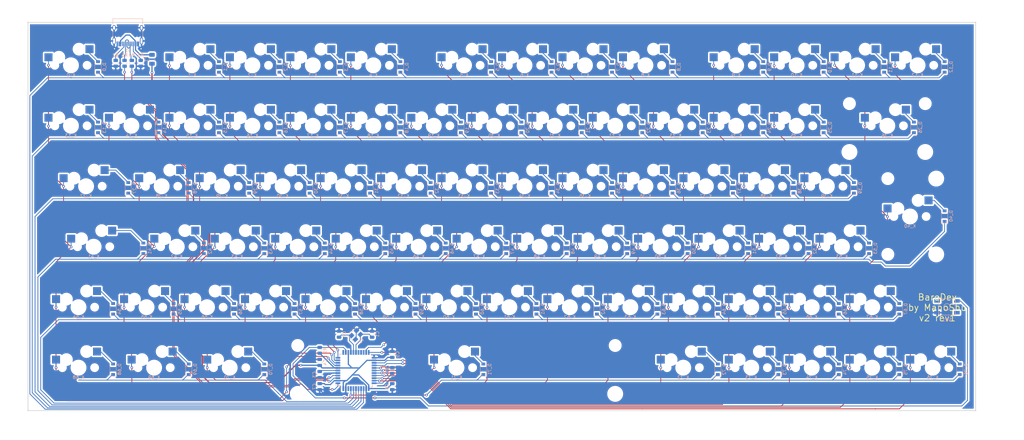
<source format=kicad_pcb>
(kicad_pcb (version 20171130) (host pcbnew "(5.1.10)-1")
  (layers (0 F.Cu signal) (31 B.Cu signal) (34 B.Paste user) (35 F.Paste user) (36 B.SilkS user) (37 F.SilkS user) (38 B.Mask user) (39 F.Mask user) (44 Edge.Cuts user))
  (net 0 "")
  (net 1 col0)
  (net 2 col1)
  (net 3 col2)
  (net 4 col3)
  (net 5 col4)
  (net 6 col5)
  (net 7 col6)
  (net 8 col7)
  (net 9 col8)
  (net 10 col9)
  (net 11 col10)
  (net 12 col11)
  (net 13 col12)
  (net 14 col13)
  (net 15 col14)
  (net 16 row0)
  (net 17 row1)
  (net 18 row2)
  (net 19 row3)
  (net 20 row4)
  (net 21 row5)
  (net 22 "Net-(D_0-Pad2)")
  (net 23 "Net-(D_1-Pad2)")
  (net 24 "Net-(D_2-Pad2)")
  (net 25 "Net-(D_3-Pad2)")
  (net 26 "Net-(D_4-Pad2)")
  (net 27 "Net-(D_5-Pad2)")
  (net 28 "Net-(D_6-Pad2)")
  (net 29 "Net-(D_7-Pad2)")
  (net 30 "Net-(D_8-Pad2)")
  (net 31 "Net-(D_9-Pad2)")
  (net 32 "Net-(D_10-Pad2)")
  (net 33 "Net-(D_11-Pad2)")
  (net 34 "Net-(D_12-Pad2)")
  (net 35 "Net-(D_13-Pad2)")
  (net 36 "Net-(D_14-Pad2)")
  (net 37 "Net-(D_15-Pad2)")
  (net 38 "Net-(D_16-Pad2)")
  (net 39 "Net-(D_17-Pad2)")
  (net 40 "Net-(D_18-Pad2)")
  (net 41 "Net-(D_19-Pad2)")
  (net 42 "Net-(D_20-Pad2)")
  (net 43 "Net-(D_21-Pad2)")
  (net 44 "Net-(D_22-Pad2)")
  (net 45 "Net-(D_23-Pad2)")
  (net 46 "Net-(D_24-Pad2)")
  (net 47 "Net-(D_25-Pad2)")
  (net 48 "Net-(D_26-Pad2)")
  (net 49 "Net-(D_27-Pad2)")
  (net 50 "Net-(D_28-Pad2)")
  (net 51 "Net-(D_29-Pad2)")
  (net 52 "Net-(D_30-Pad2)")
  (net 53 "Net-(D_31-Pad2)")
  (net 54 "Net-(D_32-Pad2)")
  (net 55 "Net-(D_33-Pad2)")
  (net 56 "Net-(D_34-Pad2)")
  (net 57 "Net-(D_35-Pad2)")
  (net 58 "Net-(D_36-Pad2)")
  (net 59 "Net-(D_37-Pad2)")
  (net 60 "Net-(D_38-Pad2)")
  (net 61 "Net-(D_39-Pad2)")
  (net 62 "Net-(D_41-Pad2)")
  (net 63 "Net-(D_42-Pad2)")
  (net 64 "Net-(D_43-Pad2)")
  (net 65 "Net-(D_44-Pad2)")
  (net 66 "Net-(D_45-Pad2)")
  (net 67 "Net-(D_46-Pad2)")
  (net 68 "Net-(D_47-Pad2)")
  (net 69 "Net-(D_48-Pad2)")
  (net 70 "Net-(D_49-Pad2)")
  (net 71 "Net-(D_50-Pad2)")
  (net 72 "Net-(D_51-Pad2)")
  (net 73 "Net-(D_52-Pad2)")
  (net 74 "Net-(D_53-Pad2)")
  (net 75 "Net-(D_40-Pad2)")
  (net 76 "Net-(D_54-Pad2)")
  (net 77 "Net-(D_55-Pad2)")
  (net 78 "Net-(D_56-Pad2)")
  (net 79 "Net-(D_57-Pad2)")
  (net 80 "Net-(D_58-Pad2)")
  (net 81 "Net-(D_59-Pad2)")
  (net 82 "Net-(D_60-Pad2)")
  (net 83 "Net-(D_61-Pad2)")
  (net 84 "Net-(D_62-Pad2)")
  (net 85 "Net-(D_63-Pad2)")
  (net 86 "Net-(D_64-Pad2)")
  (net 87 "Net-(D_65-Pad2)")
  (net 88 "Net-(D_66-Pad2)")
  (net 89 "Net-(D_67-Pad2)")
  (net 90 "Net-(D_68-Pad2)")
  (net 91 "Net-(D_69-Pad2)")
  (net 92 "Net-(D_70-Pad2)")
  (net 93 "Net-(D_71-Pad2)")
  (net 94 "Net-(D_72-Pad2)")
  (net 95 "Net-(D_73-Pad2)")
  (net 96 "Net-(D_74-Pad2)")
  (net 97 "Net-(D_75-Pad2)")
  (net 98 "Net-(D_76-Pad2)")
  (net 99 GND)
  (net 100 "Net-(C1-Pad1)")
  (net 101 "Net-(C2-Pad1)")
  (net 102 "Net-(C3-Pad1)")
  (net 103 +5V)
  (net 104 VCC)
  (net 105 "Net-(J1-PadB8)")
  (net 106 "Net-(J1-PadA5)")
  (net 107 D-)
  (net 108 D+)
  (net 109 "Net-(J1-PadA8)")
  (net 110 "Net-(J1-PadB5)")
  (net 111 "Net-(R1-Pad2)")
  (net 112 "Net-(R6-Pad2)")
  (net 113 "Net-(U1-Pad42)")
  (net 114 "Net-(U1-Pad20)")
  (net 115 "Net-(U1-Pad19)")
  (net 116 "Net-(U1-Pad18)")
  (net 117 "Net-(U1-Pad12)")
  (net 118 /D+_OUT)
  (net 119 /D-_OUT)
  (module Package_QFP:TQFP-44_10x10mm_P0.8mm (layer B.Cu) (at 99.314 105.664)
    (fp_text reference U1 (at 0 7.45) (layer B.SilkS) (effects (justify mirror)))
    (fp_text value ATmega32U4-AU)
    (pad 44 smd rect (at -4 5.7 270) (size 1.5 0.55) (layers B.Cu B.Paste B.Mask) (net 103 +5V))
    (pad 43 smd rect (at -3.2 5.7 270) (size 1.5 0.55) (layers B.Cu B.Paste B.Mask) (net 99 GND))
    (pad 42 smd rect (at -2.4 5.7 270) (size 1.5 0.55) (layers B.Cu B.Paste B.Mask) (net 113 "Net-(U1-Pad42)"))
    (pad 41 smd rect (at -1.6 5.7 270) (size 1.5 0.55) (layers B.Cu B.Paste B.Mask) (net 21 row5))
    (pad 40 smd rect (at -0.8 5.7 270) (size 1.5 0.55) (layers B.Cu B.Paste B.Mask) (net 20 row4))
    (pad 39 smd rect (at 0 5.7 270) (size 1.5 0.55) (layers B.Cu B.Paste B.Mask) (net 19 row3))
    (pad 38 smd rect (at 0.8 5.7 270) (size 1.5 0.55) (layers B.Cu B.Paste B.Mask) (net 18 row2))
    (pad 37 smd rect (at 1.6 5.7 270) (size 1.5 0.55) (layers B.Cu B.Paste B.Mask) (net 17 row1))
    (pad 36 smd rect (at 2.4 5.7 270) (size 1.5 0.55) (layers B.Cu B.Paste B.Mask) (net 16 row0))
    (pad 35 smd rect (at 3.2 5.7 270) (size 1.5 0.55) (layers B.Cu B.Paste B.Mask) (net 99 GND))
    (pad 34 smd rect (at 4 5.7 270) (size 1.5 0.55) (layers B.Cu B.Paste B.Mask) (net 103 +5V))
    (pad 33 smd rect (at 5.7 4) (size 1.5 0.55) (layers B.Cu B.Paste B.Mask) (net 112 "Net-(R6-Pad2)"))
    (pad 32 smd rect (at 5.7 3.2) (size 1.5 0.55) (layers B.Cu B.Paste B.Mask) (net 15 col14))
    (pad 31 smd rect (at 5.7 2.4) (size 1.5 0.55) (layers B.Cu B.Paste B.Mask) (net 14 col13))
    (pad 30 smd rect (at 5.7 1.6) (size 1.5 0.55) (layers B.Cu B.Paste B.Mask) (net 13 col12))
    (pad 29 smd rect (at 5.7 0.8) (size 1.5 0.55) (layers B.Cu B.Paste B.Mask) (net 12 col11))
    (pad 28 smd rect (at 5.7 0) (size 1.5 0.55) (layers B.Cu B.Paste B.Mask) (net 11 col10))
    (pad 27 smd rect (at 5.7 -0.8) (size 1.5 0.55) (layers B.Cu B.Paste B.Mask) (net 10 col9))
    (pad 26 smd rect (at 5.7 -1.6) (size 1.5 0.55) (layers B.Cu B.Paste B.Mask) (net 9 col8))
    (pad 25 smd rect (at 5.7 -2.4) (size 1.5 0.55) (layers B.Cu B.Paste B.Mask) (net 8 col7))
    (pad 24 smd rect (at 5.7 -3.2) (size 1.5 0.55) (layers B.Cu B.Paste B.Mask) (net 103 +5V))
    (pad 23 smd rect (at 5.7 -4) (size 1.5 0.55) (layers B.Cu B.Paste B.Mask) (net 99 GND))
    (pad 22 smd rect (at 4 -5.7 270) (size 1.5 0.55) (layers B.Cu B.Paste B.Mask) (net 7 col6))
    (pad 21 smd rect (at 3.2 -5.7 270) (size 1.5 0.55) (layers B.Cu B.Paste B.Mask) (net 6 col5))
    (pad 20 smd rect (at 2.4 -5.7 270) (size 1.5 0.55) (layers B.Cu B.Paste B.Mask) (net 114 "Net-(U1-Pad20)"))
    (pad 19 smd rect (at 1.6 -5.7 270) (size 1.5 0.55) (layers B.Cu B.Paste B.Mask) (net 115 "Net-(U1-Pad19)"))
    (pad 18 smd rect (at 0.8 -5.7 270) (size 1.5 0.55) (layers B.Cu B.Paste B.Mask) (net 116 "Net-(U1-Pad18)"))
    (pad 17 smd rect (at 0 -5.7 270) (size 1.5 0.55) (layers B.Cu B.Paste B.Mask) (net 100 "Net-(C1-Pad1)"))
    (pad 16 smd rect (at -0.8 -5.7 270) (size 1.5 0.55) (layers B.Cu B.Paste B.Mask) (net 101 "Net-(C2-Pad1)"))
    (pad 15 smd rect (at -1.6 -5.7 270) (size 1.5 0.55) (layers B.Cu B.Paste B.Mask) (net 99 GND))
    (pad 14 smd rect (at -2.4 -5.7 270) (size 1.5 0.55) (layers B.Cu B.Paste B.Mask) (net 103 +5V))
    (pad 13 smd rect (at -3.2 -5.7 270) (size 1.5 0.55) (layers B.Cu B.Paste B.Mask) (net 111 "Net-(R1-Pad2)"))
    (pad 12 smd rect (at -4 -5.7 270) (size 1.5 0.55) (layers B.Cu B.Paste B.Mask) (net 117 "Net-(U1-Pad12)"))
    (pad 11 smd rect (at -5.7 -4) (size 1.5 0.55) (layers B.Cu B.Paste B.Mask) (net 5 col4))
    (pad 10 smd rect (at -5.7 -3.2) (size 1.5 0.55) (layers B.Cu B.Paste B.Mask) (net 4 col3))
    (pad 9 smd rect (at -5.7 -2.4) (size 1.5 0.55) (layers B.Cu B.Paste B.Mask) (net 3 col2))
    (pad 8 smd rect (at -5.7 -1.6) (size 1.5 0.55) (layers B.Cu B.Paste B.Mask) (net 2 col1))
    (pad 7 smd rect (at -5.7 -0.8) (size 1.5 0.55) (layers B.Cu B.Paste B.Mask) (net 103 +5V))
    (pad 6 smd rect (at -5.7 0) (size 1.5 0.55) (layers B.Cu B.Paste B.Mask) (net 102 "Net-(C3-Pad1)"))
    (pad 5 smd rect (at -5.7 0.8) (size 1.5 0.55) (layers B.Cu B.Paste B.Mask) (net 99 GND))
    (pad 4 smd rect (at -5.7 1.6) (size 1.5 0.55) (layers B.Cu B.Paste B.Mask) (net 118 /D+_OUT))
    (pad 3 smd rect (at -5.7 2.4) (size 1.5 0.55) (layers B.Cu B.Paste B.Mask) (net 119 /D-_OUT))
    (pad 2 smd rect (at -5.7 3.2) (size 1.5 0.55) (layers B.Cu B.Paste B.Mask) (net 103 +5V))
    (pad 1 smd rect (at -5.7 4) (size 1.5 0.55) (layers B.Cu B.Paste B.Mask) (net 1 col0))
  )
  (module MX_Only:MXOnly-6.25U-Hotswap (layer F.Cu) (at 130.968496 104.775)
    (fp_text reference K_71)
    (fp_text value KEYSW)
    (fp_text user %R (at 0 3.048) (layer B.SilkS) (effects (justify mirror)))
    (pad "" np_thru_hole circle (at -49.9999 8.255) (size 3.9878 3.9878) (drill 3.9878) (layers *.Cu *.Mask))
    (pad "" np_thru_hole circle (at 49.9999 8.255) (size 3.9878 3.9878) (drill 3.9878) (layers *.Cu *.Mask))
    (pad "" np_thru_hole circle (at -49.9999 -6.985) (size 3.048 3.048) (drill 3.048) (layers *.Cu *.Mask))
    (pad "" np_thru_hole circle (at 49.9999 -6.985) (size 3.048 3.048) (drill 3.048) (layers *.Cu *.Mask))
    (pad 2 smd rect (at 5.842 -5.08) (size 2.55 2.5) (layers B.Cu B.Paste B.Mask) (net 93 "Net-(D_71-Pad2)"))
    (pad 1 smd rect (at -7.085 -2.54) (size 2.55 2.5) (layers B.Cu B.Paste B.Mask) (net 7 col6))
    (pad "" np_thru_hole circle (at 5.08 0 48.0996) (size 1.75 1.75) (drill 1.75) (layers *.Cu *.Mask))
    (pad "" np_thru_hole circle (at -5.08 0 48.0996) (size 1.75 1.75) (drill 1.75) (layers *.Cu *.Mask))
    (pad "" np_thru_hole circle (at -3.81 -2.54) (size 3 3) (drill 3) (layers *.Cu *.Mask))
    (pad "" np_thru_hole circle (at 0 0) (size 3.9878 3.9878) (drill 3.9878) (layers *.Cu *.Mask))
    (pad "" np_thru_hole circle (at 2.54 -5.08) (size 3 3) (drill 3) (layers *.Cu *.Mask))
  )
  (module MX_Only:MXOnly-1U-Hotswap (layer F.Cu) (at 171.45 47.625)
    (fp_text reference K_35)
    (fp_text value KEYSW)
    (fp_text user %R (at 0 3.048) (layer B.SilkS) (effects (justify mirror)))
    (pad 2 smd rect (at 5.842 -5.08) (size 2.55 2.5) (layers B.Cu B.Paste B.Mask) (net 57 "Net-(D_35-Pad2)"))
    (pad 1 smd rect (at -7.085 -2.54) (size 2.55 2.5) (layers B.Cu B.Paste B.Mask) (net 9 col8))
    (pad "" np_thru_hole circle (at 5.08 0 48.0996) (size 1.75 1.75) (drill 1.75) (layers *.Cu *.Mask))
    (pad "" np_thru_hole circle (at -5.08 0 48.0996) (size 1.75 1.75) (drill 1.75) (layers *.Cu *.Mask))
    (pad "" np_thru_hole circle (at -3.81 -2.54) (size 3 3) (drill 3) (layers *.Cu *.Mask))
    (pad "" np_thru_hole circle (at 0 0) (size 3.9878 3.9878) (drill 3.9878) (layers *.Cu *.Mask))
    (pad "" np_thru_hole circle (at 2.54 -5.08) (size 3 3) (drill 3) (layers *.Cu *.Mask))
  )
  (module MX_Only:MXOnly-1U-Hotswap (layer F.Cu) (at 214.3125 66.675)
    (fp_text reference K_51)
    (fp_text value KEYSW)
    (fp_text user %R (at 0 3.048) (layer B.SilkS) (effects (justify mirror)))
    (pad 2 smd rect (at 5.842 -5.08) (size 2.55 2.5) (layers B.Cu B.Paste B.Mask) (net 72 "Net-(D_51-Pad2)"))
    (pad 1 smd rect (at -7.085 -2.54) (size 2.55 2.5) (layers B.Cu B.Paste B.Mask) (net 11 col10))
    (pad "" np_thru_hole circle (at 5.08 0 48.0996) (size 1.75 1.75) (drill 1.75) (layers *.Cu *.Mask))
    (pad "" np_thru_hole circle (at -5.08 0 48.0996) (size 1.75 1.75) (drill 1.75) (layers *.Cu *.Mask))
    (pad "" np_thru_hole circle (at -3.81 -2.54) (size 3 3) (drill 3) (layers *.Cu *.Mask))
    (pad "" np_thru_hole circle (at 0 0) (size 3.9878 3.9878) (drill 3.9878) (layers *.Cu *.Mask))
    (pad "" np_thru_hole circle (at 2.54 -5.08) (size 3 3) (drill 3) (layers *.Cu *.Mask))
  )
  (module MX_Only:MXOnly-1U-Hotswap (layer F.Cu) (at 190.5 47.625)
    (fp_text reference K_36)
    (fp_text value KEYSW)
    (fp_text user %R (at 0 3.048) (layer B.SilkS) (effects (justify mirror)))
    (pad 2 smd rect (at 5.842 -5.08) (size 2.55 2.5) (layers B.Cu B.Paste B.Mask) (net 58 "Net-(D_36-Pad2)"))
    (pad 1 smd rect (at -7.085 -2.54) (size 2.55 2.5) (layers B.Cu B.Paste B.Mask) (net 10 col9))
    (pad "" np_thru_hole circle (at 5.08 0 48.0996) (size 1.75 1.75) (drill 1.75) (layers *.Cu *.Mask))
    (pad "" np_thru_hole circle (at -5.08 0 48.0996) (size 1.75 1.75) (drill 1.75) (layers *.Cu *.Mask))
    (pad "" np_thru_hole circle (at -3.81 -2.54) (size 3 3) (drill 3) (layers *.Cu *.Mask))
    (pad "" np_thru_hole circle (at 0 0) (size 3.9878 3.9878) (drill 3.9878) (layers *.Cu *.Mask))
    (pad "" np_thru_hole circle (at 2.54 -5.08) (size 3 3) (drill 3) (layers *.Cu *.Mask))
  )
  (module MX_Only:MXOnly-1U-Hotswap (layer F.Cu) (at 257.175 9.525)
    (fp_text reference K_11)
    (fp_text value KEYSW)
    (fp_text user %R (at 0 3.048) (layer B.SilkS) (effects (justify mirror)))
    (pad 2 smd rect (at 5.842 -5.08) (size 2.55 2.5) (layers B.Cu B.Paste B.Mask) (net 33 "Net-(D_11-Pad2)"))
    (pad 1 smd rect (at -7.085 -2.54) (size 2.55 2.5) (layers B.Cu B.Paste B.Mask) (net 14 col13))
    (pad "" np_thru_hole circle (at 5.08 0 48.0996) (size 1.75 1.75) (drill 1.75) (layers *.Cu *.Mask))
    (pad "" np_thru_hole circle (at -5.08 0 48.0996) (size 1.75 1.75) (drill 1.75) (layers *.Cu *.Mask))
    (pad "" np_thru_hole circle (at -3.81 -2.54) (size 3 3) (drill 3) (layers *.Cu *.Mask))
    (pad "" np_thru_hole circle (at 0 0) (size 3.9878 3.9878) (drill 3.9878) (layers *.Cu *.Mask))
    (pad "" np_thru_hole circle (at 2.54 -5.08) (size 3 3) (drill 3) (layers *.Cu *.Mask))
  )
  (module MX_Only:MXOnly-1U-Hotswap (layer F.Cu) (at 47.625 28.575)
    (fp_text reference K_15)
    (fp_text value KEYSW)
    (fp_text user %R (at 0 3.048) (layer B.SilkS) (effects (justify mirror)))
    (pad 2 smd rect (at 5.842 -5.08) (size 2.55 2.5) (layers B.Cu B.Paste B.Mask) (net 37 "Net-(D_15-Pad2)"))
    (pad 1 smd rect (at -7.085 -2.54) (size 2.55 2.5) (layers B.Cu B.Paste B.Mask) (net 3 col2))
    (pad "" np_thru_hole circle (at 5.08 0 48.0996) (size 1.75 1.75) (drill 1.75) (layers *.Cu *.Mask))
    (pad "" np_thru_hole circle (at -5.08 0 48.0996) (size 1.75 1.75) (drill 1.75) (layers *.Cu *.Mask))
    (pad "" np_thru_hole circle (at -3.81 -2.54) (size 3 3) (drill 3) (layers *.Cu *.Mask))
    (pad "" np_thru_hole circle (at 0 0) (size 3.9878 3.9878) (drill 3.9878) (layers *.Cu *.Mask))
    (pad "" np_thru_hole circle (at 2.54 -5.08) (size 3 3) (drill 3) (layers *.Cu *.Mask))
  )
  (module Crystal:Crystal_SMD_3225-4Pin_3.2x2.5mm (layer B.Cu) (at 99.314 94.488 45)
    (fp_text reference Y1 (at 0 2.45 45) (layer B.SilkS) (effects (justify mirror)))
    (fp_text value Crystal_GND24_Small)
    (pad 4 smd rect (at -1.1 0.85 45) (size 1.4 1.2) (layers B.Cu B.Paste B.Mask) (net 99 GND))
    (pad 3 smd rect (at 1.1 0.85 45) (size 1.4 1.2) (layers B.Cu B.Paste B.Mask) (net 100 "Net-(C1-Pad1)"))
    (pad 2 smd rect (at 1.1 -0.85 45) (size 1.4 1.2) (layers B.Cu B.Paste B.Mask) (net 99 GND))
    (pad 1 smd rect (at -1.1 -0.85 45) (size 1.4 1.2) (layers B.Cu B.Paste B.Mask) (net 101 "Net-(C2-Pad1)"))
  )
  (module random-keyboard-parts.:SKQG-1155865 (layer B.Cu) (at 285.496 85.598 180)
    (fp_text reference SW1 (at 0 -4.064) (layer B.SilkS) (effects (justify mirror)))
    (fp_text value SW_Push)
    (pad 4 smd rect (at -3.1 -1.85 180) (size 1.8 1.1) (layers B.Cu B.Paste B.Mask))
    (pad 3 smd rect (at 3.1 1.85 180) (size 1.8 1.1) (layers B.Cu B.Paste B.Mask))
    (pad 2 smd rect (at -3.1 1.85 180) (size 1.8 1.1) (layers B.Cu B.Paste B.Mask) (net 111 "Net-(R1-Pad2)"))
    (pad 1 smd rect (at 3.1 -1.85 180) (size 1.8 1.1) (layers B.Cu B.Paste B.Mask) (net 99 GND))
  )
  (module Resistor_SMD:R_0805_2012Metric (layer B.Cu) (at 110.744 105.664 270)
    (fp_text reference R6 (at 0 1.65 90) (layer B.SilkS) (effects (justify mirror)))
    (fp_text value 10k)
    (pad 2 smd roundrect (at 0.9125 0 270) (size 1.025 1.4) (layers B.Cu B.Paste B.Mask) (roundrect_rratio 0.243902) (net 112 "Net-(R6-Pad2)"))
    (pad 1 smd roundrect (at -0.9125 0 270) (size 1.025 1.4) (layers B.Cu B.Paste B.Mask) (roundrect_rratio 0.243902) (net 99 GND))
  )
  (module Resistor_SMD:R_0805_2012Metric (layer B.Cu) (at 26.416 8.89 90)
    (fp_text reference R5 (at 2.54 0 180) (layer B.SilkS) (effects (justify mirror)))
    (fp_text value 22)
    (pad 2 smd roundrect (at 0.9125 0 90) (size 1.025 1.4) (layers B.Cu B.Paste B.Mask) (roundrect_rratio 0.243902) (net 107 D-))
    (pad 1 smd roundrect (at -0.9125 0 90) (size 1.025 1.4) (layers B.Cu B.Paste B.Mask) (roundrect_rratio 0.243902) (net 119 /D-_OUT))
  )
  (module Resistor_SMD:R_0805_2012Metric (layer B.Cu) (at 28.702 8.89 90)
    (fp_text reference R4 (at 2.54 0 180) (layer B.SilkS) (effects (justify mirror)))
    (fp_text value 22)
    (pad 2 smd roundrect (at 0.9125 0 90) (size 1.025 1.4) (layers B.Cu B.Paste B.Mask) (roundrect_rratio 0.243902) (net 108 D+))
    (pad 1 smd roundrect (at -0.9125 0 90) (size 1.025 1.4) (layers B.Cu B.Paste B.Mask) (roundrect_rratio 0.243902) (net 118 /D+_OUT))
  )
  (module Resistor_SMD:R_0805_2012Metric (layer B.Cu) (at 31.496 8.89 90)
    (fp_text reference R3 (at 2.54 0 180) (layer B.SilkS) (effects (justify mirror)))
    (fp_text value 5k1)
    (pad 2 smd roundrect (at 0.9125 0 90) (size 1.025 1.4) (layers B.Cu B.Paste B.Mask) (roundrect_rratio 0.243902) (net 110 "Net-(J1-PadB5)"))
    (pad 1 smd roundrect (at -0.9125 0 90) (size 1.025 1.4) (layers B.Cu B.Paste B.Mask) (roundrect_rratio 0.243902) (net 99 GND))
  )
  (module Resistor_SMD:R_0805_2012Metric (layer B.Cu) (at 23.622 8.89 270)
    (fp_text reference R2 (at -2.54 0 180) (layer B.SilkS) (effects (justify mirror)))
    (fp_text value 5k1)
    (pad 2 smd roundrect (at 0.9125 0 270) (size 1.025 1.4) (layers B.Cu B.Paste B.Mask) (roundrect_rratio 0.243902) (net 99 GND))
    (pad 1 smd roundrect (at -0.9125 0 270) (size 1.025 1.4) (layers B.Cu B.Paste B.Mask) (roundrect_rratio 0.243902) (net 106 "Net-(J1-PadA5)"))
  )
  (module Resistor_SMD:R_0805_2012Metric (layer B.Cu) (at 87.884 99.314 90)
    (fp_text reference R1 (at 0 1.65 90) (layer B.SilkS) (effects (justify mirror)))
    (fp_text value 10k)
    (pad 2 smd roundrect (at 0.9125 0 90) (size 1.025 1.4) (layers B.Cu B.Paste B.Mask) (roundrect_rratio 0.243902) (net 111 "Net-(R1-Pad2)"))
    (pad 1 smd roundrect (at -0.9125 0 90) (size 1.025 1.4) (layers B.Cu B.Paste B.Mask) (roundrect_rratio 0.243902) (net 103 +5V))
  )
  (module Connector_USB:USB_C_Receptacle_HRO_TYPE-C-31-M-12 (layer B.Cu) (at 27.432 -1.27)
    (fp_text reference J1 (at 0 6.096) (layer B.SilkS) (effects (justify mirror)))
    (fp_text value USB_C_Receptacle)
    (pad B1 smd rect (at 3.25 4.045) (size 0.6 1.45) (layers B.Cu B.Paste B.Mask) (net 99 GND))
    (pad A9 smd rect (at 2.45 4.045) (size 0.6 1.45) (layers B.Cu B.Paste B.Mask) (net 104 VCC))
    (pad B9 smd rect (at -2.45 4.045) (size 0.6 1.45) (layers B.Cu B.Paste B.Mask) (net 104 VCC))
    (pad B12 smd rect (at -3.25 4.045) (size 0.6 1.45) (layers B.Cu B.Paste B.Mask) (net 99 GND))
    (pad A1 smd rect (at -3.25 4.045) (size 0.6 1.45) (layers B.Cu B.Paste B.Mask) (net 99 GND))
    (pad A4 smd rect (at -2.45 4.045) (size 0.6 1.45) (layers B.Cu B.Paste B.Mask) (net 104 VCC))
    (pad B4 smd rect (at 2.45 4.045) (size 0.6 1.45) (layers B.Cu B.Paste B.Mask) (net 104 VCC))
    (pad A12 smd rect (at 3.25 4.045) (size 0.6 1.45) (layers B.Cu B.Paste B.Mask) (net 99 GND))
    (pad B8 smd rect (at -1.75 4.045) (size 0.3 1.45) (layers B.Cu B.Paste B.Mask) (net 105 "Net-(J1-PadB8)"))
    (pad A5 smd rect (at -1.25 4.045) (size 0.3 1.45) (layers B.Cu B.Paste B.Mask) (net 106 "Net-(J1-PadA5)"))
    (pad B7 smd rect (at -0.75 4.045) (size 0.3 1.45) (layers B.Cu B.Paste B.Mask) (net 107 D-))
    (pad A7 smd rect (at 0.25 4.045) (size 0.3 1.45) (layers B.Cu B.Paste B.Mask) (net 107 D-))
    (pad B6 smd rect (at 0.75 4.045) (size 0.3 1.45) (layers B.Cu B.Paste B.Mask) (net 108 D+))
    (pad A8 smd rect (at 1.25 4.045) (size 0.3 1.45) (layers B.Cu B.Paste B.Mask) (net 109 "Net-(J1-PadA8)"))
    (pad B5 smd rect (at 1.75 4.045) (size 0.3 1.45) (layers B.Cu B.Paste B.Mask) (net 110 "Net-(J1-PadB5)"))
    (pad A6 smd rect (at -0.25 4.045) (size 0.3 1.45) (layers B.Cu B.Paste B.Mask) (net 108 D+))
    (pad S1 thru_hole oval (at 4.32 3.13) (size 1 2.1) (drill oval 0.6 1.7) (layers *.Cu *.Mask) (net 99 GND))
    (pad S1 thru_hole oval (at -4.32 3.13) (size 1 2.1) (drill oval 0.6 1.7) (layers *.Cu *.Mask) (net 99 GND))
    (pad "" np_thru_hole circle (at -2.89 2.6) (size 0.65 0.65) (drill 0.65) (layers *.Cu *.Mask))
    (pad S1 thru_hole oval (at -4.32 -1.05) (size 1 1.6) (drill oval 0.6 1.2) (layers *.Cu *.Mask) (net 99 GND))
    (pad "" np_thru_hole circle (at 2.89 2.6) (size 0.65 0.65) (drill 0.65) (layers *.Cu *.Mask))
    (pad S1 thru_hole oval (at 4.32 -1.05) (size 1 1.6) (drill oval 0.6 1.2) (layers *.Cu *.Mask) (net 99 GND))
  )
  (module Fuse:Fuse_1206_3216Metric (layer B.Cu) (at 35.052 7.62 270)
    (fp_text reference F1 (at 0 1.82 90) (layer B.SilkS) (effects (justify mirror)))
    (fp_text value 500mA)
    (pad 2 smd roundrect (at 1.4 0 270) (size 1.25 1.75) (layers B.Cu B.Paste B.Mask) (roundrect_rratio 0.2) (net 103 +5V))
    (pad 1 smd roundrect (at -1.4 0 270) (size 1.25 1.75) (layers B.Cu B.Paste B.Mask) (roundrect_rratio 0.2) (net 104 VCC))
  )
  (module Capacitor_SMD:C_0805_2012Metric (layer B.Cu) (at 87.884 110.744 270)
    (fp_text reference C7 (at 0 1.68 90) (layer B.SilkS) (effects (justify mirror)))
    (fp_text value 10uF)
    (pad 2 smd roundrect (at 0.95 0 270) (size 1 1.45) (layers B.Cu B.Paste B.Mask) (net 99 GND))
    (pad 1 smd roundrect (at -0.95 0 270) (size 1 1.45) (layers B.Cu B.Paste B.Mask) (net 103 +5V))
  )
  (module Capacitor_SMD:C_0805_2012Metric (layer B.Cu) (at 110.744 110.744 270)
    (fp_text reference C6 (at 0 1.68 90) (layer B.SilkS) (effects (justify mirror)))
    (fp_text value 0.1uF)
    (pad 2 smd roundrect (at 0.95 0 270) (size 1 1.45) (layers B.Cu B.Paste B.Mask) (net 99 GND))
    (pad 1 smd roundrect (at -0.95 0 270) (size 1 1.45) (layers B.Cu B.Paste B.Mask) (net 103 +5V))
  )
  (module Capacitor_SMD:C_0805_2012Metric (layer B.Cu) (at 110.744 100.584 90)
    (fp_text reference C5 (at 0 1.68 90) (layer B.SilkS) (effects (justify mirror)))
    (fp_text value 0.1uF)
    (pad 2 smd roundrect (at 0.95 0 90) (size 1 1.45) (layers B.Cu B.Paste B.Mask) (net 99 GND))
    (pad 1 smd roundrect (at -0.95 0 90) (size 1 1.45) (layers B.Cu B.Paste B.Mask) (net 103 +5V))
  )
  (module Capacitor_SMD:C_0805_2012Metric (layer B.Cu) (at 87.884 103.124 90)
    (fp_text reference C4 (at 0 1.68 90) (layer B.SilkS) (effects (justify mirror)))
    (fp_text value 0.1uF)
    (pad 2 smd roundrect (at 0.95 0 90) (size 1 1.45) (layers B.Cu B.Paste B.Mask) (net 99 GND))
    (pad 1 smd roundrect (at -0.95 0 90) (size 1 1.45) (layers B.Cu B.Paste B.Mask) (net 103 +5V))
  )
  (module Capacitor_SMD:C_0805_2012Metric (layer B.Cu) (at 87.884 106.934 270)
    (fp_text reference C3 (at 0 1.68 90) (layer B.SilkS) (effects (justify mirror)))
    (fp_text value 1uF)
    (pad 2 smd roundrect (at 0.95 0 270) (size 1 1.45) (layers B.Cu B.Paste B.Mask) (net 99 GND))
    (pad 1 smd roundrect (at -0.95 0 270) (size 1 1.45) (layers B.Cu B.Paste B.Mask) (net 102 "Net-(C3-Pad1)"))
  )
  (module Capacitor_SMD:C_0805_2012Metric (layer B.Cu) (at 93.98 94.234 90)
    (fp_text reference C2 (at 0 1.68 90) (layer B.SilkS) (effects (justify mirror)))
    (fp_text value 22pF)
    (pad 2 smd roundrect (at 0.95 0 90) (size 1 1.45) (layers B.Cu B.Paste B.Mask) (net 99 GND))
    (pad 1 smd roundrect (at -0.95 0 90) (size 1 1.45) (layers B.Cu B.Paste B.Mask) (net 101 "Net-(C2-Pad1)"))
  )
  (module Capacitor_SMD:C_0805_2012Metric (layer B.Cu) (at 104.394 94.234 90)
    (fp_text reference C1 (at 0 1.68 90) (layer B.SilkS) (effects (justify mirror)))
    (fp_text value 22pF)
    (pad 2 smd roundrect (at 0.95 0 90) (size 1 1.45) (layers B.Cu B.Paste B.Mask) (net 99 GND))
    (pad 1 smd roundrect (at -0.95 0 90) (size 1 1.45) (layers B.Cu B.Paste B.Mask) (net 100 "Net-(C1-Pad1)"))
  )
  (module MX_Only:MXOnly-ISO-NoLED-Hotswap (layer F.Cu) (at 273.84375 57.15)
    (fp_text reference K_40)
    (fp_text value KEYSW)
    (fp_text user %R (at 0 3.048) (layer B.SilkS) (effects (justify mirror)))
    (pad "" np_thru_hole circle (at 2.54 -5.08) (size 3 3) (drill 3) (layers *.Cu *.Mask))
    (pad "" np_thru_hole circle (at 0 0) (size 3.9878 3.9878) (drill 3.9878) (layers *.Cu *.Mask))
    (pad "" np_thru_hole circle (at -3.81 -2.54) (size 3 3) (drill 3) (layers *.Cu *.Mask))
    (pad 1 smd rect (at -7.085 -2.54) (size 2.55 2.5) (layers B.Cu B.Paste B.Mask) (net 14 col13))
    (pad 2 smd rect (at 5.842 -5.08) (size 2.55 2.5) (layers B.Cu B.Paste B.Mask) (net 75 "Net-(D_40-Pad2)"))
    (pad "" np_thru_hole circle (at 8.255 -11.938) (size 3.9878 3.9878) (drill 3.9878) (layers *.Cu *.Mask))
    (pad "" np_thru_hole circle (at 8.255 11.938) (size 3.9878 3.9878) (drill 3.9878) (layers *.Cu *.Mask))
    (pad "" np_thru_hole circle (at -6.985 -11.938) (size 3.048 3.048) (drill 3.048) (layers *.Cu *.Mask))
    (pad "" np_thru_hole circle (at -6.985 11.938) (size 3.048 3.048) (drill 3.048) (layers *.Cu *.Mask))
    (pad "" np_thru_hole circle (at 5.08 0 48.0996) (size 1.75 1.75) (drill 1.75) (layers *.Cu *.Mask))
    (pad "" np_thru_hole circle (at -5.08 0 48.0996) (size 1.75 1.75) (drill 1.75) (layers *.Cu *.Mask))
  )
  (module MX_Only:MXOnly-1.25U-Hotswap (layer F.Cu) (at 202.40625 104.775)
    (fp_text reference K_72)
    (fp_text value KEYSW)
    (fp_text user %R (at 0 3.048) (layer B.SilkS) (effects (justify mirror)))
    (pad 2 smd rect (at 5.842 -5.08) (size 2.55 2.5) (layers B.Cu B.Paste B.Mask) (net 94 "Net-(D_72-Pad2)"))
    (pad 1 smd rect (at -7.085 -2.54) (size 2.55 2.5) (layers B.Cu B.Paste B.Mask) (net 11 col10))
    (pad "" np_thru_hole circle (at 5.08 0 48.0996) (size 1.75 1.75) (drill 1.75) (layers *.Cu *.Mask))
    (pad "" np_thru_hole circle (at -5.08 0 48.0996) (size 1.75 1.75) (drill 1.75) (layers *.Cu *.Mask))
    (pad "" np_thru_hole circle (at -3.81 -2.54) (size 3 3) (drill 3) (layers *.Cu *.Mask))
    (pad "" np_thru_hole circle (at 0 0) (size 3.9878 3.9878) (drill 3.9878) (layers *.Cu *.Mask))
    (pad "" np_thru_hole circle (at 2.54 -5.08) (size 3 3) (drill 3) (layers *.Cu *.Mask))
  )
  (module MX_Only:MXOnly-1.25U-Hotswap (layer F.Cu) (at 59.53125 104.775)
    (fp_text reference K_70)
    (fp_text value KEYSW)
    (fp_text user %R (at 0 3.048) (layer B.SilkS) (effects (justify mirror)))
    (pad 2 smd rect (at 5.842 -5.08) (size 2.55 2.5) (layers B.Cu B.Paste B.Mask) (net 92 "Net-(D_70-Pad2)"))
    (pad 1 smd rect (at -7.085 -2.54) (size 2.55 2.5) (layers B.Cu B.Paste B.Mask) (net 3 col2))
    (pad "" np_thru_hole circle (at 5.08 0 48.0996) (size 1.75 1.75) (drill 1.75) (layers *.Cu *.Mask))
    (pad "" np_thru_hole circle (at -5.08 0 48.0996) (size 1.75 1.75) (drill 1.75) (layers *.Cu *.Mask))
    (pad "" np_thru_hole circle (at -3.81 -2.54) (size 3 3) (drill 3) (layers *.Cu *.Mask))
    (pad "" np_thru_hole circle (at 0 0) (size 3.9878 3.9878) (drill 3.9878) (layers *.Cu *.Mask))
    (pad "" np_thru_hole circle (at 2.54 -5.08) (size 3 3) (drill 3) (layers *.Cu *.Mask))
  )
  (module MX_Only:MXOnly-1.25U-Hotswap (layer F.Cu) (at 35.71875 104.775)
    (fp_text reference K_69)
    (fp_text value KEYSW)
    (fp_text user %R (at 0 3.048) (layer B.SilkS) (effects (justify mirror)))
    (pad 2 smd rect (at 5.842 -5.08) (size 2.55 2.5) (layers B.Cu B.Paste B.Mask) (net 91 "Net-(D_69-Pad2)"))
    (pad 1 smd rect (at -7.085 -2.54) (size 2.55 2.5) (layers B.Cu B.Paste B.Mask) (net 2 col1))
    (pad "" np_thru_hole circle (at 5.08 0 48.0996) (size 1.75 1.75) (drill 1.75) (layers *.Cu *.Mask))
    (pad "" np_thru_hole circle (at -5.08 0 48.0996) (size 1.75 1.75) (drill 1.75) (layers *.Cu *.Mask))
    (pad "" np_thru_hole circle (at -3.81 -2.54) (size 3 3) (drill 3) (layers *.Cu *.Mask))
    (pad "" np_thru_hole circle (at 0 0) (size 3.9878 3.9878) (drill 3.9878) (layers *.Cu *.Mask))
    (pad "" np_thru_hole circle (at 2.54 -5.08) (size 3 3) (drill 3) (layers *.Cu *.Mask))
  )
  (module MX_Only:MXOnly-1.25U-Hotswap (layer F.Cu) (at 11.90625 104.775)
    (fp_text reference K_68)
    (fp_text value KEYSW)
    (fp_text user %R (at 0 3.048) (layer B.SilkS) (effects (justify mirror)))
    (pad 2 smd rect (at 5.842 -5.08) (size 2.55 2.5) (layers B.Cu B.Paste B.Mask) (net 90 "Net-(D_68-Pad2)"))
    (pad 1 smd rect (at -7.085 -2.54) (size 2.55 2.5) (layers B.Cu B.Paste B.Mask) (net 1 col0))
    (pad "" np_thru_hole circle (at 5.08 0 48.0996) (size 1.75 1.75) (drill 1.75) (layers *.Cu *.Mask))
    (pad "" np_thru_hole circle (at -5.08 0 48.0996) (size 1.75 1.75) (drill 1.75) (layers *.Cu *.Mask))
    (pad "" np_thru_hole circle (at -3.81 -2.54) (size 3 3) (drill 3) (layers *.Cu *.Mask))
    (pad "" np_thru_hole circle (at 0 0) (size 3.9878 3.9878) (drill 3.9878) (layers *.Cu *.Mask))
    (pad "" np_thru_hole circle (at 2.54 -5.08) (size 3 3) (drill 3) (layers *.Cu *.Mask))
  )
  (module MX_Only:MXOnly-1.25U-Hotswap (layer F.Cu) (at 11.90625 85.725)
    (fp_text reference K_54)
    (fp_text value KEYSW)
    (fp_text user %R (at 0 3.048) (layer B.SilkS) (effects (justify mirror)))
    (pad 2 smd rect (at 5.842 -5.08) (size 2.55 2.5) (layers B.Cu B.Paste B.Mask) (net 76 "Net-(D_54-Pad2)"))
    (pad 1 smd rect (at -7.085 -2.54) (size 2.55 2.5) (layers B.Cu B.Paste B.Mask) (net 1 col0))
    (pad "" np_thru_hole circle (at 5.08 0 48.0996) (size 1.75 1.75) (drill 1.75) (layers *.Cu *.Mask))
    (pad "" np_thru_hole circle (at -5.08 0 48.0996) (size 1.75 1.75) (drill 1.75) (layers *.Cu *.Mask))
    (pad "" np_thru_hole circle (at -3.81 -2.54) (size 3 3) (drill 3) (layers *.Cu *.Mask))
    (pad "" np_thru_hole circle (at 0 0) (size 3.9878 3.9878) (drill 3.9878) (layers *.Cu *.Mask))
    (pad "" np_thru_hole circle (at 2.54 -5.08) (size 3 3) (drill 3) (layers *.Cu *.Mask))
  )
  (module MX_Only:MXOnly-1.75U-Hotswap (layer F.Cu) (at 16.66875 66.675)
    (fp_text reference K_41)
    (fp_text value KEYSW)
    (fp_text user %R (at 0 3.048) (layer B.SilkS) (effects (justify mirror)))
    (pad 2 smd rect (at 5.842 -5.08) (size 2.55 2.5) (layers B.Cu B.Paste B.Mask) (net 62 "Net-(D_41-Pad2)"))
    (pad 1 smd rect (at -7.085 -2.54) (size 2.55 2.5) (layers B.Cu B.Paste B.Mask) (net 1 col0))
    (pad "" np_thru_hole circle (at 5.08 0 48.0996) (size 1.75 1.75) (drill 1.75) (layers *.Cu *.Mask))
    (pad "" np_thru_hole circle (at -5.08 0 48.0996) (size 1.75 1.75) (drill 1.75) (layers *.Cu *.Mask))
    (pad "" np_thru_hole circle (at -3.81 -2.54) (size 3 3) (drill 3) (layers *.Cu *.Mask))
    (pad "" np_thru_hole circle (at 0 0) (size 3.9878 3.9878) (drill 3.9878) (layers *.Cu *.Mask))
    (pad "" np_thru_hole circle (at 2.54 -5.08) (size 3 3) (drill 3) (layers *.Cu *.Mask))
  )
  (module MX_Only:MXOnly-1.5U-Hotswap (layer F.Cu) (at 14.2875 47.625)
    (fp_text reference K_27)
    (fp_text value KEYSW)
    (fp_text user %R (at 0 3.048) (layer B.SilkS) (effects (justify mirror)))
    (pad 2 smd rect (at 5.842 -5.08) (size 2.55 2.5) (layers B.Cu B.Paste B.Mask) (net 49 "Net-(D_27-Pad2)"))
    (pad 1 smd rect (at -7.085 -2.54) (size 2.55 2.5) (layers B.Cu B.Paste B.Mask) (net 1 col0))
    (pad "" np_thru_hole circle (at 5.08 0 48.0996) (size 1.75 1.75) (drill 1.75) (layers *.Cu *.Mask))
    (pad "" np_thru_hole circle (at -5.08 0 48.0996) (size 1.75 1.75) (drill 1.75) (layers *.Cu *.Mask))
    (pad "" np_thru_hole circle (at -3.81 -2.54) (size 3 3) (drill 3) (layers *.Cu *.Mask))
    (pad "" np_thru_hole circle (at 0 0) (size 3.9878 3.9878) (drill 3.9878) (layers *.Cu *.Mask))
    (pad "" np_thru_hole circle (at 2.54 -5.08) (size 3 3) (drill 3) (layers *.Cu *.Mask))
  )
  (module MX_Only:MXOnly-2U-Hotswap (layer F.Cu) (at 266.7 28.575)
    (fp_text reference K_26)
    (fp_text value KEYSW)
    (fp_text user %R (at 0 3.048) (layer B.SilkS) (effects (justify mirror)))
    (pad "" np_thru_hole circle (at -11.938 8.255) (size 3.9878 3.9878) (drill 3.9878) (layers *.Cu *.Mask))
    (pad "" np_thru_hole circle (at 11.938 8.255) (size 3.9878 3.9878) (drill 3.9878) (layers *.Cu *.Mask))
    (pad "" np_thru_hole circle (at -11.938 -6.985) (size 3.048 3.048) (drill 3.048) (layers *.Cu *.Mask))
    (pad "" np_thru_hole circle (at 11.938 -6.985) (size 3.048 3.048) (drill 3.048) (layers *.Cu *.Mask))
    (pad 2 smd rect (at 5.842 -5.08) (size 2.55 2.5) (layers B.Cu B.Paste B.Mask) (net 48 "Net-(D_26-Pad2)"))
    (pad 1 smd rect (at -7.085 -2.54) (size 2.55 2.5) (layers B.Cu B.Paste B.Mask) (net 14 col13))
    (pad "" np_thru_hole circle (at 5.08 0 48.0996) (size 1.75 1.75) (drill 1.75) (layers *.Cu *.Mask))
    (pad "" np_thru_hole circle (at -5.08 0 48.0996) (size 1.75 1.75) (drill 1.75) (layers *.Cu *.Mask))
    (pad "" np_thru_hole circle (at -3.81 -2.54) (size 3 3) (drill 3) (layers *.Cu *.Mask))
    (pad "" np_thru_hole circle (at 0 0) (size 3.9878 3.9878) (drill 3.9878) (layers *.Cu *.Mask))
    (pad "" np_thru_hole circle (at 2.54 -5.08) (size 3 3) (drill 3) (layers *.Cu *.Mask))
  )
  (module MX_Only:MXOnly-1U-Hotswap (layer F.Cu) (at 280.9875 104.775)
    (fp_text reference K_76)
    (fp_text value KEYSW)
    (fp_text user %R (at 0 3.048) (layer B.SilkS) (effects (justify mirror)))
    (pad 2 smd rect (at 5.842 -5.08) (size 2.55 2.5) (layers B.Cu B.Paste B.Mask) (net 98 "Net-(D_76-Pad2)"))
    (pad 1 smd rect (at -7.085 -2.54) (size 2.55 2.5) (layers B.Cu B.Paste B.Mask) (net 15 col14))
    (pad "" np_thru_hole circle (at 5.08 0 48.0996) (size 1.75 1.75) (drill 1.75) (layers *.Cu *.Mask))
    (pad "" np_thru_hole circle (at -5.08 0 48.0996) (size 1.75 1.75) (drill 1.75) (layers *.Cu *.Mask))
    (pad "" np_thru_hole circle (at -3.81 -2.54) (size 3 3) (drill 3) (layers *.Cu *.Mask))
    (pad "" np_thru_hole circle (at 0 0) (size 3.9878 3.9878) (drill 3.9878) (layers *.Cu *.Mask))
    (pad "" np_thru_hole circle (at 2.54 -5.08) (size 3 3) (drill 3) (layers *.Cu *.Mask))
  )
  (module MX_Only:MXOnly-1U-Hotswap (layer F.Cu) (at 261.9375 104.775)
    (fp_text reference K_75)
    (fp_text value KEYSW)
    (fp_text user %R (at 0 3.048) (layer B.SilkS) (effects (justify mirror)))
    (pad 2 smd rect (at 5.842 -5.08) (size 2.55 2.5) (layers B.Cu B.Paste B.Mask) (net 97 "Net-(D_75-Pad2)"))
    (pad 1 smd rect (at -7.085 -2.54) (size 2.55 2.5) (layers B.Cu B.Paste B.Mask) (net 14 col13))
    (pad "" np_thru_hole circle (at 5.08 0 48.0996) (size 1.75 1.75) (drill 1.75) (layers *.Cu *.Mask))
    (pad "" np_thru_hole circle (at -5.08 0 48.0996) (size 1.75 1.75) (drill 1.75) (layers *.Cu *.Mask))
    (pad "" np_thru_hole circle (at -3.81 -2.54) (size 3 3) (drill 3) (layers *.Cu *.Mask))
    (pad "" np_thru_hole circle (at 0 0) (size 3.9878 3.9878) (drill 3.9878) (layers *.Cu *.Mask))
    (pad "" np_thru_hole circle (at 2.54 -5.08) (size 3 3) (drill 3) (layers *.Cu *.Mask))
  )
  (module MX_Only:MXOnly-1U-Hotswap (layer F.Cu) (at 242.8875 104.775)
    (fp_text reference K_74)
    (fp_text value KEYSW)
    (fp_text user %R (at 0 3.048) (layer B.SilkS) (effects (justify mirror)))
    (pad 2 smd rect (at 5.842 -5.08) (size 2.55 2.5) (layers B.Cu B.Paste B.Mask) (net 96 "Net-(D_74-Pad2)"))
    (pad 1 smd rect (at -7.085 -2.54) (size 2.55 2.5) (layers B.Cu B.Paste B.Mask) (net 13 col12))
    (pad "" np_thru_hole circle (at 5.08 0 48.0996) (size 1.75 1.75) (drill 1.75) (layers *.Cu *.Mask))
    (pad "" np_thru_hole circle (at -5.08 0 48.0996) (size 1.75 1.75) (drill 1.75) (layers *.Cu *.Mask))
    (pad "" np_thru_hole circle (at -3.81 -2.54) (size 3 3) (drill 3) (layers *.Cu *.Mask))
    (pad "" np_thru_hole circle (at 0 0) (size 3.9878 3.9878) (drill 3.9878) (layers *.Cu *.Mask))
    (pad "" np_thru_hole circle (at 2.54 -5.08) (size 3 3) (drill 3) (layers *.Cu *.Mask))
  )
  (module MX_Only:MXOnly-1U-Hotswap (layer F.Cu) (at 223.8375 104.775)
    (fp_text reference K_73)
    (fp_text value KEYSW)
    (fp_text user %R (at 0 3.048) (layer B.SilkS) (effects (justify mirror)))
    (pad 2 smd rect (at 5.842 -5.08) (size 2.55 2.5) (layers B.Cu B.Paste B.Mask) (net 95 "Net-(D_73-Pad2)"))
    (pad 1 smd rect (at -7.085 -2.54) (size 2.55 2.5) (layers B.Cu B.Paste B.Mask) (net 12 col11))
    (pad "" np_thru_hole circle (at 5.08 0 48.0996) (size 1.75 1.75) (drill 1.75) (layers *.Cu *.Mask))
    (pad "" np_thru_hole circle (at -5.08 0 48.0996) (size 1.75 1.75) (drill 1.75) (layers *.Cu *.Mask))
    (pad "" np_thru_hole circle (at -3.81 -2.54) (size 3 3) (drill 3) (layers *.Cu *.Mask))
    (pad "" np_thru_hole circle (at 0 0) (size 3.9878 3.9878) (drill 3.9878) (layers *.Cu *.Mask))
    (pad "" np_thru_hole circle (at 2.54 -5.08) (size 3 3) (drill 3) (layers *.Cu *.Mask))
  )
  (module MX_Only:MXOnly-1U-Hotswap (layer F.Cu) (at 261.9375 85.725)
    (fp_text reference K_67)
    (fp_text value KEYSW)
    (fp_text user %R (at 0 3.048) (layer B.SilkS) (effects (justify mirror)))
    (pad 2 smd rect (at 5.842 -5.08) (size 2.55 2.5) (layers B.Cu B.Paste B.Mask) (net 89 "Net-(D_67-Pad2)"))
    (pad 1 smd rect (at -7.085 -2.54) (size 2.55 2.5) (layers B.Cu B.Paste B.Mask) (net 14 col13))
    (pad "" np_thru_hole circle (at 5.08 0 48.0996) (size 1.75 1.75) (drill 1.75) (layers *.Cu *.Mask))
    (pad "" np_thru_hole circle (at -5.08 0 48.0996) (size 1.75 1.75) (drill 1.75) (layers *.Cu *.Mask))
    (pad "" np_thru_hole circle (at -3.81 -2.54) (size 3 3) (drill 3) (layers *.Cu *.Mask))
    (pad "" np_thru_hole circle (at 0 0) (size 3.9878 3.9878) (drill 3.9878) (layers *.Cu *.Mask))
    (pad "" np_thru_hole circle (at 2.54 -5.08) (size 3 3) (drill 3) (layers *.Cu *.Mask))
  )
  (module MX_Only:MXOnly-1U-Hotswap (layer F.Cu) (at 242.8875 85.725)
    (fp_text reference K_66)
    (fp_text value KEYSW)
    (fp_text user %R (at 0 3.048) (layer B.SilkS) (effects (justify mirror)))
    (pad 2 smd rect (at 5.842 -5.08) (size 2.55 2.5) (layers B.Cu B.Paste B.Mask) (net 88 "Net-(D_66-Pad2)"))
    (pad 1 smd rect (at -7.085 -2.54) (size 2.55 2.5) (layers B.Cu B.Paste B.Mask) (net 13 col12))
    (pad "" np_thru_hole circle (at 5.08 0 48.0996) (size 1.75 1.75) (drill 1.75) (layers *.Cu *.Mask))
    (pad "" np_thru_hole circle (at -5.08 0 48.0996) (size 1.75 1.75) (drill 1.75) (layers *.Cu *.Mask))
    (pad "" np_thru_hole circle (at -3.81 -2.54) (size 3 3) (drill 3) (layers *.Cu *.Mask))
    (pad "" np_thru_hole circle (at 0 0) (size 3.9878 3.9878) (drill 3.9878) (layers *.Cu *.Mask))
    (pad "" np_thru_hole circle (at 2.54 -5.08) (size 3 3) (drill 3) (layers *.Cu *.Mask))
  )
  (module MX_Only:MXOnly-1U-Hotswap (layer F.Cu) (at 223.8375 85.725)
    (fp_text reference K_65)
    (fp_text value KEYSW)
    (fp_text user %R (at 0 3.048) (layer B.SilkS) (effects (justify mirror)))
    (pad 2 smd rect (at 5.842 -5.08) (size 2.55 2.5) (layers B.Cu B.Paste B.Mask) (net 87 "Net-(D_65-Pad2)"))
    (pad 1 smd rect (at -7.085 -2.54) (size 2.55 2.5) (layers B.Cu B.Paste B.Mask) (net 12 col11))
    (pad "" np_thru_hole circle (at 5.08 0 48.0996) (size 1.75 1.75) (drill 1.75) (layers *.Cu *.Mask))
    (pad "" np_thru_hole circle (at -5.08 0 48.0996) (size 1.75 1.75) (drill 1.75) (layers *.Cu *.Mask))
    (pad "" np_thru_hole circle (at -3.81 -2.54) (size 3 3) (drill 3) (layers *.Cu *.Mask))
    (pad "" np_thru_hole circle (at 0 0) (size 3.9878 3.9878) (drill 3.9878) (layers *.Cu *.Mask))
    (pad "" np_thru_hole circle (at 2.54 -5.08) (size 3 3) (drill 3) (layers *.Cu *.Mask))
  )
  (module MX_Only:MXOnly-1U-Hotswap (layer F.Cu) (at 204.7875 85.725)
    (fp_text reference K_64)
    (fp_text value KEYSW)
    (fp_text user %R (at 0 3.048) (layer B.SilkS) (effects (justify mirror)))
    (pad 2 smd rect (at 5.842 -5.08) (size 2.55 2.5) (layers B.Cu B.Paste B.Mask) (net 86 "Net-(D_64-Pad2)"))
    (pad 1 smd rect (at -7.085 -2.54) (size 2.55 2.5) (layers B.Cu B.Paste B.Mask) (net 11 col10))
    (pad "" np_thru_hole circle (at 5.08 0 48.0996) (size 1.75 1.75) (drill 1.75) (layers *.Cu *.Mask))
    (pad "" np_thru_hole circle (at -5.08 0 48.0996) (size 1.75 1.75) (drill 1.75) (layers *.Cu *.Mask))
    (pad "" np_thru_hole circle (at -3.81 -2.54) (size 3 3) (drill 3) (layers *.Cu *.Mask))
    (pad "" np_thru_hole circle (at 0 0) (size 3.9878 3.9878) (drill 3.9878) (layers *.Cu *.Mask))
    (pad "" np_thru_hole circle (at 2.54 -5.08) (size 3 3) (drill 3) (layers *.Cu *.Mask))
  )
  (module MX_Only:MXOnly-1U-Hotswap (layer F.Cu) (at 185.7375 85.725)
    (fp_text reference K_63)
    (fp_text value KEYSW)
    (fp_text user %R (at 0 3.048) (layer B.SilkS) (effects (justify mirror)))
    (pad 2 smd rect (at 5.842 -5.08) (size 2.55 2.5) (layers B.Cu B.Paste B.Mask) (net 85 "Net-(D_63-Pad2)"))
    (pad 1 smd rect (at -7.085 -2.54) (size 2.55 2.5) (layers B.Cu B.Paste B.Mask) (net 10 col9))
    (pad "" np_thru_hole circle (at 5.08 0 48.0996) (size 1.75 1.75) (drill 1.75) (layers *.Cu *.Mask))
    (pad "" np_thru_hole circle (at -5.08 0 48.0996) (size 1.75 1.75) (drill 1.75) (layers *.Cu *.Mask))
    (pad "" np_thru_hole circle (at -3.81 -2.54) (size 3 3) (drill 3) (layers *.Cu *.Mask))
    (pad "" np_thru_hole circle (at 0 0) (size 3.9878 3.9878) (drill 3.9878) (layers *.Cu *.Mask))
    (pad "" np_thru_hole circle (at 2.54 -5.08) (size 3 3) (drill 3) (layers *.Cu *.Mask))
  )
  (module MX_Only:MXOnly-1U-Hotswap (layer F.Cu) (at 166.6875 85.725)
    (fp_text reference K_62)
    (fp_text value KEYSW)
    (fp_text user %R (at 0 3.048) (layer B.SilkS) (effects (justify mirror)))
    (pad 2 smd rect (at 5.842 -5.08) (size 2.55 2.5) (layers B.Cu B.Paste B.Mask) (net 84 "Net-(D_62-Pad2)"))
    (pad 1 smd rect (at -7.085 -2.54) (size 2.55 2.5) (layers B.Cu B.Paste B.Mask) (net 9 col8))
    (pad "" np_thru_hole circle (at 5.08 0 48.0996) (size 1.75 1.75) (drill 1.75) (layers *.Cu *.Mask))
    (pad "" np_thru_hole circle (at -5.08 0 48.0996) (size 1.75 1.75) (drill 1.75) (layers *.Cu *.Mask))
    (pad "" np_thru_hole circle (at -3.81 -2.54) (size 3 3) (drill 3) (layers *.Cu *.Mask))
    (pad "" np_thru_hole circle (at 0 0) (size 3.9878 3.9878) (drill 3.9878) (layers *.Cu *.Mask))
    (pad "" np_thru_hole circle (at 2.54 -5.08) (size 3 3) (drill 3) (layers *.Cu *.Mask))
  )
  (module MX_Only:MXOnly-1U-Hotswap (layer F.Cu) (at 147.6375 85.725)
    (fp_text reference K_61)
    (fp_text value KEYSW)
    (fp_text user %R (at 0 3.048) (layer B.SilkS) (effects (justify mirror)))
    (pad 2 smd rect (at 5.842 -5.08) (size 2.55 2.5) (layers B.Cu B.Paste B.Mask) (net 83 "Net-(D_61-Pad2)"))
    (pad 1 smd rect (at -7.085 -2.54) (size 2.55 2.5) (layers B.Cu B.Paste B.Mask) (net 8 col7))
    (pad "" np_thru_hole circle (at 5.08 0 48.0996) (size 1.75 1.75) (drill 1.75) (layers *.Cu *.Mask))
    (pad "" np_thru_hole circle (at -5.08 0 48.0996) (size 1.75 1.75) (drill 1.75) (layers *.Cu *.Mask))
    (pad "" np_thru_hole circle (at -3.81 -2.54) (size 3 3) (drill 3) (layers *.Cu *.Mask))
    (pad "" np_thru_hole circle (at 0 0) (size 3.9878 3.9878) (drill 3.9878) (layers *.Cu *.Mask))
    (pad "" np_thru_hole circle (at 2.54 -5.08) (size 3 3) (drill 3) (layers *.Cu *.Mask))
  )
  (module MX_Only:MXOnly-1U-Hotswap (layer F.Cu) (at 128.5875 85.725)
    (fp_text reference K_60)
    (fp_text value KEYSW)
    (fp_text user %R (at 0 3.048) (layer B.SilkS) (effects (justify mirror)))
    (pad 2 smd rect (at 5.842 -5.08) (size 2.55 2.5) (layers B.Cu B.Paste B.Mask) (net 82 "Net-(D_60-Pad2)"))
    (pad 1 smd rect (at -7.085 -2.54) (size 2.55 2.5) (layers B.Cu B.Paste B.Mask) (net 7 col6))
    (pad "" np_thru_hole circle (at 5.08 0 48.0996) (size 1.75 1.75) (drill 1.75) (layers *.Cu *.Mask))
    (pad "" np_thru_hole circle (at -5.08 0 48.0996) (size 1.75 1.75) (drill 1.75) (layers *.Cu *.Mask))
    (pad "" np_thru_hole circle (at -3.81 -2.54) (size 3 3) (drill 3) (layers *.Cu *.Mask))
    (pad "" np_thru_hole circle (at 0 0) (size 3.9878 3.9878) (drill 3.9878) (layers *.Cu *.Mask))
    (pad "" np_thru_hole circle (at 2.54 -5.08) (size 3 3) (drill 3) (layers *.Cu *.Mask))
  )
  (module MX_Only:MXOnly-1U-Hotswap (layer F.Cu) (at 109.5375 85.725)
    (fp_text reference K_59)
    (fp_text value KEYSW)
    (fp_text user %R (at 0 3.048) (layer B.SilkS) (effects (justify mirror)))
    (pad 2 smd rect (at 5.842 -5.08) (size 2.55 2.5) (layers B.Cu B.Paste B.Mask) (net 81 "Net-(D_59-Pad2)"))
    (pad 1 smd rect (at -7.085 -2.54) (size 2.55 2.5) (layers B.Cu B.Paste B.Mask) (net 6 col5))
    (pad "" np_thru_hole circle (at 5.08 0 48.0996) (size 1.75 1.75) (drill 1.75) (layers *.Cu *.Mask))
    (pad "" np_thru_hole circle (at -5.08 0 48.0996) (size 1.75 1.75) (drill 1.75) (layers *.Cu *.Mask))
    (pad "" np_thru_hole circle (at -3.81 -2.54) (size 3 3) (drill 3) (layers *.Cu *.Mask))
    (pad "" np_thru_hole circle (at 0 0) (size 3.9878 3.9878) (drill 3.9878) (layers *.Cu *.Mask))
    (pad "" np_thru_hole circle (at 2.54 -5.08) (size 3 3) (drill 3) (layers *.Cu *.Mask))
  )
  (module MX_Only:MXOnly-1U-Hotswap (layer F.Cu) (at 90.4875 85.725)
    (fp_text reference K_58)
    (fp_text value KEYSW)
    (fp_text user %R (at 0 3.048) (layer B.SilkS) (effects (justify mirror)))
    (pad 2 smd rect (at 5.842 -5.08) (size 2.55 2.5) (layers B.Cu B.Paste B.Mask) (net 80 "Net-(D_58-Pad2)"))
    (pad 1 smd rect (at -7.085 -2.54) (size 2.55 2.5) (layers B.Cu B.Paste B.Mask) (net 5 col4))
    (pad "" np_thru_hole circle (at 5.08 0 48.0996) (size 1.75 1.75) (drill 1.75) (layers *.Cu *.Mask))
    (pad "" np_thru_hole circle (at -5.08 0 48.0996) (size 1.75 1.75) (drill 1.75) (layers *.Cu *.Mask))
    (pad "" np_thru_hole circle (at -3.81 -2.54) (size 3 3) (drill 3) (layers *.Cu *.Mask))
    (pad "" np_thru_hole circle (at 0 0) (size 3.9878 3.9878) (drill 3.9878) (layers *.Cu *.Mask))
    (pad "" np_thru_hole circle (at 2.54 -5.08) (size 3 3) (drill 3) (layers *.Cu *.Mask))
  )
  (module MX_Only:MXOnly-1U-Hotswap (layer F.Cu) (at 71.4375 85.725)
    (fp_text reference K_57)
    (fp_text value KEYSW)
    (fp_text user %R (at 0 3.048) (layer B.SilkS) (effects (justify mirror)))
    (pad 2 smd rect (at 5.842 -5.08) (size 2.55 2.5) (layers B.Cu B.Paste B.Mask) (net 79 "Net-(D_57-Pad2)"))
    (pad 1 smd rect (at -7.085 -2.54) (size 2.55 2.5) (layers B.Cu B.Paste B.Mask) (net 4 col3))
    (pad "" np_thru_hole circle (at 5.08 0 48.0996) (size 1.75 1.75) (drill 1.75) (layers *.Cu *.Mask))
    (pad "" np_thru_hole circle (at -5.08 0 48.0996) (size 1.75 1.75) (drill 1.75) (layers *.Cu *.Mask))
    (pad "" np_thru_hole circle (at -3.81 -2.54) (size 3 3) (drill 3) (layers *.Cu *.Mask))
    (pad "" np_thru_hole circle (at 0 0) (size 3.9878 3.9878) (drill 3.9878) (layers *.Cu *.Mask))
    (pad "" np_thru_hole circle (at 2.54 -5.08) (size 3 3) (drill 3) (layers *.Cu *.Mask))
  )
  (module MX_Only:MXOnly-1U-Hotswap (layer F.Cu) (at 52.3875 85.725)
    (fp_text reference K_56)
    (fp_text value KEYSW)
    (fp_text user %R (at 0 3.048) (layer B.SilkS) (effects (justify mirror)))
    (pad 2 smd rect (at 5.842 -5.08) (size 2.55 2.5) (layers B.Cu B.Paste B.Mask) (net 78 "Net-(D_56-Pad2)"))
    (pad 1 smd rect (at -7.085 -2.54) (size 2.55 2.5) (layers B.Cu B.Paste B.Mask) (net 3 col2))
    (pad "" np_thru_hole circle (at 5.08 0 48.0996) (size 1.75 1.75) (drill 1.75) (layers *.Cu *.Mask))
    (pad "" np_thru_hole circle (at -5.08 0 48.0996) (size 1.75 1.75) (drill 1.75) (layers *.Cu *.Mask))
    (pad "" np_thru_hole circle (at -3.81 -2.54) (size 3 3) (drill 3) (layers *.Cu *.Mask))
    (pad "" np_thru_hole circle (at 0 0) (size 3.9878 3.9878) (drill 3.9878) (layers *.Cu *.Mask))
    (pad "" np_thru_hole circle (at 2.54 -5.08) (size 3 3) (drill 3) (layers *.Cu *.Mask))
  )
  (module MX_Only:MXOnly-1U-Hotswap (layer F.Cu) (at 33.3375 85.725)
    (fp_text reference K_55)
    (fp_text value KEYSW)
    (fp_text user %R (at 0 3.048) (layer B.SilkS) (effects (justify mirror)))
    (pad 2 smd rect (at 5.842 -5.08) (size 2.55 2.5) (layers B.Cu B.Paste B.Mask) (net 77 "Net-(D_55-Pad2)"))
    (pad 1 smd rect (at -7.085 -2.54) (size 2.55 2.5) (layers B.Cu B.Paste B.Mask) (net 2 col1))
    (pad "" np_thru_hole circle (at 5.08 0 48.0996) (size 1.75 1.75) (drill 1.75) (layers *.Cu *.Mask))
    (pad "" np_thru_hole circle (at -5.08 0 48.0996) (size 1.75 1.75) (drill 1.75) (layers *.Cu *.Mask))
    (pad "" np_thru_hole circle (at -3.81 -2.54) (size 3 3) (drill 3) (layers *.Cu *.Mask))
    (pad "" np_thru_hole circle (at 0 0) (size 3.9878 3.9878) (drill 3.9878) (layers *.Cu *.Mask))
    (pad "" np_thru_hole circle (at 2.54 -5.08) (size 3 3) (drill 3) (layers *.Cu *.Mask))
  )
  (module MX_Only:MXOnly-1U-Hotswap (layer F.Cu) (at 252.4125 66.675)
    (fp_text reference K_53)
    (fp_text value KEYSW)
    (fp_text user %R (at 0 3.048) (layer B.SilkS) (effects (justify mirror)))
    (pad 2 smd rect (at 5.842 -5.08) (size 2.55 2.5) (layers B.Cu B.Paste B.Mask) (net 74 "Net-(D_53-Pad2)"))
    (pad 1 smd rect (at -7.085 -2.54) (size 2.55 2.5) (layers B.Cu B.Paste B.Mask) (net 13 col12))
    (pad "" np_thru_hole circle (at 5.08 0 48.0996) (size 1.75 1.75) (drill 1.75) (layers *.Cu *.Mask))
    (pad "" np_thru_hole circle (at -5.08 0 48.0996) (size 1.75 1.75) (drill 1.75) (layers *.Cu *.Mask))
    (pad "" np_thru_hole circle (at -3.81 -2.54) (size 3 3) (drill 3) (layers *.Cu *.Mask))
    (pad "" np_thru_hole circle (at 0 0) (size 3.9878 3.9878) (drill 3.9878) (layers *.Cu *.Mask))
    (pad "" np_thru_hole circle (at 2.54 -5.08) (size 3 3) (drill 3) (layers *.Cu *.Mask))
  )
  (module MX_Only:MXOnly-1U-Hotswap (layer F.Cu) (at 233.3625 66.675)
    (fp_text reference K_52)
    (fp_text value KEYSW)
    (fp_text user %R (at 0 3.048) (layer B.SilkS) (effects (justify mirror)))
    (pad 2 smd rect (at 5.842 -5.08) (size 2.55 2.5) (layers B.Cu B.Paste B.Mask) (net 73 "Net-(D_52-Pad2)"))
    (pad 1 smd rect (at -7.085 -2.54) (size 2.55 2.5) (layers B.Cu B.Paste B.Mask) (net 12 col11))
    (pad "" np_thru_hole circle (at 5.08 0 48.0996) (size 1.75 1.75) (drill 1.75) (layers *.Cu *.Mask))
    (pad "" np_thru_hole circle (at -5.08 0 48.0996) (size 1.75 1.75) (drill 1.75) (layers *.Cu *.Mask))
    (pad "" np_thru_hole circle (at -3.81 -2.54) (size 3 3) (drill 3) (layers *.Cu *.Mask))
    (pad "" np_thru_hole circle (at 0 0) (size 3.9878 3.9878) (drill 3.9878) (layers *.Cu *.Mask))
    (pad "" np_thru_hole circle (at 2.54 -5.08) (size 3 3) (drill 3) (layers *.Cu *.Mask))
  )
  (module MX_Only:MXOnly-1U-Hotswap (layer F.Cu) (at 195.2625 66.675)
    (fp_text reference K_50)
    (fp_text value KEYSW)
    (fp_text user %R (at 0 3.048) (layer B.SilkS) (effects (justify mirror)))
    (pad 2 smd rect (at 5.842 -5.08) (size 2.55 2.5) (layers B.Cu B.Paste B.Mask) (net 71 "Net-(D_50-Pad2)"))
    (pad 1 smd rect (at -7.085 -2.54) (size 2.55 2.5) (layers B.Cu B.Paste B.Mask) (net 10 col9))
    (pad "" np_thru_hole circle (at 5.08 0 48.0996) (size 1.75 1.75) (drill 1.75) (layers *.Cu *.Mask))
    (pad "" np_thru_hole circle (at -5.08 0 48.0996) (size 1.75 1.75) (drill 1.75) (layers *.Cu *.Mask))
    (pad "" np_thru_hole circle (at -3.81 -2.54) (size 3 3) (drill 3) (layers *.Cu *.Mask))
    (pad "" np_thru_hole circle (at 0 0) (size 3.9878 3.9878) (drill 3.9878) (layers *.Cu *.Mask))
    (pad "" np_thru_hole circle (at 2.54 -5.08) (size 3 3) (drill 3) (layers *.Cu *.Mask))
  )
  (module MX_Only:MXOnly-1U-Hotswap (layer F.Cu) (at 176.2125 66.675)
    (fp_text reference K_49)
    (fp_text value KEYSW)
    (fp_text user %R (at 0 3.048) (layer B.SilkS) (effects (justify mirror)))
    (pad 2 smd rect (at 5.842 -5.08) (size 2.55 2.5) (layers B.Cu B.Paste B.Mask) (net 70 "Net-(D_49-Pad2)"))
    (pad 1 smd rect (at -7.085 -2.54) (size 2.55 2.5) (layers B.Cu B.Paste B.Mask) (net 9 col8))
    (pad "" np_thru_hole circle (at 5.08 0 48.0996) (size 1.75 1.75) (drill 1.75) (layers *.Cu *.Mask))
    (pad "" np_thru_hole circle (at -5.08 0 48.0996) (size 1.75 1.75) (drill 1.75) (layers *.Cu *.Mask))
    (pad "" np_thru_hole circle (at -3.81 -2.54) (size 3 3) (drill 3) (layers *.Cu *.Mask))
    (pad "" np_thru_hole circle (at 0 0) (size 3.9878 3.9878) (drill 3.9878) (layers *.Cu *.Mask))
    (pad "" np_thru_hole circle (at 2.54 -5.08) (size 3 3) (drill 3) (layers *.Cu *.Mask))
  )
  (module MX_Only:MXOnly-1U-Hotswap (layer F.Cu) (at 157.1625 66.675)
    (fp_text reference K_48)
    (fp_text value KEYSW)
    (fp_text user %R (at 0 3.048) (layer B.SilkS) (effects (justify mirror)))
    (pad 2 smd rect (at 5.842 -5.08) (size 2.55 2.5) (layers B.Cu B.Paste B.Mask) (net 69 "Net-(D_48-Pad2)"))
    (pad 1 smd rect (at -7.085 -2.54) (size 2.55 2.5) (layers B.Cu B.Paste B.Mask) (net 8 col7))
    (pad "" np_thru_hole circle (at 5.08 0 48.0996) (size 1.75 1.75) (drill 1.75) (layers *.Cu *.Mask))
    (pad "" np_thru_hole circle (at -5.08 0 48.0996) (size 1.75 1.75) (drill 1.75) (layers *.Cu *.Mask))
    (pad "" np_thru_hole circle (at -3.81 -2.54) (size 3 3) (drill 3) (layers *.Cu *.Mask))
    (pad "" np_thru_hole circle (at 0 0) (size 3.9878 3.9878) (drill 3.9878) (layers *.Cu *.Mask))
    (pad "" np_thru_hole circle (at 2.54 -5.08) (size 3 3) (drill 3) (layers *.Cu *.Mask))
  )
  (module MX_Only:MXOnly-1U-Hotswap (layer F.Cu) (at 138.1125 66.675)
    (fp_text reference K_47)
    (fp_text value KEYSW)
    (fp_text user %R (at 0 3.048) (layer B.SilkS) (effects (justify mirror)))
    (pad 2 smd rect (at 5.842 -5.08) (size 2.55 2.5) (layers B.Cu B.Paste B.Mask) (net 68 "Net-(D_47-Pad2)"))
    (pad 1 smd rect (at -7.085 -2.54) (size 2.55 2.5) (layers B.Cu B.Paste B.Mask) (net 7 col6))
    (pad "" np_thru_hole circle (at 5.08 0 48.0996) (size 1.75 1.75) (drill 1.75) (layers *.Cu *.Mask))
    (pad "" np_thru_hole circle (at -5.08 0 48.0996) (size 1.75 1.75) (drill 1.75) (layers *.Cu *.Mask))
    (pad "" np_thru_hole circle (at -3.81 -2.54) (size 3 3) (drill 3) (layers *.Cu *.Mask))
    (pad "" np_thru_hole circle (at 0 0) (size 3.9878 3.9878) (drill 3.9878) (layers *.Cu *.Mask))
    (pad "" np_thru_hole circle (at 2.54 -5.08) (size 3 3) (drill 3) (layers *.Cu *.Mask))
  )
  (module MX_Only:MXOnly-1U-Hotswap (layer F.Cu) (at 119.0625 66.675)
    (fp_text reference K_46)
    (fp_text value KEYSW)
    (fp_text user %R (at 0 3.048) (layer B.SilkS) (effects (justify mirror)))
    (pad 2 smd rect (at 5.842 -5.08) (size 2.55 2.5) (layers B.Cu B.Paste B.Mask) (net 67 "Net-(D_46-Pad2)"))
    (pad 1 smd rect (at -7.085 -2.54) (size 2.55 2.5) (layers B.Cu B.Paste B.Mask) (net 6 col5))
    (pad "" np_thru_hole circle (at 5.08 0 48.0996) (size 1.75 1.75) (drill 1.75) (layers *.Cu *.Mask))
    (pad "" np_thru_hole circle (at -5.08 0 48.0996) (size 1.75 1.75) (drill 1.75) (layers *.Cu *.Mask))
    (pad "" np_thru_hole circle (at -3.81 -2.54) (size 3 3) (drill 3) (layers *.Cu *.Mask))
    (pad "" np_thru_hole circle (at 0 0) (size 3.9878 3.9878) (drill 3.9878) (layers *.Cu *.Mask))
    (pad "" np_thru_hole circle (at 2.54 -5.08) (size 3 3) (drill 3) (layers *.Cu *.Mask))
  )
  (module MX_Only:MXOnly-1U-Hotswap (layer F.Cu) (at 100.0125 66.675)
    (fp_text reference K_45)
    (fp_text value KEYSW)
    (fp_text user %R (at 0 3.048) (layer B.SilkS) (effects (justify mirror)))
    (pad 2 smd rect (at 5.842 -5.08) (size 2.55 2.5) (layers B.Cu B.Paste B.Mask) (net 66 "Net-(D_45-Pad2)"))
    (pad 1 smd rect (at -7.085 -2.54) (size 2.55 2.5) (layers B.Cu B.Paste B.Mask) (net 5 col4))
    (pad "" np_thru_hole circle (at 5.08 0 48.0996) (size 1.75 1.75) (drill 1.75) (layers *.Cu *.Mask))
    (pad "" np_thru_hole circle (at -5.08 0 48.0996) (size 1.75 1.75) (drill 1.75) (layers *.Cu *.Mask))
    (pad "" np_thru_hole circle (at -3.81 -2.54) (size 3 3) (drill 3) (layers *.Cu *.Mask))
    (pad "" np_thru_hole circle (at 0 0) (size 3.9878 3.9878) (drill 3.9878) (layers *.Cu *.Mask))
    (pad "" np_thru_hole circle (at 2.54 -5.08) (size 3 3) (drill 3) (layers *.Cu *.Mask))
  )
  (module MX_Only:MXOnly-1U-Hotswap (layer F.Cu) (at 80.9625 66.675)
    (fp_text reference K_44)
    (fp_text value KEYSW)
    (fp_text user %R (at 0 3.048) (layer B.SilkS) (effects (justify mirror)))
    (pad 2 smd rect (at 5.842 -5.08) (size 2.55 2.5) (layers B.Cu B.Paste B.Mask) (net 65 "Net-(D_44-Pad2)"))
    (pad 1 smd rect (at -7.085 -2.54) (size 2.55 2.5) (layers B.Cu B.Paste B.Mask) (net 4 col3))
    (pad "" np_thru_hole circle (at 5.08 0 48.0996) (size 1.75 1.75) (drill 1.75) (layers *.Cu *.Mask))
    (pad "" np_thru_hole circle (at -5.08 0 48.0996) (size 1.75 1.75) (drill 1.75) (layers *.Cu *.Mask))
    (pad "" np_thru_hole circle (at -3.81 -2.54) (size 3 3) (drill 3) (layers *.Cu *.Mask))
    (pad "" np_thru_hole circle (at 0 0) (size 3.9878 3.9878) (drill 3.9878) (layers *.Cu *.Mask))
    (pad "" np_thru_hole circle (at 2.54 -5.08) (size 3 3) (drill 3) (layers *.Cu *.Mask))
  )
  (module MX_Only:MXOnly-1U-Hotswap (layer F.Cu) (at 61.9125 66.675)
    (fp_text reference K_43)
    (fp_text value KEYSW)
    (fp_text user %R (at 0 3.048) (layer B.SilkS) (effects (justify mirror)))
    (pad 2 smd rect (at 5.842 -5.08) (size 2.55 2.5) (layers B.Cu B.Paste B.Mask) (net 64 "Net-(D_43-Pad2)"))
    (pad 1 smd rect (at -7.085 -2.54) (size 2.55 2.5) (layers B.Cu B.Paste B.Mask) (net 3 col2))
    (pad "" np_thru_hole circle (at 5.08 0 48.0996) (size 1.75 1.75) (drill 1.75) (layers *.Cu *.Mask))
    (pad "" np_thru_hole circle (at -5.08 0 48.0996) (size 1.75 1.75) (drill 1.75) (layers *.Cu *.Mask))
    (pad "" np_thru_hole circle (at -3.81 -2.54) (size 3 3) (drill 3) (layers *.Cu *.Mask))
    (pad "" np_thru_hole circle (at 0 0) (size 3.9878 3.9878) (drill 3.9878) (layers *.Cu *.Mask))
    (pad "" np_thru_hole circle (at 2.54 -5.08) (size 3 3) (drill 3) (layers *.Cu *.Mask))
  )
  (module MX_Only:MXOnly-1U-Hotswap (layer F.Cu) (at 42.8625 66.675)
    (fp_text reference K_42)
    (fp_text value KEYSW)
    (fp_text user %R (at 0 3.048) (layer B.SilkS) (effects (justify mirror)))
    (pad 2 smd rect (at 5.842 -5.08) (size 2.55 2.5) (layers B.Cu B.Paste B.Mask) (net 63 "Net-(D_42-Pad2)"))
    (pad 1 smd rect (at -7.085 -2.54) (size 2.55 2.5) (layers B.Cu B.Paste B.Mask) (net 2 col1))
    (pad "" np_thru_hole circle (at 5.08 0 48.0996) (size 1.75 1.75) (drill 1.75) (layers *.Cu *.Mask))
    (pad "" np_thru_hole circle (at -5.08 0 48.0996) (size 1.75 1.75) (drill 1.75) (layers *.Cu *.Mask))
    (pad "" np_thru_hole circle (at -3.81 -2.54) (size 3 3) (drill 3) (layers *.Cu *.Mask))
    (pad "" np_thru_hole circle (at 0 0) (size 3.9878 3.9878) (drill 3.9878) (layers *.Cu *.Mask))
    (pad "" np_thru_hole circle (at 2.54 -5.08) (size 3 3) (drill 3) (layers *.Cu *.Mask))
  )
  (module MX_Only:MXOnly-1U-Hotswap (layer F.Cu) (at 247.65 47.625)
    (fp_text reference K_39)
    (fp_text value KEYSW)
    (fp_text user %R (at 0 3.048) (layer B.SilkS) (effects (justify mirror)))
    (pad 2 smd rect (at 5.842 -5.08) (size 2.55 2.5) (layers B.Cu B.Paste B.Mask) (net 61 "Net-(D_39-Pad2)"))
    (pad 1 smd rect (at -7.085 -2.54) (size 2.55 2.5) (layers B.Cu B.Paste B.Mask) (net 13 col12))
    (pad "" np_thru_hole circle (at 5.08 0 48.0996) (size 1.75 1.75) (drill 1.75) (layers *.Cu *.Mask))
    (pad "" np_thru_hole circle (at -5.08 0 48.0996) (size 1.75 1.75) (drill 1.75) (layers *.Cu *.Mask))
    (pad "" np_thru_hole circle (at -3.81 -2.54) (size 3 3) (drill 3) (layers *.Cu *.Mask))
    (pad "" np_thru_hole circle (at 0 0) (size 3.9878 3.9878) (drill 3.9878) (layers *.Cu *.Mask))
    (pad "" np_thru_hole circle (at 2.54 -5.08) (size 3 3) (drill 3) (layers *.Cu *.Mask))
  )
  (module MX_Only:MXOnly-1U-Hotswap (layer F.Cu) (at 228.6 47.625)
    (fp_text reference K_38)
    (fp_text value KEYSW)
    (fp_text user %R (at 0 3.048) (layer B.SilkS) (effects (justify mirror)))
    (pad 2 smd rect (at 5.842 -5.08) (size 2.55 2.5) (layers B.Cu B.Paste B.Mask) (net 60 "Net-(D_38-Pad2)"))
    (pad 1 smd rect (at -7.085 -2.54) (size 2.55 2.5) (layers B.Cu B.Paste B.Mask) (net 12 col11))
    (pad "" np_thru_hole circle (at 5.08 0 48.0996) (size 1.75 1.75) (drill 1.75) (layers *.Cu *.Mask))
    (pad "" np_thru_hole circle (at -5.08 0 48.0996) (size 1.75 1.75) (drill 1.75) (layers *.Cu *.Mask))
    (pad "" np_thru_hole circle (at -3.81 -2.54) (size 3 3) (drill 3) (layers *.Cu *.Mask))
    (pad "" np_thru_hole circle (at 0 0) (size 3.9878 3.9878) (drill 3.9878) (layers *.Cu *.Mask))
    (pad "" np_thru_hole circle (at 2.54 -5.08) (size 3 3) (drill 3) (layers *.Cu *.Mask))
  )
  (module MX_Only:MXOnly-1U-Hotswap (layer F.Cu) (at 209.55 47.625)
    (fp_text reference K_37)
    (fp_text value KEYSW)
    (fp_text user %R (at 0 3.048) (layer B.SilkS) (effects (justify mirror)))
    (pad 2 smd rect (at 5.842 -5.08) (size 2.55 2.5) (layers B.Cu B.Paste B.Mask) (net 59 "Net-(D_37-Pad2)"))
    (pad 1 smd rect (at -7.085 -2.54) (size 2.55 2.5) (layers B.Cu B.Paste B.Mask) (net 11 col10))
    (pad "" np_thru_hole circle (at 5.08 0 48.0996) (size 1.75 1.75) (drill 1.75) (layers *.Cu *.Mask))
    (pad "" np_thru_hole circle (at -5.08 0 48.0996) (size 1.75 1.75) (drill 1.75) (layers *.Cu *.Mask))
    (pad "" np_thru_hole circle (at -3.81 -2.54) (size 3 3) (drill 3) (layers *.Cu *.Mask))
    (pad "" np_thru_hole circle (at 0 0) (size 3.9878 3.9878) (drill 3.9878) (layers *.Cu *.Mask))
    (pad "" np_thru_hole circle (at 2.54 -5.08) (size 3 3) (drill 3) (layers *.Cu *.Mask))
  )
  (module MX_Only:MXOnly-1U-Hotswap (layer F.Cu) (at 152.4 47.625)
    (fp_text reference K_34)
    (fp_text value KEYSW)
    (fp_text user %R (at 0 3.048) (layer B.SilkS) (effects (justify mirror)))
    (pad 2 smd rect (at 5.842 -5.08) (size 2.55 2.5) (layers B.Cu B.Paste B.Mask) (net 56 "Net-(D_34-Pad2)"))
    (pad 1 smd rect (at -7.085 -2.54) (size 2.55 2.5) (layers B.Cu B.Paste B.Mask) (net 8 col7))
    (pad "" np_thru_hole circle (at 5.08 0 48.0996) (size 1.75 1.75) (drill 1.75) (layers *.Cu *.Mask))
    (pad "" np_thru_hole circle (at -5.08 0 48.0996) (size 1.75 1.75) (drill 1.75) (layers *.Cu *.Mask))
    (pad "" np_thru_hole circle (at -3.81 -2.54) (size 3 3) (drill 3) (layers *.Cu *.Mask))
    (pad "" np_thru_hole circle (at 0 0) (size 3.9878 3.9878) (drill 3.9878) (layers *.Cu *.Mask))
    (pad "" np_thru_hole circle (at 2.54 -5.08) (size 3 3) (drill 3) (layers *.Cu *.Mask))
  )
  (module MX_Only:MXOnly-1U-Hotswap (layer F.Cu) (at 133.35 47.625)
    (fp_text reference K_33)
    (fp_text value KEYSW)
    (fp_text user %R (at 0 3.048) (layer B.SilkS) (effects (justify mirror)))
    (pad 2 smd rect (at 5.842 -5.08) (size 2.55 2.5) (layers B.Cu B.Paste B.Mask) (net 55 "Net-(D_33-Pad2)"))
    (pad 1 smd rect (at -7.085 -2.54) (size 2.55 2.5) (layers B.Cu B.Paste B.Mask) (net 7 col6))
    (pad "" np_thru_hole circle (at 5.08 0 48.0996) (size 1.75 1.75) (drill 1.75) (layers *.Cu *.Mask))
    (pad "" np_thru_hole circle (at -5.08 0 48.0996) (size 1.75 1.75) (drill 1.75) (layers *.Cu *.Mask))
    (pad "" np_thru_hole circle (at -3.81 -2.54) (size 3 3) (drill 3) (layers *.Cu *.Mask))
    (pad "" np_thru_hole circle (at 0 0) (size 3.9878 3.9878) (drill 3.9878) (layers *.Cu *.Mask))
    (pad "" np_thru_hole circle (at 2.54 -5.08) (size 3 3) (drill 3) (layers *.Cu *.Mask))
  )
  (module MX_Only:MXOnly-1U-Hotswap (layer F.Cu) (at 114.3 47.625)
    (fp_text reference K_32)
    (fp_text value KEYSW)
    (fp_text user %R (at 0 3.048) (layer B.SilkS) (effects (justify mirror)))
    (pad 2 smd rect (at 5.842 -5.08) (size 2.55 2.5) (layers B.Cu B.Paste B.Mask) (net 54 "Net-(D_32-Pad2)"))
    (pad 1 smd rect (at -7.085 -2.54) (size 2.55 2.5) (layers B.Cu B.Paste B.Mask) (net 6 col5))
    (pad "" np_thru_hole circle (at 5.08 0 48.0996) (size 1.75 1.75) (drill 1.75) (layers *.Cu *.Mask))
    (pad "" np_thru_hole circle (at -5.08 0 48.0996) (size 1.75 1.75) (drill 1.75) (layers *.Cu *.Mask))
    (pad "" np_thru_hole circle (at -3.81 -2.54) (size 3 3) (drill 3) (layers *.Cu *.Mask))
    (pad "" np_thru_hole circle (at 0 0) (size 3.9878 3.9878) (drill 3.9878) (layers *.Cu *.Mask))
    (pad "" np_thru_hole circle (at 2.54 -5.08) (size 3 3) (drill 3) (layers *.Cu *.Mask))
  )
  (module MX_Only:MXOnly-1U-Hotswap (layer F.Cu) (at 95.25 47.625)
    (fp_text reference K_31)
    (fp_text value KEYSW)
    (fp_text user %R (at 0 3.048) (layer B.SilkS) (effects (justify mirror)))
    (pad 2 smd rect (at 5.842 -5.08) (size 2.55 2.5) (layers B.Cu B.Paste B.Mask) (net 53 "Net-(D_31-Pad2)"))
    (pad 1 smd rect (at -7.085 -2.54) (size 2.55 2.5) (layers B.Cu B.Paste B.Mask) (net 5 col4))
    (pad "" np_thru_hole circle (at 5.08 0 48.0996) (size 1.75 1.75) (drill 1.75) (layers *.Cu *.Mask))
    (pad "" np_thru_hole circle (at -5.08 0 48.0996) (size 1.75 1.75) (drill 1.75) (layers *.Cu *.Mask))
    (pad "" np_thru_hole circle (at -3.81 -2.54) (size 3 3) (drill 3) (layers *.Cu *.Mask))
    (pad "" np_thru_hole circle (at 0 0) (size 3.9878 3.9878) (drill 3.9878) (layers *.Cu *.Mask))
    (pad "" np_thru_hole circle (at 2.54 -5.08) (size 3 3) (drill 3) (layers *.Cu *.Mask))
  )
  (module MX_Only:MXOnly-1U-Hotswap (layer F.Cu) (at 76.2 47.625)
    (fp_text reference K_30)
    (fp_text value KEYSW)
    (fp_text user %R (at 0 3.048) (layer B.SilkS) (effects (justify mirror)))
    (pad 2 smd rect (at 5.842 -5.08) (size 2.55 2.5) (layers B.Cu B.Paste B.Mask) (net 52 "Net-(D_30-Pad2)"))
    (pad 1 smd rect (at -7.085 -2.54) (size 2.55 2.5) (layers B.Cu B.Paste B.Mask) (net 4 col3))
    (pad "" np_thru_hole circle (at 5.08 0 48.0996) (size 1.75 1.75) (drill 1.75) (layers *.Cu *.Mask))
    (pad "" np_thru_hole circle (at -5.08 0 48.0996) (size 1.75 1.75) (drill 1.75) (layers *.Cu *.Mask))
    (pad "" np_thru_hole circle (at -3.81 -2.54) (size 3 3) (drill 3) (layers *.Cu *.Mask))
    (pad "" np_thru_hole circle (at 0 0) (size 3.9878 3.9878) (drill 3.9878) (layers *.Cu *.Mask))
    (pad "" np_thru_hole circle (at 2.54 -5.08) (size 3 3) (drill 3) (layers *.Cu *.Mask))
  )
  (module MX_Only:MXOnly-1U-Hotswap (layer F.Cu) (at 57.15 47.625)
    (fp_text reference K_29)
    (fp_text value KEYSW)
    (fp_text user %R (at 0 3.048) (layer B.SilkS) (effects (justify mirror)))
    (pad 2 smd rect (at 5.842 -5.08) (size 2.55 2.5) (layers B.Cu B.Paste B.Mask) (net 51 "Net-(D_29-Pad2)"))
    (pad 1 smd rect (at -7.085 -2.54) (size 2.55 2.5) (layers B.Cu B.Paste B.Mask) (net 3 col2))
    (pad "" np_thru_hole circle (at 5.08 0 48.0996) (size 1.75 1.75) (drill 1.75) (layers *.Cu *.Mask))
    (pad "" np_thru_hole circle (at -5.08 0 48.0996) (size 1.75 1.75) (drill 1.75) (layers *.Cu *.Mask))
    (pad "" np_thru_hole circle (at -3.81 -2.54) (size 3 3) (drill 3) (layers *.Cu *.Mask))
    (pad "" np_thru_hole circle (at 0 0) (size 3.9878 3.9878) (drill 3.9878) (layers *.Cu *.Mask))
    (pad "" np_thru_hole circle (at 2.54 -5.08) (size 3 3) (drill 3) (layers *.Cu *.Mask))
  )
  (module MX_Only:MXOnly-1U-Hotswap (layer F.Cu) (at 38.1 47.625)
    (fp_text reference K_28)
    (fp_text value KEYSW)
    (fp_text user %R (at 0 3.048) (layer B.SilkS) (effects (justify mirror)))
    (pad 2 smd rect (at 5.842 -5.08) (size 2.55 2.5) (layers B.Cu B.Paste B.Mask) (net 50 "Net-(D_28-Pad2)"))
    (pad 1 smd rect (at -7.085 -2.54) (size 2.55 2.5) (layers B.Cu B.Paste B.Mask) (net 2 col1))
    (pad "" np_thru_hole circle (at 5.08 0 48.0996) (size 1.75 1.75) (drill 1.75) (layers *.Cu *.Mask))
    (pad "" np_thru_hole circle (at -5.08 0 48.0996) (size 1.75 1.75) (drill 1.75) (layers *.Cu *.Mask))
    (pad "" np_thru_hole circle (at -3.81 -2.54) (size 3 3) (drill 3) (layers *.Cu *.Mask))
    (pad "" np_thru_hole circle (at 0 0) (size 3.9878 3.9878) (drill 3.9878) (layers *.Cu *.Mask))
    (pad "" np_thru_hole circle (at 2.54 -5.08) (size 3 3) (drill 3) (layers *.Cu *.Mask))
  )
  (module MX_Only:MXOnly-1U-Hotswap (layer F.Cu) (at 238.125 28.575)
    (fp_text reference K_25)
    (fp_text value KEYSW)
    (fp_text user %R (at 0 3.048) (layer B.SilkS) (effects (justify mirror)))
    (pad 2 smd rect (at 5.842 -5.08) (size 2.55 2.5) (layers B.Cu B.Paste B.Mask) (net 47 "Net-(D_25-Pad2)"))
    (pad 1 smd rect (at -7.085 -2.54) (size 2.55 2.5) (layers B.Cu B.Paste B.Mask) (net 13 col12))
    (pad "" np_thru_hole circle (at 5.08 0 48.0996) (size 1.75 1.75) (drill 1.75) (layers *.Cu *.Mask))
    (pad "" np_thru_hole circle (at -5.08 0 48.0996) (size 1.75 1.75) (drill 1.75) (layers *.Cu *.Mask))
    (pad "" np_thru_hole circle (at -3.81 -2.54) (size 3 3) (drill 3) (layers *.Cu *.Mask))
    (pad "" np_thru_hole circle (at 0 0) (size 3.9878 3.9878) (drill 3.9878) (layers *.Cu *.Mask))
    (pad "" np_thru_hole circle (at 2.54 -5.08) (size 3 3) (drill 3) (layers *.Cu *.Mask))
  )
  (module MX_Only:MXOnly-1U-Hotswap (layer F.Cu) (at 219.075 28.575)
    (fp_text reference K_24)
    (fp_text value KEYSW)
    (fp_text user %R (at 0 3.048) (layer B.SilkS) (effects (justify mirror)))
    (pad 2 smd rect (at 5.842 -5.08) (size 2.55 2.5) (layers B.Cu B.Paste B.Mask) (net 46 "Net-(D_24-Pad2)"))
    (pad 1 smd rect (at -7.085 -2.54) (size 2.55 2.5) (layers B.Cu B.Paste B.Mask) (net 12 col11))
    (pad "" np_thru_hole circle (at 5.08 0 48.0996) (size 1.75 1.75) (drill 1.75) (layers *.Cu *.Mask))
    (pad "" np_thru_hole circle (at -5.08 0 48.0996) (size 1.75 1.75) (drill 1.75) (layers *.Cu *.Mask))
    (pad "" np_thru_hole circle (at -3.81 -2.54) (size 3 3) (drill 3) (layers *.Cu *.Mask))
    (pad "" np_thru_hole circle (at 0 0) (size 3.9878 3.9878) (drill 3.9878) (layers *.Cu *.Mask))
    (pad "" np_thru_hole circle (at 2.54 -5.08) (size 3 3) (drill 3) (layers *.Cu *.Mask))
  )
  (module MX_Only:MXOnly-1U-Hotswap (layer F.Cu) (at 200.025 28.575)
    (fp_text reference K_23)
    (fp_text value KEYSW)
    (fp_text user %R (at 0 3.048) (layer B.SilkS) (effects (justify mirror)))
    (pad 2 smd rect (at 5.842 -5.08) (size 2.55 2.5) (layers B.Cu B.Paste B.Mask) (net 45 "Net-(D_23-Pad2)"))
    (pad 1 smd rect (at -7.085 -2.54) (size 2.55 2.5) (layers B.Cu B.Paste B.Mask) (net 11 col10))
    (pad "" np_thru_hole circle (at 5.08 0 48.0996) (size 1.75 1.75) (drill 1.75) (layers *.Cu *.Mask))
    (pad "" np_thru_hole circle (at -5.08 0 48.0996) (size 1.75 1.75) (drill 1.75) (layers *.Cu *.Mask))
    (pad "" np_thru_hole circle (at -3.81 -2.54) (size 3 3) (drill 3) (layers *.Cu *.Mask))
    (pad "" np_thru_hole circle (at 0 0) (size 3.9878 3.9878) (drill 3.9878) (layers *.Cu *.Mask))
    (pad "" np_thru_hole circle (at 2.54 -5.08) (size 3 3) (drill 3) (layers *.Cu *.Mask))
  )
  (module MX_Only:MXOnly-1U-Hotswap (layer F.Cu) (at 180.975 28.575)
    (fp_text reference K_22)
    (fp_text value KEYSW)
    (fp_text user %R (at 0 3.048) (layer B.SilkS) (effects (justify mirror)))
    (pad 2 smd rect (at 5.842 -5.08) (size 2.55 2.5) (layers B.Cu B.Paste B.Mask) (net 44 "Net-(D_22-Pad2)"))
    (pad 1 smd rect (at -7.085 -2.54) (size 2.55 2.5) (layers B.Cu B.Paste B.Mask) (net 10 col9))
    (pad "" np_thru_hole circle (at 5.08 0 48.0996) (size 1.75 1.75) (drill 1.75) (layers *.Cu *.Mask))
    (pad "" np_thru_hole circle (at -5.08 0 48.0996) (size 1.75 1.75) (drill 1.75) (layers *.Cu *.Mask))
    (pad "" np_thru_hole circle (at -3.81 -2.54) (size 3 3) (drill 3) (layers *.Cu *.Mask))
    (pad "" np_thru_hole circle (at 0 0) (size 3.9878 3.9878) (drill 3.9878) (layers *.Cu *.Mask))
    (pad "" np_thru_hole circle (at 2.54 -5.08) (size 3 3) (drill 3) (layers *.Cu *.Mask))
  )
  (module MX_Only:MXOnly-1U-Hotswap (layer F.Cu) (at 161.925 28.575)
    (fp_text reference K_21)
    (fp_text value KEYSW)
    (fp_text user %R (at 0 3.048) (layer B.SilkS) (effects (justify mirror)))
    (pad 2 smd rect (at 5.842 -5.08) (size 2.55 2.5) (layers B.Cu B.Paste B.Mask) (net 43 "Net-(D_21-Pad2)"))
    (pad 1 smd rect (at -7.085 -2.54) (size 2.55 2.5) (layers B.Cu B.Paste B.Mask) (net 9 col8))
    (pad "" np_thru_hole circle (at 5.08 0 48.0996) (size 1.75 1.75) (drill 1.75) (layers *.Cu *.Mask))
    (pad "" np_thru_hole circle (at -5.08 0 48.0996) (size 1.75 1.75) (drill 1.75) (layers *.Cu *.Mask))
    (pad "" np_thru_hole circle (at -3.81 -2.54) (size 3 3) (drill 3) (layers *.Cu *.Mask))
    (pad "" np_thru_hole circle (at 0 0) (size 3.9878 3.9878) (drill 3.9878) (layers *.Cu *.Mask))
    (pad "" np_thru_hole circle (at 2.54 -5.08) (size 3 3) (drill 3) (layers *.Cu *.Mask))
  )
  (module MX_Only:MXOnly-1U-Hotswap (layer F.Cu) (at 142.875 28.575)
    (fp_text reference K_20)
    (fp_text value KEYSW)
    (fp_text user %R (at 0 3.048) (layer B.SilkS) (effects (justify mirror)))
    (pad 2 smd rect (at 5.842 -5.08) (size 2.55 2.5) (layers B.Cu B.Paste B.Mask) (net 42 "Net-(D_20-Pad2)"))
    (pad 1 smd rect (at -7.085 -2.54) (size 2.55 2.5) (layers B.Cu B.Paste B.Mask) (net 8 col7))
    (pad "" np_thru_hole circle (at 5.08 0 48.0996) (size 1.75 1.75) (drill 1.75) (layers *.Cu *.Mask))
    (pad "" np_thru_hole circle (at -5.08 0 48.0996) (size 1.75 1.75) (drill 1.75) (layers *.Cu *.Mask))
    (pad "" np_thru_hole circle (at -3.81 -2.54) (size 3 3) (drill 3) (layers *.Cu *.Mask))
    (pad "" np_thru_hole circle (at 0 0) (size 3.9878 3.9878) (drill 3.9878) (layers *.Cu *.Mask))
    (pad "" np_thru_hole circle (at 2.54 -5.08) (size 3 3) (drill 3) (layers *.Cu *.Mask))
  )
  (module MX_Only:MXOnly-1U-Hotswap (layer F.Cu) (at 123.825 28.575)
    (fp_text reference K_19)
    (fp_text value KEYSW)
    (fp_text user %R (at 0 3.048) (layer B.SilkS) (effects (justify mirror)))
    (pad 2 smd rect (at 5.842 -5.08) (size 2.55 2.5) (layers B.Cu B.Paste B.Mask) (net 41 "Net-(D_19-Pad2)"))
    (pad 1 smd rect (at -7.085 -2.54) (size 2.55 2.5) (layers B.Cu B.Paste B.Mask) (net 7 col6))
    (pad "" np_thru_hole circle (at 5.08 0 48.0996) (size 1.75 1.75) (drill 1.75) (layers *.Cu *.Mask))
    (pad "" np_thru_hole circle (at -5.08 0 48.0996) (size 1.75 1.75) (drill 1.75) (layers *.Cu *.Mask))
    (pad "" np_thru_hole circle (at -3.81 -2.54) (size 3 3) (drill 3) (layers *.Cu *.Mask))
    (pad "" np_thru_hole circle (at 0 0) (size 3.9878 3.9878) (drill 3.9878) (layers *.Cu *.Mask))
    (pad "" np_thru_hole circle (at 2.54 -5.08) (size 3 3) (drill 3) (layers *.Cu *.Mask))
  )
  (module MX_Only:MXOnly-1U-Hotswap (layer F.Cu) (at 104.775 28.575)
    (fp_text reference K_18)
    (fp_text value KEYSW)
    (fp_text user %R (at 0 3.048) (layer B.SilkS) (effects (justify mirror)))
    (pad 2 smd rect (at 5.842 -5.08) (size 2.55 2.5) (layers B.Cu B.Paste B.Mask) (net 40 "Net-(D_18-Pad2)"))
    (pad 1 smd rect (at -7.085 -2.54) (size 2.55 2.5) (layers B.Cu B.Paste B.Mask) (net 6 col5))
    (pad "" np_thru_hole circle (at 5.08 0 48.0996) (size 1.75 1.75) (drill 1.75) (layers *.Cu *.Mask))
    (pad "" np_thru_hole circle (at -5.08 0 48.0996) (size 1.75 1.75) (drill 1.75) (layers *.Cu *.Mask))
    (pad "" np_thru_hole circle (at -3.81 -2.54) (size 3 3) (drill 3) (layers *.Cu *.Mask))
    (pad "" np_thru_hole circle (at 0 0) (size 3.9878 3.9878) (drill 3.9878) (layers *.Cu *.Mask))
    (pad "" np_thru_hole circle (at 2.54 -5.08) (size 3 3) (drill 3) (layers *.Cu *.Mask))
  )
  (module MX_Only:MXOnly-1U-Hotswap (layer F.Cu) (at 85.725 28.575)
    (fp_text reference K_17)
    (fp_text value KEYSW)
    (fp_text user %R (at 0 3.048) (layer B.SilkS) (effects (justify mirror)))
    (pad 2 smd rect (at 5.842 -5.08) (size 2.55 2.5) (layers B.Cu B.Paste B.Mask) (net 39 "Net-(D_17-Pad2)"))
    (pad 1 smd rect (at -7.085 -2.54) (size 2.55 2.5) (layers B.Cu B.Paste B.Mask) (net 5 col4))
    (pad "" np_thru_hole circle (at 5.08 0 48.0996) (size 1.75 1.75) (drill 1.75) (layers *.Cu *.Mask))
    (pad "" np_thru_hole circle (at -5.08 0 48.0996) (size 1.75 1.75) (drill 1.75) (layers *.Cu *.Mask))
    (pad "" np_thru_hole circle (at -3.81 -2.54) (size 3 3) (drill 3) (layers *.Cu *.Mask))
    (pad "" np_thru_hole circle (at 0 0) (size 3.9878 3.9878) (drill 3.9878) (layers *.Cu *.Mask))
    (pad "" np_thru_hole circle (at 2.54 -5.08) (size 3 3) (drill 3) (layers *.Cu *.Mask))
  )
  (module MX_Only:MXOnly-1U-Hotswap (layer F.Cu) (at 66.675 28.575)
    (fp_text reference K_16)
    (fp_text value KEYSW)
    (fp_text user %R (at 0 3.048) (layer B.SilkS) (effects (justify mirror)))
    (pad 2 smd rect (at 5.842 -5.08) (size 2.55 2.5) (layers B.Cu B.Paste B.Mask) (net 38 "Net-(D_16-Pad2)"))
    (pad 1 smd rect (at -7.085 -2.54) (size 2.55 2.5) (layers B.Cu B.Paste B.Mask) (net 4 col3))
    (pad "" np_thru_hole circle (at 5.08 0 48.0996) (size 1.75 1.75) (drill 1.75) (layers *.Cu *.Mask))
    (pad "" np_thru_hole circle (at -5.08 0 48.0996) (size 1.75 1.75) (drill 1.75) (layers *.Cu *.Mask))
    (pad "" np_thru_hole circle (at -3.81 -2.54) (size 3 3) (drill 3) (layers *.Cu *.Mask))
    (pad "" np_thru_hole circle (at 0 0) (size 3.9878 3.9878) (drill 3.9878) (layers *.Cu *.Mask))
    (pad "" np_thru_hole circle (at 2.54 -5.08) (size 3 3) (drill 3) (layers *.Cu *.Mask))
  )
  (module MX_Only:MXOnly-1U-Hotswap (layer F.Cu) (at 28.575 28.575)
    (fp_text reference K_14)
    (fp_text value KEYSW)
    (fp_text user %R (at 0 3.048) (layer B.SilkS) (effects (justify mirror)))
    (pad 2 smd rect (at 5.842 -5.08) (size 2.55 2.5) (layers B.Cu B.Paste B.Mask) (net 36 "Net-(D_14-Pad2)"))
    (pad 1 smd rect (at -7.085 -2.54) (size 2.55 2.5) (layers B.Cu B.Paste B.Mask) (net 2 col1))
    (pad "" np_thru_hole circle (at 5.08 0 48.0996) (size 1.75 1.75) (drill 1.75) (layers *.Cu *.Mask))
    (pad "" np_thru_hole circle (at -5.08 0 48.0996) (size 1.75 1.75) (drill 1.75) (layers *.Cu *.Mask))
    (pad "" np_thru_hole circle (at -3.81 -2.54) (size 3 3) (drill 3) (layers *.Cu *.Mask))
    (pad "" np_thru_hole circle (at 0 0) (size 3.9878 3.9878) (drill 3.9878) (layers *.Cu *.Mask))
    (pad "" np_thru_hole circle (at 2.54 -5.08) (size 3 3) (drill 3) (layers *.Cu *.Mask))
  )
  (module MX_Only:MXOnly-1U-Hotswap (layer F.Cu) (at 9.525 28.575)
    (fp_text reference K_13)
    (fp_text value KEYSW)
    (fp_text user %R (at 0 3.048) (layer B.SilkS) (effects (justify mirror)))
    (pad 2 smd rect (at 5.842 -5.08) (size 2.55 2.5) (layers B.Cu B.Paste B.Mask) (net 35 "Net-(D_13-Pad2)"))
    (pad 1 smd rect (at -7.085 -2.54) (size 2.55 2.5) (layers B.Cu B.Paste B.Mask) (net 1 col0))
    (pad "" np_thru_hole circle (at 5.08 0 48.0996) (size 1.75 1.75) (drill 1.75) (layers *.Cu *.Mask))
    (pad "" np_thru_hole circle (at -5.08 0 48.0996) (size 1.75 1.75) (drill 1.75) (layers *.Cu *.Mask))
    (pad "" np_thru_hole circle (at -3.81 -2.54) (size 3 3) (drill 3) (layers *.Cu *.Mask))
    (pad "" np_thru_hole circle (at 0 0) (size 3.9878 3.9878) (drill 3.9878) (layers *.Cu *.Mask))
    (pad "" np_thru_hole circle (at 2.54 -5.08) (size 3 3) (drill 3) (layers *.Cu *.Mask))
  )
  (module MX_Only:MXOnly-1U-Hotswap (layer F.Cu) (at 276.225 9.525)
    (fp_text reference K_12)
    (fp_text value KEYSW)
    (fp_text user %R (at 0 3.048) (layer B.SilkS) (effects (justify mirror)))
    (pad 2 smd rect (at 5.842 -5.08) (size 2.55 2.5) (layers B.Cu B.Paste B.Mask) (net 34 "Net-(D_12-Pad2)"))
    (pad 1 smd rect (at -7.085 -2.54) (size 2.55 2.5) (layers B.Cu B.Paste B.Mask) (net 15 col14))
    (pad "" np_thru_hole circle (at 5.08 0 48.0996) (size 1.75 1.75) (drill 1.75) (layers *.Cu *.Mask))
    (pad "" np_thru_hole circle (at -5.08 0 48.0996) (size 1.75 1.75) (drill 1.75) (layers *.Cu *.Mask))
    (pad "" np_thru_hole circle (at -3.81 -2.54) (size 3 3) (drill 3) (layers *.Cu *.Mask))
    (pad "" np_thru_hole circle (at 0 0) (size 3.9878 3.9878) (drill 3.9878) (layers *.Cu *.Mask))
    (pad "" np_thru_hole circle (at 2.54 -5.08) (size 3 3) (drill 3) (layers *.Cu *.Mask))
  )
  (module MX_Only:MXOnly-1U-Hotswap (layer F.Cu) (at 238.125 9.525)
    (fp_text reference K_10)
    (fp_text value KEYSW)
    (fp_text user %R (at 0 3.048) (layer B.SilkS) (effects (justify mirror)))
    (pad 2 smd rect (at 5.842 -5.08) (size 2.55 2.5) (layers B.Cu B.Paste B.Mask) (net 32 "Net-(D_10-Pad2)"))
    (pad 1 smd rect (at -7.085 -2.54) (size 2.55 2.5) (layers B.Cu B.Paste B.Mask) (net 13 col12))
    (pad "" np_thru_hole circle (at 5.08 0 48.0996) (size 1.75 1.75) (drill 1.75) (layers *.Cu *.Mask))
    (pad "" np_thru_hole circle (at -5.08 0 48.0996) (size 1.75 1.75) (drill 1.75) (layers *.Cu *.Mask))
    (pad "" np_thru_hole circle (at -3.81 -2.54) (size 3 3) (drill 3) (layers *.Cu *.Mask))
    (pad "" np_thru_hole circle (at 0 0) (size 3.9878 3.9878) (drill 3.9878) (layers *.Cu *.Mask))
    (pad "" np_thru_hole circle (at 2.54 -5.08) (size 3 3) (drill 3) (layers *.Cu *.Mask))
  )
  (module MX_Only:MXOnly-1U-Hotswap (layer F.Cu) (at 219.075 9.525)
    (fp_text reference K_9)
    (fp_text value KEYSW)
    (fp_text user %R (at 0 3.048) (layer B.SilkS) (effects (justify mirror)))
    (pad 2 smd rect (at 5.842 -5.08) (size 2.55 2.5) (layers B.Cu B.Paste B.Mask) (net 31 "Net-(D_9-Pad2)"))
    (pad 1 smd rect (at -7.085 -2.54) (size 2.55 2.5) (layers B.Cu B.Paste B.Mask) (net 12 col11))
    (pad "" np_thru_hole circle (at 5.08 0 48.0996) (size 1.75 1.75) (drill 1.75) (layers *.Cu *.Mask))
    (pad "" np_thru_hole circle (at -5.08 0 48.0996) (size 1.75 1.75) (drill 1.75) (layers *.Cu *.Mask))
    (pad "" np_thru_hole circle (at -3.81 -2.54) (size 3 3) (drill 3) (layers *.Cu *.Mask))
    (pad "" np_thru_hole circle (at 0 0) (size 3.9878 3.9878) (drill 3.9878) (layers *.Cu *.Mask))
    (pad "" np_thru_hole circle (at 2.54 -5.08) (size 3 3) (drill 3) (layers *.Cu *.Mask))
  )
  (module MX_Only:MXOnly-1U-Hotswap (layer F.Cu) (at 190.5 9.525)
    (fp_text reference K_8)
    (fp_text value KEYSW)
    (fp_text user %R (at 0 3.048) (layer B.SilkS) (effects (justify mirror)))
    (pad 2 smd rect (at 5.842 -5.08) (size 2.55 2.5) (layers B.Cu B.Paste B.Mask) (net 30 "Net-(D_8-Pad2)"))
    (pad 1 smd rect (at -7.085 -2.54) (size 2.55 2.5) (layers B.Cu B.Paste B.Mask) (net 11 col10))
    (pad "" np_thru_hole circle (at 5.08 0 48.0996) (size 1.75 1.75) (drill 1.75) (layers *.Cu *.Mask))
    (pad "" np_thru_hole circle (at -5.08 0 48.0996) (size 1.75 1.75) (drill 1.75) (layers *.Cu *.Mask))
    (pad "" np_thru_hole circle (at -3.81 -2.54) (size 3 3) (drill 3) (layers *.Cu *.Mask))
    (pad "" np_thru_hole circle (at 0 0) (size 3.9878 3.9878) (drill 3.9878) (layers *.Cu *.Mask))
    (pad "" np_thru_hole circle (at 2.54 -5.08) (size 3 3) (drill 3) (layers *.Cu *.Mask))
  )
  (module MX_Only:MXOnly-1U-Hotswap (layer F.Cu) (at 171.45 9.525)
    (fp_text reference K_7)
    (fp_text value KEYSW)
    (fp_text user %R (at 0 3.048) (layer B.SilkS) (effects (justify mirror)))
    (pad 2 smd rect (at 5.842 -5.08) (size 2.55 2.5) (layers B.Cu B.Paste B.Mask) (net 29 "Net-(D_7-Pad2)"))
    (pad 1 smd rect (at -7.085 -2.54) (size 2.55 2.5) (layers B.Cu B.Paste B.Mask) (net 10 col9))
    (pad "" np_thru_hole circle (at 5.08 0 48.0996) (size 1.75 1.75) (drill 1.75) (layers *.Cu *.Mask))
    (pad "" np_thru_hole circle (at -5.08 0 48.0996) (size 1.75 1.75) (drill 1.75) (layers *.Cu *.Mask))
    (pad "" np_thru_hole circle (at -3.81 -2.54) (size 3 3) (drill 3) (layers *.Cu *.Mask))
    (pad "" np_thru_hole circle (at 0 0) (size 3.9878 3.9878) (drill 3.9878) (layers *.Cu *.Mask))
    (pad "" np_thru_hole circle (at 2.54 -5.08) (size 3 3) (drill 3) (layers *.Cu *.Mask))
  )
  (module MX_Only:MXOnly-1U-Hotswap (layer F.Cu) (at 152.4 9.525)
    (fp_text reference K_6)
    (fp_text value KEYSW)
    (fp_text user %R (at 0 3.048) (layer B.SilkS) (effects (justify mirror)))
    (pad 2 smd rect (at 5.842 -5.08) (size 2.55 2.5) (layers B.Cu B.Paste B.Mask) (net 28 "Net-(D_6-Pad2)"))
    (pad 1 smd rect (at -7.085 -2.54) (size 2.55 2.5) (layers B.Cu B.Paste B.Mask) (net 9 col8))
    (pad "" np_thru_hole circle (at 5.08 0 48.0996) (size 1.75 1.75) (drill 1.75) (layers *.Cu *.Mask))
    (pad "" np_thru_hole circle (at -5.08 0 48.0996) (size 1.75 1.75) (drill 1.75) (layers *.Cu *.Mask))
    (pad "" np_thru_hole circle (at -3.81 -2.54) (size 3 3) (drill 3) (layers *.Cu *.Mask))
    (pad "" np_thru_hole circle (at 0 0) (size 3.9878 3.9878) (drill 3.9878) (layers *.Cu *.Mask))
    (pad "" np_thru_hole circle (at 2.54 -5.08) (size 3 3) (drill 3) (layers *.Cu *.Mask))
  )
  (module MX_Only:MXOnly-1U-Hotswap (layer F.Cu) (at 133.35 9.525)
    (fp_text reference K_5)
    (fp_text value KEYSW)
    (fp_text user %R (at 0 3.048) (layer B.SilkS) (effects (justify mirror)))
    (pad 2 smd rect (at 5.842 -5.08) (size 2.55 2.5) (layers B.Cu B.Paste B.Mask) (net 27 "Net-(D_5-Pad2)"))
    (pad 1 smd rect (at -7.085 -2.54) (size 2.55 2.5) (layers B.Cu B.Paste B.Mask) (net 8 col7))
    (pad "" np_thru_hole circle (at 5.08 0 48.0996) (size 1.75 1.75) (drill 1.75) (layers *.Cu *.Mask))
    (pad "" np_thru_hole circle (at -5.08 0 48.0996) (size 1.75 1.75) (drill 1.75) (layers *.Cu *.Mask))
    (pad "" np_thru_hole circle (at -3.81 -2.54) (size 3 3) (drill 3) (layers *.Cu *.Mask))
    (pad "" np_thru_hole circle (at 0 0) (size 3.9878 3.9878) (drill 3.9878) (layers *.Cu *.Mask))
    (pad "" np_thru_hole circle (at 2.54 -5.08) (size 3 3) (drill 3) (layers *.Cu *.Mask))
  )
  (module MX_Only:MXOnly-1U-Hotswap (layer F.Cu) (at 104.775 9.525)
    (fp_text reference K_4)
    (fp_text value KEYSW)
    (fp_text user %R (at 0 3.048) (layer B.SilkS) (effects (justify mirror)))
    (pad 2 smd rect (at 5.842 -5.08) (size 2.55 2.5) (layers B.Cu B.Paste B.Mask) (net 26 "Net-(D_4-Pad2)"))
    (pad 1 smd rect (at -7.085 -2.54) (size 2.55 2.5) (layers B.Cu B.Paste B.Mask) (net 6 col5))
    (pad "" np_thru_hole circle (at 5.08 0 48.0996) (size 1.75 1.75) (drill 1.75) (layers *.Cu *.Mask))
    (pad "" np_thru_hole circle (at -5.08 0 48.0996) (size 1.75 1.75) (drill 1.75) (layers *.Cu *.Mask))
    (pad "" np_thru_hole circle (at -3.81 -2.54) (size 3 3) (drill 3) (layers *.Cu *.Mask))
    (pad "" np_thru_hole circle (at 0 0) (size 3.9878 3.9878) (drill 3.9878) (layers *.Cu *.Mask))
    (pad "" np_thru_hole circle (at 2.54 -5.08) (size 3 3) (drill 3) (layers *.Cu *.Mask))
  )
  (module MX_Only:MXOnly-1U-Hotswap (layer F.Cu) (at 85.725 9.525)
    (fp_text reference K_3)
    (fp_text value KEYSW)
    (fp_text user %R (at 0 3.048) (layer B.SilkS) (effects (justify mirror)))
    (pad 2 smd rect (at 5.842 -5.08) (size 2.55 2.5) (layers B.Cu B.Paste B.Mask) (net 25 "Net-(D_3-Pad2)"))
    (pad 1 smd rect (at -7.085 -2.54) (size 2.55 2.5) (layers B.Cu B.Paste B.Mask) (net 5 col4))
    (pad "" np_thru_hole circle (at 5.08 0 48.0996) (size 1.75 1.75) (drill 1.75) (layers *.Cu *.Mask))
    (pad "" np_thru_hole circle (at -5.08 0 48.0996) (size 1.75 1.75) (drill 1.75) (layers *.Cu *.Mask))
    (pad "" np_thru_hole circle (at -3.81 -2.54) (size 3 3) (drill 3) (layers *.Cu *.Mask))
    (pad "" np_thru_hole circle (at 0 0) (size 3.9878 3.9878) (drill 3.9878) (layers *.Cu *.Mask))
    (pad "" np_thru_hole circle (at 2.54 -5.08) (size 3 3) (drill 3) (layers *.Cu *.Mask))
  )
  (module MX_Only:MXOnly-1U-Hotswap (layer F.Cu) (at 66.675 9.525)
    (fp_text reference K_2)
    (fp_text value KEYSW)
    (fp_text user %R (at 0 3.048) (layer B.SilkS) (effects (justify mirror)))
    (pad 2 smd rect (at 5.842 -5.08) (size 2.55 2.5) (layers B.Cu B.Paste B.Mask) (net 24 "Net-(D_2-Pad2)"))
    (pad 1 smd rect (at -7.085 -2.54) (size 2.55 2.5) (layers B.Cu B.Paste B.Mask) (net 4 col3))
    (pad "" np_thru_hole circle (at 5.08 0 48.0996) (size 1.75 1.75) (drill 1.75) (layers *.Cu *.Mask))
    (pad "" np_thru_hole circle (at -5.08 0 48.0996) (size 1.75 1.75) (drill 1.75) (layers *.Cu *.Mask))
    (pad "" np_thru_hole circle (at -3.81 -2.54) (size 3 3) (drill 3) (layers *.Cu *.Mask))
    (pad "" np_thru_hole circle (at 0 0) (size 3.9878 3.9878) (drill 3.9878) (layers *.Cu *.Mask))
    (pad "" np_thru_hole circle (at 2.54 -5.08) (size 3 3) (drill 3) (layers *.Cu *.Mask))
  )
  (module MX_Only:MXOnly-1U-Hotswap (layer F.Cu) (at 47.625 9.525)
    (fp_text reference K_1)
    (fp_text value KEYSW)
    (fp_text user %R (at 0 3.048) (layer B.SilkS) (effects (justify mirror)))
    (pad 2 smd rect (at 5.842 -5.08) (size 2.55 2.5) (layers B.Cu B.Paste B.Mask) (net 23 "Net-(D_1-Pad2)"))
    (pad 1 smd rect (at -7.085 -2.54) (size 2.55 2.5) (layers B.Cu B.Paste B.Mask) (net 3 col2))
    (pad "" np_thru_hole circle (at 5.08 0 48.0996) (size 1.75 1.75) (drill 1.75) (layers *.Cu *.Mask))
    (pad "" np_thru_hole circle (at -5.08 0 48.0996) (size 1.75 1.75) (drill 1.75) (layers *.Cu *.Mask))
    (pad "" np_thru_hole circle (at -3.81 -2.54) (size 3 3) (drill 3) (layers *.Cu *.Mask))
    (pad "" np_thru_hole circle (at 0 0) (size 3.9878 3.9878) (drill 3.9878) (layers *.Cu *.Mask))
    (pad "" np_thru_hole circle (at 2.54 -5.08) (size 3 3) (drill 3) (layers *.Cu *.Mask))
  )
  (module MX_Only:MXOnly-1U-Hotswap (layer F.Cu) (at 9.525 9.525)
    (fp_text reference K_0)
    (fp_text value KEYSW)
    (fp_text user %R (at 0 3.048) (layer B.SilkS) (effects (justify mirror)))
    (pad 2 smd rect (at 5.842 -5.08) (size 2.55 2.5) (layers B.Cu B.Paste B.Mask) (net 22 "Net-(D_0-Pad2)"))
    (pad 1 smd rect (at -7.085 -2.54) (size 2.55 2.5) (layers B.Cu B.Paste B.Mask) (net 1 col0))
    (pad "" np_thru_hole circle (at 5.08 0 48.0996) (size 1.75 1.75) (drill 1.75) (layers *.Cu *.Mask))
    (pad "" np_thru_hole circle (at -5.08 0 48.0996) (size 1.75 1.75) (drill 1.75) (layers *.Cu *.Mask))
    (pad "" np_thru_hole circle (at -3.81 -2.54) (size 3 3) (drill 3) (layers *.Cu *.Mask))
    (pad "" np_thru_hole circle (at 0 0) (size 3.9878 3.9878) (drill 3.9878) (layers *.Cu *.Mask))
    (pad "" np_thru_hole circle (at 2.54 -5.08) (size 3 3) (drill 3) (layers *.Cu *.Mask))
  )
  (module Diode_SMD:D_SOD-123 (layer B.Cu) (at 18.05 10.025 90)
    (fp_text reference D_0 (at 0 2 90) (layer B.SilkS) (effects (justify mirror)))
    (fp_text value D)
    (pad 2 smd rect (at 1.65 0 90) (size 0.9 1.2) (layers B.Cu B.Paste B.Mask) (net 22 "Net-(D_0-Pad2)"))
    (pad 1 smd rect (at -1.65 0 90) (size 0.9 1.2) (layers B.Cu B.Paste B.Mask) (net 16 row0))
  )
  (module Diode_SMD:D_SOD-123 (layer B.Cu) (at 56.15 10.025 90)
    (fp_text reference D_1 (at 0 2 90) (layer B.SilkS) (effects (justify mirror)))
    (fp_text value D)
    (pad 2 smd rect (at 1.65 0 90) (size 0.9 1.2) (layers B.Cu B.Paste B.Mask) (net 23 "Net-(D_1-Pad2)"))
    (pad 1 smd rect (at -1.65 0 90) (size 0.9 1.2) (layers B.Cu B.Paste B.Mask) (net 16 row0))
  )
  (module Diode_SMD:D_SOD-123 (layer B.Cu) (at 75.2 10.025 90)
    (fp_text reference D_2 (at 0 2 90) (layer B.SilkS) (effects (justify mirror)))
    (fp_text value D)
    (pad 2 smd rect (at 1.65 0 90) (size 0.9 1.2) (layers B.Cu B.Paste B.Mask) (net 24 "Net-(D_2-Pad2)"))
    (pad 1 smd rect (at -1.65 0 90) (size 0.9 1.2) (layers B.Cu B.Paste B.Mask) (net 16 row0))
  )
  (module Diode_SMD:D_SOD-123 (layer B.Cu) (at 94.25 10.025 90)
    (fp_text reference D_3 (at 0 2 90) (layer B.SilkS) (effects (justify mirror)))
    (fp_text value D)
    (pad 2 smd rect (at 1.65 0 90) (size 0.9 1.2) (layers B.Cu B.Paste B.Mask) (net 25 "Net-(D_3-Pad2)"))
    (pad 1 smd rect (at -1.65 0 90) (size 0.9 1.2) (layers B.Cu B.Paste B.Mask) (net 16 row0))
  )
  (module Diode_SMD:D_SOD-123 (layer B.Cu) (at 113.3 10.025 90)
    (fp_text reference D_4 (at 0 2 90) (layer B.SilkS) (effects (justify mirror)))
    (fp_text value D)
    (pad 2 smd rect (at 1.65 0 90) (size 0.9 1.2) (layers B.Cu B.Paste B.Mask) (net 26 "Net-(D_4-Pad2)"))
    (pad 1 smd rect (at -1.65 0 90) (size 0.9 1.2) (layers B.Cu B.Paste B.Mask) (net 16 row0))
  )
  (module Diode_SMD:D_SOD-123 (layer B.Cu) (at 141.875 10.025 90)
    (fp_text reference D_5 (at 0 2 90) (layer B.SilkS) (effects (justify mirror)))
    (fp_text value D)
    (pad 2 smd rect (at 1.65 0 90) (size 0.9 1.2) (layers B.Cu B.Paste B.Mask) (net 27 "Net-(D_5-Pad2)"))
    (pad 1 smd rect (at -1.65 0 90) (size 0.9 1.2) (layers B.Cu B.Paste B.Mask) (net 16 row0))
  )
  (module Diode_SMD:D_SOD-123 (layer B.Cu) (at 160.925 10.025 90)
    (fp_text reference D_6 (at 0 2 90) (layer B.SilkS) (effects (justify mirror)))
    (fp_text value D)
    (pad 2 smd rect (at 1.65 0 90) (size 0.9 1.2) (layers B.Cu B.Paste B.Mask) (net 28 "Net-(D_6-Pad2)"))
    (pad 1 smd rect (at -1.65 0 90) (size 0.9 1.2) (layers B.Cu B.Paste B.Mask) (net 16 row0))
  )
  (module Diode_SMD:D_SOD-123 (layer B.Cu) (at 179.975 10.025 90)
    (fp_text reference D_7 (at 0 2 90) (layer B.SilkS) (effects (justify mirror)))
    (fp_text value D)
    (pad 2 smd rect (at 1.65 0 90) (size 0.9 1.2) (layers B.Cu B.Paste B.Mask) (net 29 "Net-(D_7-Pad2)"))
    (pad 1 smd rect (at -1.65 0 90) (size 0.9 1.2) (layers B.Cu B.Paste B.Mask) (net 16 row0))
  )
  (module Diode_SMD:D_SOD-123 (layer B.Cu) (at 199.025 10.025 90)
    (fp_text reference D_8 (at 0 2 90) (layer B.SilkS) (effects (justify mirror)))
    (fp_text value D)
    (pad 2 smd rect (at 1.65 0 90) (size 0.9 1.2) (layers B.Cu B.Paste B.Mask) (net 30 "Net-(D_8-Pad2)"))
    (pad 1 smd rect (at -1.65 0 90) (size 0.9 1.2) (layers B.Cu B.Paste B.Mask) (net 16 row0))
  )
  (module Diode_SMD:D_SOD-123 (layer B.Cu) (at 227.6 10.025 90)
    (fp_text reference D_9 (at 0 2 90) (layer B.SilkS) (effects (justify mirror)))
    (fp_text value D)
    (pad 2 smd rect (at 1.65 0 90) (size 0.9 1.2) (layers B.Cu B.Paste B.Mask) (net 31 "Net-(D_9-Pad2)"))
    (pad 1 smd rect (at -1.65 0 90) (size 0.9 1.2) (layers B.Cu B.Paste B.Mask) (net 16 row0))
  )
  (module Diode_SMD:D_SOD-123 (layer B.Cu) (at 246.65 10.025 90)
    (fp_text reference D_10 (at 0 2 90) (layer B.SilkS) (effects (justify mirror)))
    (fp_text value D)
    (pad 2 smd rect (at 1.65 0 90) (size 0.9 1.2) (layers B.Cu B.Paste B.Mask) (net 32 "Net-(D_10-Pad2)"))
    (pad 1 smd rect (at -1.65 0 90) (size 0.9 1.2) (layers B.Cu B.Paste B.Mask) (net 16 row0))
  )
  (module Diode_SMD:D_SOD-123 (layer B.Cu) (at 265.7 10.025 90)
    (fp_text reference D_11 (at 0 2 90) (layer B.SilkS) (effects (justify mirror)))
    (fp_text value D)
    (pad 2 smd rect (at 1.65 0 90) (size 0.9 1.2) (layers B.Cu B.Paste B.Mask) (net 33 "Net-(D_11-Pad2)"))
    (pad 1 smd rect (at -1.65 0 90) (size 0.9 1.2) (layers B.Cu B.Paste B.Mask) (net 16 row0))
  )
  (module Diode_SMD:D_SOD-123 (layer B.Cu) (at 284.75 10.025 90)
    (fp_text reference D_12 (at 0 2 90) (layer B.SilkS) (effects (justify mirror)))
    (fp_text value D)
    (pad 2 smd rect (at 1.65 0 90) (size 0.9 1.2) (layers B.Cu B.Paste B.Mask) (net 34 "Net-(D_12-Pad2)"))
    (pad 1 smd rect (at -1.65 0 90) (size 0.9 1.2) (layers B.Cu B.Paste B.Mask) (net 16 row0))
  )
  (module Diode_SMD:D_SOD-123 (layer B.Cu) (at 18.05 29.075 90)
    (fp_text reference D_13 (at 0 2 90) (layer B.SilkS) (effects (justify mirror)))
    (fp_text value D)
    (pad 2 smd rect (at 1.65 0 90) (size 0.9 1.2) (layers B.Cu B.Paste B.Mask) (net 35 "Net-(D_13-Pad2)"))
    (pad 1 smd rect (at -1.65 0 90) (size 0.9 1.2) (layers B.Cu B.Paste B.Mask) (net 17 row1))
  )
  (module Diode_SMD:D_SOD-123 (layer B.Cu) (at 37.1 29.075 90)
    (fp_text reference D_14 (at 0 2 90) (layer B.SilkS) (effects (justify mirror)))
    (fp_text value D)
    (pad 2 smd rect (at 1.65 0 90) (size 0.9 1.2) (layers B.Cu B.Paste B.Mask) (net 36 "Net-(D_14-Pad2)"))
    (pad 1 smd rect (at -1.65 0 90) (size 0.9 1.2) (layers B.Cu B.Paste B.Mask) (net 17 row1))
  )
  (module Diode_SMD:D_SOD-123 (layer B.Cu) (at 56.15 29.075 90)
    (fp_text reference D_15 (at 0 2 90) (layer B.SilkS) (effects (justify mirror)))
    (fp_text value D)
    (pad 2 smd rect (at 1.65 0 90) (size 0.9 1.2) (layers B.Cu B.Paste B.Mask) (net 37 "Net-(D_15-Pad2)"))
    (pad 1 smd rect (at -1.65 0 90) (size 0.9 1.2) (layers B.Cu B.Paste B.Mask) (net 17 row1))
  )
  (module Diode_SMD:D_SOD-123 (layer B.Cu) (at 75.2 29.075 90)
    (fp_text reference D_16 (at 0 2 90) (layer B.SilkS) (effects (justify mirror)))
    (fp_text value D)
    (pad 2 smd rect (at 1.65 0 90) (size 0.9 1.2) (layers B.Cu B.Paste B.Mask) (net 38 "Net-(D_16-Pad2)"))
    (pad 1 smd rect (at -1.65 0 90) (size 0.9 1.2) (layers B.Cu B.Paste B.Mask) (net 17 row1))
  )
  (module Diode_SMD:D_SOD-123 (layer B.Cu) (at 94.25 29.075 90)
    (fp_text reference D_17 (at 0 2 90) (layer B.SilkS) (effects (justify mirror)))
    (fp_text value D)
    (pad 2 smd rect (at 1.65 0 90) (size 0.9 1.2) (layers B.Cu B.Paste B.Mask) (net 39 "Net-(D_17-Pad2)"))
    (pad 1 smd rect (at -1.65 0 90) (size 0.9 1.2) (layers B.Cu B.Paste B.Mask) (net 17 row1))
  )
  (module Diode_SMD:D_SOD-123 (layer B.Cu) (at 113.3 29.075 90)
    (fp_text reference D_18 (at 0 2 90) (layer B.SilkS) (effects (justify mirror)))
    (fp_text value D)
    (pad 2 smd rect (at 1.65 0 90) (size 0.9 1.2) (layers B.Cu B.Paste B.Mask) (net 40 "Net-(D_18-Pad2)"))
    (pad 1 smd rect (at -1.65 0 90) (size 0.9 1.2) (layers B.Cu B.Paste B.Mask) (net 17 row1))
  )
  (module Diode_SMD:D_SOD-123 (layer B.Cu) (at 132.35 29.075 90)
    (fp_text reference D_19 (at 0 2 90) (layer B.SilkS) (effects (justify mirror)))
    (fp_text value D)
    (pad 2 smd rect (at 1.65 0 90) (size 0.9 1.2) (layers B.Cu B.Paste B.Mask) (net 41 "Net-(D_19-Pad2)"))
    (pad 1 smd rect (at -1.65 0 90) (size 0.9 1.2) (layers B.Cu B.Paste B.Mask) (net 17 row1))
  )
  (module Diode_SMD:D_SOD-123 (layer B.Cu) (at 151.4 29.075 90)
    (fp_text reference D_20 (at 0 2 90) (layer B.SilkS) (effects (justify mirror)))
    (fp_text value D)
    (pad 2 smd rect (at 1.65 0 90) (size 0.9 1.2) (layers B.Cu B.Paste B.Mask) (net 42 "Net-(D_20-Pad2)"))
    (pad 1 smd rect (at -1.65 0 90) (size 0.9 1.2) (layers B.Cu B.Paste B.Mask) (net 17 row1))
  )
  (module Diode_SMD:D_SOD-123 (layer B.Cu) (at 170.45 29.075 90)
    (fp_text reference D_21 (at 0 2 90) (layer B.SilkS) (effects (justify mirror)))
    (fp_text value D)
    (pad 2 smd rect (at 1.65 0 90) (size 0.9 1.2) (layers B.Cu B.Paste B.Mask) (net 43 "Net-(D_21-Pad2)"))
    (pad 1 smd rect (at -1.65 0 90) (size 0.9 1.2) (layers B.Cu B.Paste B.Mask) (net 17 row1))
  )
  (module Diode_SMD:D_SOD-123 (layer B.Cu) (at 189.5 29.075 90)
    (fp_text reference D_22 (at 0 2 90) (layer B.SilkS) (effects (justify mirror)))
    (fp_text value D)
    (pad 2 smd rect (at 1.65 0 90) (size 0.9 1.2) (layers B.Cu B.Paste B.Mask) (net 44 "Net-(D_22-Pad2)"))
    (pad 1 smd rect (at -1.65 0 90) (size 0.9 1.2) (layers B.Cu B.Paste B.Mask) (net 17 row1))
  )
  (module Diode_SMD:D_SOD-123 (layer B.Cu) (at 208.55 29.075 90)
    (fp_text reference D_23 (at 0 2 90) (layer B.SilkS) (effects (justify mirror)))
    (fp_text value D)
    (pad 2 smd rect (at 1.65 0 90) (size 0.9 1.2) (layers B.Cu B.Paste B.Mask) (net 45 "Net-(D_23-Pad2)"))
    (pad 1 smd rect (at -1.65 0 90) (size 0.9 1.2) (layers B.Cu B.Paste B.Mask) (net 17 row1))
  )
  (module Diode_SMD:D_SOD-123 (layer B.Cu) (at 227.6 29.075 90)
    (fp_text reference D_24 (at 0 2 90) (layer B.SilkS) (effects (justify mirror)))
    (fp_text value D)
    (pad 2 smd rect (at 1.65 0 90) (size 0.9 1.2) (layers B.Cu B.Paste B.Mask) (net 46 "Net-(D_24-Pad2)"))
    (pad 1 smd rect (at -1.65 0 90) (size 0.9 1.2) (layers B.Cu B.Paste B.Mask) (net 17 row1))
  )
  (module Diode_SMD:D_SOD-123 (layer B.Cu) (at 246.65 29.075 90)
    (fp_text reference D_25 (at 0 2 90) (layer B.SilkS) (effects (justify mirror)))
    (fp_text value D)
    (pad 2 smd rect (at 1.65 0 90) (size 0.9 1.2) (layers B.Cu B.Paste B.Mask) (net 47 "Net-(D_25-Pad2)"))
    (pad 1 smd rect (at -1.65 0 90) (size 0.9 1.2) (layers B.Cu B.Paste B.Mask) (net 17 row1))
  )
  (module Diode_SMD:D_SOD-123 (layer B.Cu) (at 275.082 29.075 90)
    (fp_text reference D_26 (at 0 2 90) (layer B.SilkS) (effects (justify mirror)))
    (fp_text value D)
    (pad 2 smd rect (at 1.65 0 90) (size 0.9 1.2) (layers B.Cu B.Paste B.Mask) (net 48 "Net-(D_26-Pad2)"))
    (pad 1 smd rect (at -1.65 0 90) (size 0.9 1.2) (layers B.Cu B.Paste B.Mask) (net 17 row1))
  )
  (module Diode_SMD:D_SOD-123 (layer B.Cu) (at 27.575 48.125 90)
    (fp_text reference D_27 (at 0 2 90) (layer B.SilkS) (effects (justify mirror)))
    (fp_text value D)
    (pad 2 smd rect (at 1.65 0 90) (size 0.9 1.2) (layers B.Cu B.Paste B.Mask) (net 49 "Net-(D_27-Pad2)"))
    (pad 1 smd rect (at -1.65 0 90) (size 0.9 1.2) (layers B.Cu B.Paste B.Mask) (net 18 row2))
  )
  (module Diode_SMD:D_SOD-123 (layer B.Cu) (at 46.625 48.125 90)
    (fp_text reference D_28 (at 0 2 90) (layer B.SilkS) (effects (justify mirror)))
    (fp_text value D)
    (pad 2 smd rect (at 1.65 0 90) (size 0.9 1.2) (layers B.Cu B.Paste B.Mask) (net 50 "Net-(D_28-Pad2)"))
    (pad 1 smd rect (at -1.65 0 90) (size 0.9 1.2) (layers B.Cu B.Paste B.Mask) (net 18 row2))
  )
  (module Diode_SMD:D_SOD-123 (layer B.Cu) (at 65.675 48.125 90)
    (fp_text reference D_29 (at 0 2 90) (layer B.SilkS) (effects (justify mirror)))
    (fp_text value D)
    (pad 2 smd rect (at 1.65 0 90) (size 0.9 1.2) (layers B.Cu B.Paste B.Mask) (net 51 "Net-(D_29-Pad2)"))
    (pad 1 smd rect (at -1.65 0 90) (size 0.9 1.2) (layers B.Cu B.Paste B.Mask) (net 18 row2))
  )
  (module Diode_SMD:D_SOD-123 (layer B.Cu) (at 84.725 48.125 90)
    (fp_text reference D_30 (at 0 2 90) (layer B.SilkS) (effects (justify mirror)))
    (fp_text value D)
    (pad 2 smd rect (at 1.65 0 90) (size 0.9 1.2) (layers B.Cu B.Paste B.Mask) (net 52 "Net-(D_30-Pad2)"))
    (pad 1 smd rect (at -1.65 0 90) (size 0.9 1.2) (layers B.Cu B.Paste B.Mask) (net 18 row2))
  )
  (module Diode_SMD:D_SOD-123 (layer B.Cu) (at 103.775 48.125 90)
    (fp_text reference D_31 (at 0 2 90) (layer B.SilkS) (effects (justify mirror)))
    (fp_text value D)
    (pad 2 smd rect (at 1.65 0 90) (size 0.9 1.2) (layers B.Cu B.Paste B.Mask) (net 53 "Net-(D_31-Pad2)"))
    (pad 1 smd rect (at -1.65 0 90) (size 0.9 1.2) (layers B.Cu B.Paste B.Mask) (net 18 row2))
  )
  (module Diode_SMD:D_SOD-123 (layer B.Cu) (at 122.825 48.125 90)
    (fp_text reference D_32 (at 0 2 90) (layer B.SilkS) (effects (justify mirror)))
    (fp_text value D)
    (pad 2 smd rect (at 1.65 0 90) (size 0.9 1.2) (layers B.Cu B.Paste B.Mask) (net 54 "Net-(D_32-Pad2)"))
    (pad 1 smd rect (at -1.65 0 90) (size 0.9 1.2) (layers B.Cu B.Paste B.Mask) (net 18 row2))
  )
  (module Diode_SMD:D_SOD-123 (layer B.Cu) (at 141.875 48.125 90)
    (fp_text reference D_33 (at 0 2 90) (layer B.SilkS) (effects (justify mirror)))
    (fp_text value D)
    (pad 2 smd rect (at 1.65 0 90) (size 0.9 1.2) (layers B.Cu B.Paste B.Mask) (net 55 "Net-(D_33-Pad2)"))
    (pad 1 smd rect (at -1.65 0 90) (size 0.9 1.2) (layers B.Cu B.Paste B.Mask) (net 18 row2))
  )
  (module Diode_SMD:D_SOD-123 (layer B.Cu) (at 160.925 48.125 90)
    (fp_text reference D_34 (at 0 2 90) (layer B.SilkS) (effects (justify mirror)))
    (fp_text value D)
    (pad 2 smd rect (at 1.65 0 90) (size 0.9 1.2) (layers B.Cu B.Paste B.Mask) (net 56 "Net-(D_34-Pad2)"))
    (pad 1 smd rect (at -1.65 0 90) (size 0.9 1.2) (layers B.Cu B.Paste B.Mask) (net 18 row2))
  )
  (module Diode_SMD:D_SOD-123 (layer B.Cu) (at 179.975 48.125 90)
    (fp_text reference D_35 (at 0 2 90) (layer B.SilkS) (effects (justify mirror)))
    (fp_text value D)
    (pad 2 smd rect (at 1.65 0 90) (size 0.9 1.2) (layers B.Cu B.Paste B.Mask) (net 57 "Net-(D_35-Pad2)"))
    (pad 1 smd rect (at -1.65 0 90) (size 0.9 1.2) (layers B.Cu B.Paste B.Mask) (net 18 row2))
  )
  (module Diode_SMD:D_SOD-123 (layer B.Cu) (at 199.025 48.125 90)
    (fp_text reference D_36 (at 0 2 90) (layer B.SilkS) (effects (justify mirror)))
    (fp_text value D)
    (pad 2 smd rect (at 1.65 0 90) (size 0.9 1.2) (layers B.Cu B.Paste B.Mask) (net 58 "Net-(D_36-Pad2)"))
    (pad 1 smd rect (at -1.65 0 90) (size 0.9 1.2) (layers B.Cu B.Paste B.Mask) (net 18 row2))
  )
  (module Diode_SMD:D_SOD-123 (layer B.Cu) (at 218.075 48.125 90)
    (fp_text reference D_37 (at 0 2 90) (layer B.SilkS) (effects (justify mirror)))
    (fp_text value D)
    (pad 2 smd rect (at 1.65 0 90) (size 0.9 1.2) (layers B.Cu B.Paste B.Mask) (net 59 "Net-(D_37-Pad2)"))
    (pad 1 smd rect (at -1.65 0 90) (size 0.9 1.2) (layers B.Cu B.Paste B.Mask) (net 18 row2))
  )
  (module Diode_SMD:D_SOD-123 (layer B.Cu) (at 237.125 48.125 90)
    (fp_text reference D_38 (at 0 2 90) (layer B.SilkS) (effects (justify mirror)))
    (fp_text value D)
    (pad 2 smd rect (at 1.65 0 90) (size 0.9 1.2) (layers B.Cu B.Paste B.Mask) (net 60 "Net-(D_38-Pad2)"))
    (pad 1 smd rect (at -1.65 0 90) (size 0.9 1.2) (layers B.Cu B.Paste B.Mask) (net 18 row2))
  )
  (module Diode_SMD:D_SOD-123 (layer B.Cu) (at 256.175 48.125 90)
    (fp_text reference D_39 (at 0 2 90) (layer B.SilkS) (effects (justify mirror)))
    (fp_text value D)
    (pad 2 smd rect (at 1.65 0 90) (size 0.9 1.2) (layers B.Cu B.Paste B.Mask) (net 61 "Net-(D_39-Pad2)"))
    (pad 1 smd rect (at -1.65 0 90) (size 0.9 1.2) (layers B.Cu B.Paste B.Mask) (net 18 row2))
  )
  (module Diode_SMD:D_SOD-123 (layer B.Cu) (at 32.3375 67.175 90)
    (fp_text reference D_41 (at 0 2 90) (layer B.SilkS) (effects (justify mirror)))
    (fp_text value D)
    (pad 2 smd rect (at 1.65 0 90) (size 0.9 1.2) (layers B.Cu B.Paste B.Mask) (net 62 "Net-(D_41-Pad2)"))
    (pad 1 smd rect (at -1.65 0 90) (size 0.9 1.2) (layers B.Cu B.Paste B.Mask) (net 19 row3))
  )
  (module Diode_SMD:D_SOD-123 (layer B.Cu) (at 51.3875 67.175 90)
    (fp_text reference D_42 (at 0 2 90) (layer B.SilkS) (effects (justify mirror)))
    (fp_text value D)
    (pad 2 smd rect (at 1.65 0 90) (size 0.9 1.2) (layers B.Cu B.Paste B.Mask) (net 63 "Net-(D_42-Pad2)"))
    (pad 1 smd rect (at -1.65 0 90) (size 0.9 1.2) (layers B.Cu B.Paste B.Mask) (net 19 row3))
  )
  (module Diode_SMD:D_SOD-123 (layer B.Cu) (at 70.4375 67.175 90)
    (fp_text reference D_43 (at 0 2 90) (layer B.SilkS) (effects (justify mirror)))
    (fp_text value D)
    (pad 2 smd rect (at 1.65 0 90) (size 0.9 1.2) (layers B.Cu B.Paste B.Mask) (net 64 "Net-(D_43-Pad2)"))
    (pad 1 smd rect (at -1.65 0 90) (size 0.9 1.2) (layers B.Cu B.Paste B.Mask) (net 19 row3))
  )
  (module Diode_SMD:D_SOD-123 (layer B.Cu) (at 89.4875 67.175 90)
    (fp_text reference D_44 (at 0 2 90) (layer B.SilkS) (effects (justify mirror)))
    (fp_text value D)
    (pad 2 smd rect (at 1.65 0 90) (size 0.9 1.2) (layers B.Cu B.Paste B.Mask) (net 65 "Net-(D_44-Pad2)"))
    (pad 1 smd rect (at -1.65 0 90) (size 0.9 1.2) (layers B.Cu B.Paste B.Mask) (net 19 row3))
  )
  (module Diode_SMD:D_SOD-123 (layer B.Cu) (at 108.5375 67.175 90)
    (fp_text reference D_45 (at 0 2 90) (layer B.SilkS) (effects (justify mirror)))
    (fp_text value D)
    (pad 2 smd rect (at 1.65 0 90) (size 0.9 1.2) (layers B.Cu B.Paste B.Mask) (net 66 "Net-(D_45-Pad2)"))
    (pad 1 smd rect (at -1.65 0 90) (size 0.9 1.2) (layers B.Cu B.Paste B.Mask) (net 19 row3))
  )
  (module Diode_SMD:D_SOD-123 (layer B.Cu) (at 127.5875 67.175 90)
    (fp_text reference D_46 (at 0 2 90) (layer B.SilkS) (effects (justify mirror)))
    (fp_text value D)
    (pad 2 smd rect (at 1.65 0 90) (size 0.9 1.2) (layers B.Cu B.Paste B.Mask) (net 67 "Net-(D_46-Pad2)"))
    (pad 1 smd rect (at -1.65 0 90) (size 0.9 1.2) (layers B.Cu B.Paste B.Mask) (net 19 row3))
  )
  (module Diode_SMD:D_SOD-123 (layer B.Cu) (at 146.6375 67.175 90)
    (fp_text reference D_47 (at 0 2 90) (layer B.SilkS) (effects (justify mirror)))
    (fp_text value D)
    (pad 2 smd rect (at 1.65 0 90) (size 0.9 1.2) (layers B.Cu B.Paste B.Mask) (net 68 "Net-(D_47-Pad2)"))
    (pad 1 smd rect (at -1.65 0 90) (size 0.9 1.2) (layers B.Cu B.Paste B.Mask) (net 19 row3))
  )
  (module Diode_SMD:D_SOD-123 (layer B.Cu) (at 165.6875 67.175 90)
    (fp_text reference D_48 (at 0 2 90) (layer B.SilkS) (effects (justify mirror)))
    (fp_text value D)
    (pad 2 smd rect (at 1.65 0 90) (size 0.9 1.2) (layers B.Cu B.Paste B.Mask) (net 69 "Net-(D_48-Pad2)"))
    (pad 1 smd rect (at -1.65 0 90) (size 0.9 1.2) (layers B.Cu B.Paste B.Mask) (net 19 row3))
  )
  (module Diode_SMD:D_SOD-123 (layer B.Cu) (at 184.7375 67.175 90)
    (fp_text reference D_49 (at 0 2 90) (layer B.SilkS) (effects (justify mirror)))
    (fp_text value D)
    (pad 2 smd rect (at 1.65 0 90) (size 0.9 1.2) (layers B.Cu B.Paste B.Mask) (net 70 "Net-(D_49-Pad2)"))
    (pad 1 smd rect (at -1.65 0 90) (size 0.9 1.2) (layers B.Cu B.Paste B.Mask) (net 19 row3))
  )
  (module Diode_SMD:D_SOD-123 (layer B.Cu) (at 203.7875 67.175 90)
    (fp_text reference D_50 (at 0 2 90) (layer B.SilkS) (effects (justify mirror)))
    (fp_text value D)
    (pad 2 smd rect (at 1.65 0 90) (size 0.9 1.2) (layers B.Cu B.Paste B.Mask) (net 71 "Net-(D_50-Pad2)"))
    (pad 1 smd rect (at -1.65 0 90) (size 0.9 1.2) (layers B.Cu B.Paste B.Mask) (net 19 row3))
  )
  (module Diode_SMD:D_SOD-123 (layer B.Cu) (at 222.8375 67.175 90)
    (fp_text reference D_51 (at 0 2 90) (layer B.SilkS) (effects (justify mirror)))
    (fp_text value D)
    (pad 2 smd rect (at 1.65 0 90) (size 0.9 1.2) (layers B.Cu B.Paste B.Mask) (net 72 "Net-(D_51-Pad2)"))
    (pad 1 smd rect (at -1.65 0 90) (size 0.9 1.2) (layers B.Cu B.Paste B.Mask) (net 19 row3))
  )
  (module Diode_SMD:D_SOD-123 (layer B.Cu) (at 241.8875 67.175 90)
    (fp_text reference D_52 (at 0 2 90) (layer B.SilkS) (effects (justify mirror)))
    (fp_text value D)
    (pad 2 smd rect (at 1.65 0 90) (size 0.9 1.2) (layers B.Cu B.Paste B.Mask) (net 73 "Net-(D_52-Pad2)"))
    (pad 1 smd rect (at -1.65 0 90) (size 0.9 1.2) (layers B.Cu B.Paste B.Mask) (net 19 row3))
  )
  (module Diode_SMD:D_SOD-123 (layer B.Cu) (at 260.9375 67.175 90)
    (fp_text reference D_53 (at 0 2 90) (layer B.SilkS) (effects (justify mirror)))
    (fp_text value D)
    (pad 2 smd rect (at 1.65 0 90) (size 0.9 1.2) (layers B.Cu B.Paste B.Mask) (net 74 "Net-(D_53-Pad2)"))
    (pad 1 smd rect (at -1.65 0 90) (size 0.9 1.2) (layers B.Cu B.Paste B.Mask) (net 19 row3))
  )
  (module Diode_SMD:D_SOD-123 (layer B.Cu) (at 284.75 57.015 90)
    (fp_text reference D_40 (at 0 2 90) (layer B.SilkS) (effects (justify mirror)))
    (fp_text value D)
    (pad 2 smd rect (at 1.65 0 90) (size 0.9 1.2) (layers B.Cu B.Paste B.Mask) (net 75 "Net-(D_40-Pad2)"))
    (pad 1 smd rect (at -1.65 0 90) (size 0.9 1.2) (layers B.Cu B.Paste B.Mask) (net 19 row3))
  )
  (module Diode_SMD:D_SOD-123 (layer B.Cu) (at 22.8125 86.225 90)
    (fp_text reference D_54 (at 0 2 90) (layer B.SilkS) (effects (justify mirror)))
    (fp_text value D)
    (pad 2 smd rect (at 1.65 0 90) (size 0.9 1.2) (layers B.Cu B.Paste B.Mask) (net 76 "Net-(D_54-Pad2)"))
    (pad 1 smd rect (at -1.65 0 90) (size 0.9 1.2) (layers B.Cu B.Paste B.Mask) (net 20 row4))
  )
  (module Diode_SMD:D_SOD-123 (layer B.Cu) (at 41.8625 86.225 90)
    (fp_text reference D_55 (at 0 2 90) (layer B.SilkS) (effects (justify mirror)))
    (fp_text value D)
    (pad 2 smd rect (at 1.65 0 90) (size 0.9 1.2) (layers B.Cu B.Paste B.Mask) (net 77 "Net-(D_55-Pad2)"))
    (pad 1 smd rect (at -1.65 0 90) (size 0.9 1.2) (layers B.Cu B.Paste B.Mask) (net 20 row4))
  )
  (module Diode_SMD:D_SOD-123 (layer B.Cu) (at 60.9125 86.225 90)
    (fp_text reference D_56 (at 0 2 90) (layer B.SilkS) (effects (justify mirror)))
    (fp_text value D)
    (pad 2 smd rect (at 1.65 0 90) (size 0.9 1.2) (layers B.Cu B.Paste B.Mask) (net 78 "Net-(D_56-Pad2)"))
    (pad 1 smd rect (at -1.65 0 90) (size 0.9 1.2) (layers B.Cu B.Paste B.Mask) (net 20 row4))
  )
  (module Diode_SMD:D_SOD-123 (layer B.Cu) (at 79.9625 86.225 90)
    (fp_text reference D_57 (at 0 2 90) (layer B.SilkS) (effects (justify mirror)))
    (fp_text value D)
    (pad 2 smd rect (at 1.65 0 90) (size 0.9 1.2) (layers B.Cu B.Paste B.Mask) (net 79 "Net-(D_57-Pad2)"))
    (pad 1 smd rect (at -1.65 0 90) (size 0.9 1.2) (layers B.Cu B.Paste B.Mask) (net 20 row4))
  )
  (module Diode_SMD:D_SOD-123 (layer B.Cu) (at 99.0125 86.225 90)
    (fp_text reference D_58 (at 0 2 90) (layer B.SilkS) (effects (justify mirror)))
    (fp_text value D)
    (pad 2 smd rect (at 1.65 0 90) (size 0.9 1.2) (layers B.Cu B.Paste B.Mask) (net 80 "Net-(D_58-Pad2)"))
    (pad 1 smd rect (at -1.65 0 90) (size 0.9 1.2) (layers B.Cu B.Paste B.Mask) (net 20 row4))
  )
  (module Diode_SMD:D_SOD-123 (layer B.Cu) (at 118.0625 86.225 90)
    (fp_text reference D_59 (at 0 2 90) (layer B.SilkS) (effects (justify mirror)))
    (fp_text value D)
    (pad 2 smd rect (at 1.65 0 90) (size 0.9 1.2) (layers B.Cu B.Paste B.Mask) (net 81 "Net-(D_59-Pad2)"))
    (pad 1 smd rect (at -1.65 0 90) (size 0.9 1.2) (layers B.Cu B.Paste B.Mask) (net 20 row4))
  )
  (module Diode_SMD:D_SOD-123 (layer B.Cu) (at 137.1125 86.225 90)
    (fp_text reference D_60 (at 0 2 90) (layer B.SilkS) (effects (justify mirror)))
    (fp_text value D)
    (pad 2 smd rect (at 1.65 0 90) (size 0.9 1.2) (layers B.Cu B.Paste B.Mask) (net 82 "Net-(D_60-Pad2)"))
    (pad 1 smd rect (at -1.65 0 90) (size 0.9 1.2) (layers B.Cu B.Paste B.Mask) (net 20 row4))
  )
  (module Diode_SMD:D_SOD-123 (layer B.Cu) (at 156.1625 86.225 90)
    (fp_text reference D_61 (at 0 2 90) (layer B.SilkS) (effects (justify mirror)))
    (fp_text value D)
    (pad 2 smd rect (at 1.65 0 90) (size 0.9 1.2) (layers B.Cu B.Paste B.Mask) (net 83 "Net-(D_61-Pad2)"))
    (pad 1 smd rect (at -1.65 0 90) (size 0.9 1.2) (layers B.Cu B.Paste B.Mask) (net 20 row4))
  )
  (module Diode_SMD:D_SOD-123 (layer B.Cu) (at 175.2125 86.225 90)
    (fp_text reference D_62 (at 0 2 90) (layer B.SilkS) (effects (justify mirror)))
    (fp_text value D)
    (pad 2 smd rect (at 1.65 0 90) (size 0.9 1.2) (layers B.Cu B.Paste B.Mask) (net 84 "Net-(D_62-Pad2)"))
    (pad 1 smd rect (at -1.65 0 90) (size 0.9 1.2) (layers B.Cu B.Paste B.Mask) (net 20 row4))
  )
  (module Diode_SMD:D_SOD-123 (layer B.Cu) (at 194.2625 86.225 90)
    (fp_text reference D_63 (at 0 2 90) (layer B.SilkS) (effects (justify mirror)))
    (fp_text value D)
    (pad 2 smd rect (at 1.65 0 90) (size 0.9 1.2) (layers B.Cu B.Paste B.Mask) (net 85 "Net-(D_63-Pad2)"))
    (pad 1 smd rect (at -1.65 0 90) (size 0.9 1.2) (layers B.Cu B.Paste B.Mask) (net 20 row4))
  )
  (module Diode_SMD:D_SOD-123 (layer B.Cu) (at 213.3125 86.225 90)
    (fp_text reference D_64 (at 0 2 90) (layer B.SilkS) (effects (justify mirror)))
    (fp_text value D)
    (pad 2 smd rect (at 1.65 0 90) (size 0.9 1.2) (layers B.Cu B.Paste B.Mask) (net 86 "Net-(D_64-Pad2)"))
    (pad 1 smd rect (at -1.65 0 90) (size 0.9 1.2) (layers B.Cu B.Paste B.Mask) (net 20 row4))
  )
  (module Diode_SMD:D_SOD-123 (layer B.Cu) (at 232.3625 86.225 90)
    (fp_text reference D_65 (at 0 2 90) (layer B.SilkS) (effects (justify mirror)))
    (fp_text value D)
    (pad 2 smd rect (at 1.65 0 90) (size 0.9 1.2) (layers B.Cu B.Paste B.Mask) (net 87 "Net-(D_65-Pad2)"))
    (pad 1 smd rect (at -1.65 0 90) (size 0.9 1.2) (layers B.Cu B.Paste B.Mask) (net 20 row4))
  )
  (module Diode_SMD:D_SOD-123 (layer B.Cu) (at 251.4125 86.225 90)
    (fp_text reference D_66 (at 0 2 90) (layer B.SilkS) (effects (justify mirror)))
    (fp_text value D)
    (pad 2 smd rect (at 1.65 0 90) (size 0.9 1.2) (layers B.Cu B.Paste B.Mask) (net 88 "Net-(D_66-Pad2)"))
    (pad 1 smd rect (at -1.65 0 90) (size 0.9 1.2) (layers B.Cu B.Paste B.Mask) (net 20 row4))
  )
  (module Diode_SMD:D_SOD-123 (layer B.Cu) (at 270.4625 86.225 90)
    (fp_text reference D_67 (at 0 2 90) (layer B.SilkS) (effects (justify mirror)))
    (fp_text value D)
    (pad 2 smd rect (at 1.65 0 90) (size 0.9 1.2) (layers B.Cu B.Paste B.Mask) (net 89 "Net-(D_67-Pad2)"))
    (pad 1 smd rect (at -1.65 0 90) (size 0.9 1.2) (layers B.Cu B.Paste B.Mask) (net 20 row4))
  )
  (module Diode_SMD:D_SOD-123 (layer B.Cu) (at 22.8125 105.275 90)
    (fp_text reference D_68 (at 0 2 90) (layer B.SilkS) (effects (justify mirror)))
    (fp_text value D)
    (pad 2 smd rect (at 1.65 0 90) (size 0.9 1.2) (layers B.Cu B.Paste B.Mask) (net 90 "Net-(D_68-Pad2)"))
    (pad 1 smd rect (at -1.65 0 90) (size 0.9 1.2) (layers B.Cu B.Paste B.Mask) (net 21 row5))
  )
  (module Diode_SMD:D_SOD-123 (layer B.Cu) (at 46.625 105.275 90)
    (fp_text reference D_69 (at 0 2 90) (layer B.SilkS) (effects (justify mirror)))
    (fp_text value D)
    (pad 2 smd rect (at 1.65 0 90) (size 0.9 1.2) (layers B.Cu B.Paste B.Mask) (net 91 "Net-(D_69-Pad2)"))
    (pad 1 smd rect (at -1.65 0 90) (size 0.9 1.2) (layers B.Cu B.Paste B.Mask) (net 21 row5))
  )
  (module Diode_SMD:D_SOD-123 (layer B.Cu) (at 70.4375 105.275 90)
    (fp_text reference D_70 (at 0 2 90) (layer B.SilkS) (effects (justify mirror)))
    (fp_text value D)
    (pad 2 smd rect (at 1.65 0 90) (size 0.9 1.2) (layers B.Cu B.Paste B.Mask) (net 92 "Net-(D_70-Pad2)"))
    (pad 1 smd rect (at -1.65 0 90) (size 0.9 1.2) (layers B.Cu B.Paste B.Mask) (net 21 row5))
  )
  (module Diode_SMD:D_SOD-123 (layer B.Cu) (at 139.446 105.275 90)
    (fp_text reference D_71 (at 0 2 90) (layer B.SilkS) (effects (justify mirror)))
    (fp_text value D)
    (pad 2 smd rect (at 1.65 0 90) (size 0.9 1.2) (layers B.Cu B.Paste B.Mask) (net 93 "Net-(D_71-Pad2)"))
    (pad 1 smd rect (at -1.65 0 90) (size 0.9 1.2) (layers B.Cu B.Paste B.Mask) (net 21 row5))
  )
  (module Diode_SMD:D_SOD-123 (layer B.Cu) (at 213.3125 105.275 90)
    (fp_text reference D_72 (at 0 2 90) (layer B.SilkS) (effects (justify mirror)))
    (fp_text value D)
    (pad 2 smd rect (at 1.65 0 90) (size 0.9 1.2) (layers B.Cu B.Paste B.Mask) (net 94 "Net-(D_72-Pad2)"))
    (pad 1 smd rect (at -1.65 0 90) (size 0.9 1.2) (layers B.Cu B.Paste B.Mask) (net 21 row5))
  )
  (module Diode_SMD:D_SOD-123 (layer B.Cu) (at 232.3625 105.275 90)
    (fp_text reference D_73 (at 0 2 90) (layer B.SilkS) (effects (justify mirror)))
    (fp_text value D)
    (pad 2 smd rect (at 1.65 0 90) (size 0.9 1.2) (layers B.Cu B.Paste B.Mask) (net 95 "Net-(D_73-Pad2)"))
    (pad 1 smd rect (at -1.65 0 90) (size 0.9 1.2) (layers B.Cu B.Paste B.Mask) (net 21 row5))
  )
  (module Diode_SMD:D_SOD-123 (layer B.Cu) (at 251.4125 105.275 90)
    (fp_text reference D_74 (at 0 2 90) (layer B.SilkS) (effects (justify mirror)))
    (fp_text value D)
    (pad 2 smd rect (at 1.65 0 90) (size 0.9 1.2) (layers B.Cu B.Paste B.Mask) (net 96 "Net-(D_74-Pad2)"))
    (pad 1 smd rect (at -1.65 0 90) (size 0.9 1.2) (layers B.Cu B.Paste B.Mask) (net 21 row5))
  )
  (module Diode_SMD:D_SOD-123 (layer B.Cu) (at 270.4625 105.275 90)
    (fp_text reference D_75 (at 0 2 90) (layer B.SilkS) (effects (justify mirror)))
    (fp_text value D)
    (pad 2 smd rect (at 1.65 0 90) (size 0.9 1.2) (layers B.Cu B.Paste B.Mask) (net 97 "Net-(D_75-Pad2)"))
    (pad 1 smd rect (at -1.65 0 90) (size 0.9 1.2) (layers B.Cu B.Paste B.Mask) (net 21 row5))
  )
  (module Diode_SMD:D_SOD-123 (layer B.Cu) (at 289.5125 105.275 90)
    (fp_text reference D_76 (at 0 2 90) (layer B.SilkS) (effects (justify mirror)))
    (fp_text value D)
    (pad 2 smd rect (at 1.65 0 90) (size 0.9 1.2) (layers B.Cu B.Paste B.Mask) (net 98 "Net-(D_76-Pad2)"))
    (pad 1 smd rect (at -1.65 0 90) (size 0.9 1.2) (layers B.Cu B.Paste B.Mask) (net 21 row5))
  )
  (gr_text "BareDev\nby ManoShu\nv2 rev1" (at 282.448 85.852) (layer F.SilkS) (effects (font (size 2.032 2.032) (thickness 0.254))))
  (gr_line (start -4 -4) (end 294.5125 -4) (layer Edge.Cuts) (width 0.2))
  (gr_line (start 294.5125 -4) (end 294.5125 118.3) (layer Edge.Cuts) (width 0.2))
  (gr_line (start 294.5125 118.3) (end -4 118.3) (layer Edge.Cuts) (width 0.2))
  (gr_line (start -4 118.3) (end -4 -4) (layer Edge.Cuts) (width 0.2))
  (gr_arc (start -4 -4) (end -4 -4) (angle -90) (layer Edge.Cuts) (width 0.2))
  (gr_arc (start 294.5125 -4) (end 294.5125 -4) (angle 90) (layer Edge.Cuts) (width 0.2))
  (gr_arc (start 294.5125 118.3) (end 294.5125 118.3) (angle -90) (layer Edge.Cuts) (width 0.2))
  (gr_arc (start -4 118.3) (end -4 118.3) (angle 90) (layer Edge.Cuts) (width 0.2))
  (segment (start 2.44 6.985) (end 2.44 9.498) (width 0.25) (layer B.Cu) (net 1))
  (segment (start 2.44 26.035) (end 2.44 28.675) (width 0.25) (layer B.Cu) (net 1))
  (segment (start 7.2025 45.085) (end 7.2025 47.6615) (width 0.25) (layer B.Cu) (net 1))
  (segment (start 9.58375 64.135) (end 9.58375 66.74325) (width 0.25) (layer B.Cu) (net 1))
  (segment (start 4.82125 83.185) (end 4.82125 85.72975) (width 0.25) (layer B.Cu) (net 1))
  (via (at 2.44 9.498) (size 0.8) (drill 0.4) (layers F.Cu B.Cu) (net 1))
  (via (at 2.44 28.675) (size 0.8) (drill 0.4) (layers F.Cu B.Cu) (net 1))
  (via (at 7.2025 47.6615) (size 0.8) (drill 0.4) (layers F.Cu B.Cu) (net 1))
  (via (at 9.58375 66.74325) (size 0.8) (drill 0.4) (layers F.Cu B.Cu) (net 1))
  (via (at 4.82125 85.72975) (size 0.8) (drill 0.4) (layers F.Cu B.Cu) (net 1))
  (segment (start 2.44 9.498) (end 2.44 28.675) (width 0.25) (layer F.Cu) (net 1))
  (segment (start 2.44 42.899) (end 7.2025 47.6615) (width 0.25) (layer F.Cu) (net 1))
  (segment (start 2.44 28.675) (end 2.44 42.899) (width 0.25) (layer F.Cu) (net 1))
  (segment (start 7.2025 64.362) (end 9.58375 66.74325) (width 0.25) (layer F.Cu) (net 1))
  (segment (start 7.2025 47.6615) (end 7.2025 64.362) (width 0.25) (layer F.Cu) (net 1))
  (segment (start 4.82125 71.50575) (end 4.82125 85.72975) (width 0.25) (layer F.Cu) (net 1))
  (segment (start 9.58375 66.74325) (end 4.82125 71.50575) (width 0.25) (layer F.Cu) (net 1))
  (via (at 91.821 111.633) (size 0.8) (drill 0.4) (layers F.Cu B.Cu) (net 1))
  (segment (start 92.583 111.633) (end 91.821 111.633) (width 0.25) (layer B.Cu) (net 1))
  (segment (start 93.614 110.602) (end 92.583 111.633) (width 0.25) (layer B.Cu) (net 1))
  (segment (start 93.614 109.664) (end 93.614 110.602) (width 0.25) (layer B.Cu) (net 1))
  (via (at 4.826 104.775) (size 0.8) (drill 0.4) (layers F.Cu B.Cu) (net 1))
  (segment (start 4.82125 104.77025) (end 4.826 104.775) (width 0.25) (layer B.Cu) (net 1))
  (segment (start 4.82125 102.235) (end 4.82125 104.77025) (width 0.25) (layer B.Cu) (net 1))
  (segment (start 4.826 99.0695) (end 4.82125 99.06475) (width 0.25) (layer F.Cu) (net 1))
  (segment (start 4.82125 85.72975) (end 4.82125 99.06475) (width 0.25) (layer F.Cu) (net 1))
  (segment (start 4.82125 104.77025) (end 4.826 104.775) (width 0.25) (layer F.Cu) (net 1))
  (segment (start 4.82125 99.06475) (end 4.82125 104.77025) (width 0.25) (layer F.Cu) (net 1))
  (segment (start 8.509 115.189) (end 76.2 115.189) (width 0.25) (layer F.Cu) (net 1))
  (segment (start 4.826 111.506) (end 8.509 115.189) (width 0.25) (layer F.Cu) (net 1))
  (segment (start 4.826 104.775) (end 4.826 111.506) (width 0.25) (layer F.Cu) (net 1))
  (segment (start 78.359 113.03) (end 78.359 111.506) (width 0.25) (layer F.Cu) (net 1))
  (segment (start 76.2 115.189) (end 78.359 113.03) (width 0.25) (layer F.Cu) (net 1))
  (segment (start 78.359 111.506) (end 79.883 109.982) (width 0.25) (layer F.Cu) (net 1))
  (segment (start 82.296 109.982) (end 83.947 111.633) (width 0.25) (layer F.Cu) (net 1))
  (segment (start 79.883 109.982) (end 82.296 109.982) (width 0.25) (layer F.Cu) (net 1))
  (segment (start 83.947 111.633) (end 91.821 111.633) (width 0.25) (layer F.Cu) (net 1))
  (segment (start 21.49 26.035) (end 21.49 28.548) (width 0.25) (layer B.Cu) (net 2))
  (segment (start 31.015 45.085) (end 31.015 47.598) (width 0.25) (layer B.Cu) (net 2))
  (segment (start 35.7775 64.135) (end 35.7775 66.5845) (width 0.25) (layer B.Cu) (net 2))
  (segment (start 26.2525 83.185) (end 26.2525 85.7615) (width 0.25) (layer B.Cu) (net 2))
  (via (at 26.2525 85.7615) (size 0.8) (drill 0.4) (layers F.Cu B.Cu) (net 2))
  (via (at 35.7775 66.5845) (size 0.8) (drill 0.4) (layers F.Cu B.Cu) (net 2))
  (via (at 31.015 47.598) (size 0.8) (drill 0.4) (layers F.Cu B.Cu) (net 2))
  (via (at 21.49 28.548) (size 0.8) (drill 0.4) (layers F.Cu B.Cu) (net 2))
  (segment (start 21.49 38.073) (end 31.015 47.598) (width 0.25) (layer F.Cu) (net 2))
  (segment (start 21.49 28.548) (end 21.49 38.073) (width 0.25) (layer F.Cu) (net 2))
  (segment (start 31.015 61.822) (end 35.7775 66.5845) (width 0.25) (layer F.Cu) (net 2))
  (segment (start 31.015 47.598) (end 31.015 61.822) (width 0.25) (layer F.Cu) (net 2))
  (segment (start 26.2525 76.1095) (end 26.2525 85.7615) (width 0.25) (layer F.Cu) (net 2))
  (segment (start 35.7775 66.5845) (end 26.2525 76.1095) (width 0.25) (layer F.Cu) (net 2))
  (segment (start 26.2525 97.001) (end 28.63375 99.38225) (width 0.25) (layer F.Cu) (net 2))
  (segment (start 26.2525 85.7615) (end 26.2525 97.001) (width 0.25) (layer F.Cu) (net 2))
  (segment (start 92.614 104.064) (end 90.932 102.382) (width 0.25) (layer B.Cu) (net 2))
  (segment (start 93.614 104.064) (end 92.614 104.064) (width 0.25) (layer B.Cu) (net 2))
  (via (at 90.551 101.727) (size 0.8) (drill 0.4) (layers F.Cu B.Cu) (net 2))
  (via (at 28.702 104.775) (size 0.8) (drill 0.4) (layers F.Cu B.Cu) (net 2))
  (segment (start 28.63375 104.70675) (end 28.702 104.775) (width 0.25) (layer B.Cu) (net 2))
  (segment (start 28.63375 102.235) (end 28.63375 104.70675) (width 0.25) (layer B.Cu) (net 2))
  (via (at 77.47 112.395) (size 0.8) (drill 0.4) (layers F.Cu B.Cu) (net 2))
  (via (at 77.47 104.521) (size 0.8) (drill 0.4) (layers F.Cu B.Cu) (net 2))
  (segment (start 77.47 112.395) (end 77.47 104.521) (width 0.25) (layer B.Cu) (net 2))
  (segment (start 90.932 102.108) (end 90.551 101.727) (width 0.25) (layer B.Cu) (net 2))
  (segment (start 90.932 102.382) (end 90.932 102.108) (width 0.25) (layer B.Cu) (net 2))
  (segment (start 90.043 101.219) (end 90.551 101.727) (width 0.25) (layer F.Cu) (net 2))
  (segment (start 80.772 101.219) (end 90.043 101.219) (width 0.25) (layer F.Cu) (net 2))
  (segment (start 77.47 104.521) (end 80.772 101.219) (width 0.25) (layer F.Cu) (net 2))
  (segment (start 28.63375 104.70675) (end 28.702 104.775) (width 0.25) (layer F.Cu) (net 2))
  (segment (start 28.63375 99.38225) (end 28.63375 104.70675) (width 0.25) (layer F.Cu) (net 2))
  (segment (start 75.565 114.3) (end 77.47 112.395) (width 0.25) (layer F.Cu) (net 2))
  (segment (start 30.734 114.3) (end 75.565 114.3) (width 0.25) (layer F.Cu) (net 2))
  (segment (start 28.702 112.268) (end 30.734 114.3) (width 0.25) (layer F.Cu) (net 2))
  (segment (start 28.702 104.775) (end 28.702 112.268) (width 0.25) (layer F.Cu) (net 2))
  (segment (start 40.54 6.985) (end 40.54 9.625) (width 0.25) (layer B.Cu) (net 3))
  (segment (start 40.513 26.008) (end 40.54 26.035) (width 0.25) (layer B.Cu) (net 3))
  (segment (start 40.54 26.035) (end 40.54 28.548) (width 0.25) (layer B.Cu) (net 3))
  (segment (start 49.911 44.931) (end 50.065 45.085) (width 0.25) (layer B.Cu) (net 3))
  (segment (start 50.065 45.085) (end 50.065 47.725) (width 0.25) (layer B.Cu) (net 3))
  (segment (start 54.864 64.0985) (end 54.8275 64.135) (width 0.25) (layer B.Cu) (net 3))
  (segment (start 54.8275 64.135) (end 54.8275 66.8385) (width 0.25) (layer B.Cu) (net 3))
  (segment (start 45.3025 83.185) (end 45.3025 85.7615) (width 0.25) (layer B.Cu) (net 3))
  (via (at 40.54 9.625) (size 0.8) (drill 0.4) (layers F.Cu B.Cu) (net 3))
  (via (at 40.54 28.548) (size 0.8) (drill 0.4) (layers F.Cu B.Cu) (net 3))
  (via (at 50.065 47.725) (size 0.8) (drill 0.4) (layers F.Cu B.Cu) (net 3))
  (via (at 54.8275 66.8385) (size 0.8) (drill 0.4) (layers F.Cu B.Cu) (net 3))
  (via (at 45.3025 85.7615) (size 0.8) (drill 0.4) (layers F.Cu B.Cu) (net 3))
  (segment (start 45.3025 92.302) (end 52.44625 99.44575) (width 0.25) (layer F.Cu) (net 3))
  (segment (start 45.3025 85.7615) (end 45.3025 92.302) (width 0.25) (layer F.Cu) (net 3))
  (segment (start 45.3025 76.3635) (end 45.3025 85.7615) (width 0.25) (layer F.Cu) (net 3))
  (segment (start 54.8275 66.8385) (end 45.3025 76.3635) (width 0.25) (layer F.Cu) (net 3))
  (segment (start 54.864 66.802) (end 54.8275 66.8385) (width 0.25) (layer F.Cu) (net 3))
  (segment (start 54.864 57.15) (end 54.864 66.802) (width 0.25) (layer F.Cu) (net 3))
  (segment (start 50.065 52.351) (end 54.864 57.15) (width 0.25) (layer F.Cu) (net 3))
  (segment (start 50.065 47.725) (end 50.065 52.351) (width 0.25) (layer F.Cu) (net 3))
  (segment (start 50.038 47.698) (end 50.065 47.725) (width 0.25) (layer F.Cu) (net 3))
  (segment (start 50.038 40.005) (end 50.038 47.698) (width 0.25) (layer F.Cu) (net 3))
  (segment (start 40.54 30.507) (end 50.038 40.005) (width 0.25) (layer F.Cu) (net 3))
  (segment (start 40.54 9.625) (end 40.54 29.364) (width 0.25) (layer F.Cu) (net 3))
  (segment (start 40.54 29.364) (end 40.54 30.507) (width 0.25) (layer F.Cu) (net 3))
  (segment (start 40.54 28.548) (end 40.54 29.364) (width 0.25) (layer F.Cu) (net 3))
  (via (at 91.694 100.711) (size 0.8) (drill 0.4) (layers F.Cu B.Cu) (net 3))
  (segment (start 93.614 103.264) (end 92.614 103.264) (width 0.25) (layer B.Cu) (net 3))
  (segment (start 92.614 103.264) (end 91.694 102.344) (width 0.25) (layer B.Cu) (net 3))
  (segment (start 91.694 102.344) (end 91.694 100.711) (width 0.25) (layer B.Cu) (net 3))
  (via (at 52.451 104.775) (size 0.8) (drill 0.4) (layers F.Cu B.Cu) (net 3))
  (segment (start 52.44625 104.77025) (end 52.451 104.775) (width 0.25) (layer B.Cu) (net 3))
  (segment (start 52.44625 102.235) (end 52.44625 104.77025) (width 0.25) (layer B.Cu) (net 3))
  (segment (start 52.44625 104.77025) (end 52.451 104.775) (width 0.25) (layer F.Cu) (net 3))
  (segment (start 52.44625 99.44575) (end 52.44625 104.77025) (width 0.25) (layer F.Cu) (net 3))
  (segment (start 80.264 100.203) (end 91.186 100.203) (width 0.25) (layer F.Cu) (net 3))
  (segment (start 91.186 100.203) (end 91.694 100.711) (width 0.25) (layer F.Cu) (net 3))
  (segment (start 71.755 108.712) (end 80.264 100.203) (width 0.25) (layer F.Cu) (net 3))
  (segment (start 55.118 108.712) (end 71.755 108.712) (width 0.25) (layer F.Cu) (net 3))
  (segment (start 52.451 106.045) (end 55.118 108.712) (width 0.25) (layer F.Cu) (net 3))
  (segment (start 52.451 104.775) (end 52.451 106.045) (width 0.25) (layer F.Cu) (net 3))
  (segment (start 59.59 6.985) (end 59.59 9.498) (width 0.25) (layer B.Cu) (net 4))
  (segment (start 59.563 26.008) (end 59.59 26.035) (width 0.25) (layer B.Cu) (net 4))
  (segment (start 59.59 26.035) (end 59.59 28.675) (width 0.25) (layer B.Cu) (net 4))
  (segment (start 69.115 45.085) (end 69.115 47.725) (width 0.25) (layer B.Cu) (net 4))
  (segment (start 73.8775 64.135) (end 73.8775 66.7115) (width 0.25) (layer B.Cu) (net 4))
  (via (at 59.59 9.498) (size 0.8) (drill 0.4) (layers F.Cu B.Cu) (net 4))
  (via (at 59.59 28.675) (size 0.8) (drill 0.4) (layers F.Cu B.Cu) (net 4))
  (via (at 69.115 47.725) (size 0.8) (drill 0.4) (layers F.Cu B.Cu) (net 4))
  (via (at 73.8775 66.7115) (size 0.8) (drill 0.4) (layers F.Cu B.Cu) (net 4))
  (segment (start 59.59 9.498) (end 59.59 28.675) (width 0.25) (layer F.Cu) (net 4))
  (segment (start 69.088 47.698) (end 69.115 47.725) (width 0.25) (layer F.Cu) (net 4))
  (segment (start 69.088 40.005) (end 69.088 47.698) (width 0.25) (layer F.Cu) (net 4))
  (segment (start 59.59 30.507) (end 69.088 40.005) (width 0.25) (layer F.Cu) (net 4))
  (segment (start 59.59 28.675) (end 59.59 30.507) (width 0.25) (layer F.Cu) (net 4))
  (segment (start 73.914 57.277) (end 73.914 66.675) (width 0.25) (layer F.Cu) (net 4))
  (segment (start 73.914 66.675) (end 73.8775 66.7115) (width 0.25) (layer F.Cu) (net 4))
  (segment (start 69.115 52.478) (end 73.914 57.277) (width 0.25) (layer F.Cu) (net 4))
  (segment (start 69.115 47.725) (end 69.115 52.478) (width 0.25) (layer F.Cu) (net 4))
  (segment (start 73.8775 70.7755) (end 64.3525 80.3005) (width 0.25) (layer F.Cu) (net 4))
  (segment (start 73.8775 66.7115) (end 73.8775 70.7755) (width 0.25) (layer F.Cu) (net 4))
  (via (at 64.389 85.725) (size 0.8) (drill 0.4) (layers F.Cu B.Cu) (net 4))
  (segment (start 64.3525 85.6885) (end 64.389 85.725) (width 0.25) (layer B.Cu) (net 4))
  (segment (start 64.3525 83.185) (end 64.3525 85.6885) (width 0.25) (layer B.Cu) (net 4))
  (segment (start 64.3525 85.6885) (end 64.389 85.725) (width 0.25) (layer F.Cu) (net 4))
  (segment (start 64.3525 80.3005) (end 64.3525 85.6885) (width 0.25) (layer F.Cu) (net 4))
  (segment (start 93.614 102.464) (end 92.614 102.464) (width 0.25) (layer B.Cu) (net 4))
  (via (at 92.456 99.949004) (size 0.8) (drill 0.4) (layers F.Cu B.Cu) (net 4))
  (segment (start 92.614 102.464) (end 92.456 102.306) (width 0.25) (layer B.Cu) (net 4))
  (segment (start 92.456 102.306) (end 92.456 99.949004) (width 0.25) (layer B.Cu) (net 4))
  (segment (start 92.456 99.822) (end 92.456 99.949004) (width 0.25) (layer F.Cu) (net 4))
  (segment (start 88.011 95.377) (end 92.456 99.822) (width 0.25) (layer F.Cu) (net 4))
  (segment (start 66.929 95.377) (end 88.011 95.377) (width 0.25) (layer F.Cu) (net 4))
  (segment (start 64.389 92.837) (end 66.929 95.377) (width 0.25) (layer F.Cu) (net 4))
  (segment (start 64.389 85.725) (end 64.389 92.837) (width 0.25) (layer F.Cu) (net 4))
  (segment (start 78.64 6.985) (end 78.64 9.625) (width 0.25) (layer B.Cu) (net 5))
  (segment (start 78.613 26.008) (end 78.64 26.035) (width 0.25) (layer B.Cu) (net 5))
  (segment (start 78.64 26.035) (end 78.64 28.548) (width 0.25) (layer B.Cu) (net 5))
  (segment (start 88.165 45.085) (end 88.165 47.598) (width 0.25) (layer B.Cu) (net 5))
  (segment (start 92.9275 64.135) (end 92.9275 66.7115) (width 0.25) (layer B.Cu) (net 5))
  (via (at 78.64 9.625) (size 0.8) (drill 0.4) (layers F.Cu B.Cu) (net 5))
  (via (at 78.64 28.548) (size 0.8) (drill 0.4) (layers F.Cu B.Cu) (net 5))
  (via (at 88.165 47.598) (size 0.8) (drill 0.4) (layers F.Cu B.Cu) (net 5))
  (via (at 92.9275 66.7115) (size 0.8) (drill 0.4) (layers F.Cu B.Cu) (net 5))
  (segment (start 92.9275 70.9025) (end 83.4025 80.4275) (width 0.25) (layer F.Cu) (net 5))
  (segment (start 92.9275 66.7115) (end 92.9275 70.9025) (width 0.25) (layer F.Cu) (net 5))
  (segment (start 92.964 66.675) (end 92.9275 66.7115) (width 0.25) (layer F.Cu) (net 5))
  (segment (start 92.964 57.277) (end 92.964 66.675) (width 0.25) (layer F.Cu) (net 5))
  (segment (start 88.165 52.478) (end 92.964 57.277) (width 0.25) (layer F.Cu) (net 5))
  (segment (start 88.165 47.598) (end 88.165 52.478) (width 0.25) (layer F.Cu) (net 5))
  (segment (start 88.138 47.571) (end 88.165 47.598) (width 0.25) (layer F.Cu) (net 5))
  (segment (start 88.138 39.624) (end 88.138 47.571) (width 0.25) (layer F.Cu) (net 5))
  (segment (start 78.613 30.099) (end 88.138 39.624) (width 0.25) (layer F.Cu) (net 5))
  (segment (start 78.613 28.602) (end 78.613 30.099) (width 0.25) (layer F.Cu) (net 5))
  (segment (start 78.64 28.575) (end 78.613 28.602) (width 0.25) (layer F.Cu) (net 5))
  (segment (start 78.64 28.548) (end 78.64 28.575) (width 0.25) (layer F.Cu) (net 5))
  (segment (start 78.64 9.625) (end 78.64 28.548) (width 0.25) (layer F.Cu) (net 5))
  (via (at 83.439 85.725) (size 0.8) (drill 0.4) (layers F.Cu B.Cu) (net 5))
  (segment (start 83.4025 85.6885) (end 83.439 85.725) (width 0.25) (layer B.Cu) (net 5))
  (segment (start 83.4025 83.185) (end 83.4025 85.6885) (width 0.25) (layer B.Cu) (net 5))
  (segment (start 83.4025 85.6885) (end 83.439 85.725) (width 0.25) (layer F.Cu) (net 5))
  (segment (start 83.4025 80.4275) (end 83.4025 85.6885) (width 0.25) (layer F.Cu) (net 5))
  (segment (start 93.614 99.202) (end 93.599 99.187) (width 0.25) (layer B.Cu) (net 5))
  (segment (start 93.614 101.664) (end 93.614 99.202) (width 0.25) (layer B.Cu) (net 5))
  (via (at 93.599 99.187) (size 0.8) (drill 0.4) (layers F.Cu B.Cu) (net 5))
  (segment (start 84.582 94.234) (end 88.646 94.234) (width 0.25) (layer F.Cu) (net 5))
  (segment (start 88.646 94.234) (end 93.599 99.187) (width 0.25) (layer F.Cu) (net 5))
  (segment (start 83.439 93.091) (end 84.582 94.234) (width 0.25) (layer F.Cu) (net 5))
  (segment (start 83.439 85.725) (end 83.439 93.091) (width 0.25) (layer F.Cu) (net 5))
  (segment (start 97.69 6.985) (end 97.69 9.498) (width 0.25) (layer B.Cu) (net 6))
  (segment (start 97.663 26.008) (end 97.69 26.035) (width 0.25) (layer B.Cu) (net 6))
  (segment (start 97.69 26.035) (end 97.69 28.548) (width 0.25) (layer B.Cu) (net 6))
  (segment (start 107.215 45.085) (end 107.215 47.598) (width 0.25) (layer B.Cu) (net 6))
  (segment (start 111.9775 64.135) (end 111.9775 66.7115) (width 0.25) (layer B.Cu) (net 6))
  (via (at 97.69 9.498) (size 0.8) (drill 0.4) (layers F.Cu B.Cu) (net 6))
  (via (at 97.69 28.548) (size 0.8) (drill 0.4) (layers F.Cu B.Cu) (net 6))
  (via (at 107.215 47.598) (size 0.8) (drill 0.4) (layers F.Cu B.Cu) (net 6))
  (via (at 111.9775 66.7115) (size 0.8) (drill 0.4) (layers F.Cu B.Cu) (net 6))
  (segment (start 97.69 9.498) (end 97.69 28.548) (width 0.25) (layer F.Cu) (net 6))
  (segment (start 107.188 47.571) (end 107.215 47.598) (width 0.25) (layer F.Cu) (net 6))
  (segment (start 107.188 39.37) (end 107.188 47.571) (width 0.25) (layer F.Cu) (net 6))
  (segment (start 97.69 29.872) (end 107.188 39.37) (width 0.25) (layer F.Cu) (net 6))
  (segment (start 97.69 28.548) (end 97.69 29.872) (width 0.25) (layer F.Cu) (net 6))
  (segment (start 112.014 66.675) (end 111.9775 66.7115) (width 0.25) (layer F.Cu) (net 6))
  (segment (start 112.014 57.277) (end 112.014 66.675) (width 0.25) (layer F.Cu) (net 6))
  (segment (start 107.215 52.478) (end 112.014 57.277) (width 0.25) (layer F.Cu) (net 6))
  (segment (start 107.215 47.598) (end 107.215 52.478) (width 0.25) (layer F.Cu) (net 6))
  (segment (start 111.9775 70.9025) (end 102.4525 80.4275) (width 0.25) (layer F.Cu) (net 6))
  (segment (start 111.9775 66.7115) (end 111.9775 70.9025) (width 0.25) (layer F.Cu) (net 6))
  (segment (start 102.514 99.153998) (end 102.859008 98.80899) (width 0.25) (layer B.Cu) (net 6))
  (segment (start 102.514 99.964) (end 102.514 99.153998) (width 0.25) (layer B.Cu) (net 6))
  (segment (start 102.86701 98.80899) (end 103.29797 98.37803) (width 0.25) (layer B.Cu) (net 6))
  (segment (start 102.859008 98.80899) (end 102.86701 98.80899) (width 0.25) (layer B.Cu) (net 6))
  (via (at 102.489 85.725) (size 0.8) (drill 0.4) (layers F.Cu B.Cu) (net 6))
  (segment (start 102.4525 85.6885) (end 102.489 85.725) (width 0.25) (layer B.Cu) (net 6))
  (segment (start 102.4525 83.185) (end 102.4525 85.6885) (width 0.25) (layer B.Cu) (net 6))
  (segment (start 102.4525 85.6885) (end 102.489 85.725) (width 0.25) (layer F.Cu) (net 6))
  (segment (start 102.4525 80.4275) (end 102.4525 85.6885) (width 0.25) (layer F.Cu) (net 6))
  (segment (start 102.489 85.725) (end 102.489 86.741) (width 0.25) (layer F.Cu) (net 6))
  (segment (start 102.489 86.741) (end 109.22 93.472) (width 0.25) (layer F.Cu) (net 6))
  (segment (start 109.22 93.472) (end 109.474 93.726) (width 0.25) (layer F.Cu) (net 6))
  (via (at 108.077 97.536) (size 0.8) (drill 0.4) (layers F.Cu B.Cu) (net 6))
  (segment (start 109.474 96.139) (end 108.077 97.536) (width 0.25) (layer F.Cu) (net 6))
  (segment (start 109.474 93.726) (end 109.474 96.139) (width 0.25) (layer F.Cu) (net 6))
  (segment (start 107.23497 98.37803) (end 103.29797 98.37803) (width 0.25) (layer B.Cu) (net 6))
  (segment (start 108.077 97.536) (end 107.23497 98.37803) (width 0.25) (layer B.Cu) (net 6))
  (segment (start 116.74 26.035) (end 116.74 28.675) (width 0.25) (layer B.Cu) (net 7))
  (segment (start 126.265 45.085) (end 126.265 47.598) (width 0.25) (layer B.Cu) (net 7))
  (segment (start 131.0275 64.135) (end 131.0275 66.7115) (width 0.25) (layer B.Cu) (net 7))
  (segment (start 121.5025 83.185) (end 121.5025 85.7615) (width 0.25) (layer B.Cu) (net 7))
  (via (at 116.74 28.675) (size 0.8) (drill 0.4) (layers F.Cu B.Cu) (net 7))
  (via (at 126.265 47.598) (size 0.8) (drill 0.4) (layers F.Cu B.Cu) (net 7))
  (via (at 121.5025 85.7615) (size 0.8) (drill 0.4) (layers F.Cu B.Cu) (net 7))
  (via (at 131.0275 66.7115) (size 0.8) (drill 0.4) (layers F.Cu B.Cu) (net 7))
  (segment (start 121.5025 76.2365) (end 121.6025 76.1365) (width 0.25) (layer F.Cu) (net 7))
  (segment (start 121.5025 85.7615) (end 121.5025 76.2365) (width 0.25) (layer F.Cu) (net 7))
  (segment (start 121.6025 76.1365) (end 121.412 76.327) (width 0.25) (layer F.Cu) (net 7))
  (segment (start 131.0275 66.7115) (end 121.6025 76.1365) (width 0.25) (layer F.Cu) (net 7))
  (segment (start 121.5025 96.747) (end 123.88375 99.12825) (width 0.25) (layer F.Cu) (net 7))
  (segment (start 121.5025 85.7615) (end 121.5025 96.747) (width 0.25) (layer F.Cu) (net 7))
  (segment (start 131.0275 57.1135) (end 131.0275 66.7115) (width 0.25) (layer F.Cu) (net 7))
  (segment (start 126.265 52.351) (end 131.0275 57.1135) (width 0.25) (layer F.Cu) (net 7))
  (segment (start 126.265 47.598) (end 126.265 52.351) (width 0.25) (layer F.Cu) (net 7))
  (segment (start 126.365 47.498) (end 126.265 47.598) (width 0.25) (layer F.Cu) (net 7))
  (segment (start 126.365 39.243) (end 126.365 47.498) (width 0.25) (layer F.Cu) (net 7))
  (segment (start 116.74 29.618) (end 126.365 39.243) (width 0.25) (layer F.Cu) (net 7))
  (segment (start 116.74 28.675) (end 116.74 29.618) (width 0.25) (layer F.Cu) (net 7))
  (via (at 107.442 99.949) (size 0.8) (drill 0.4) (layers F.Cu B.Cu) (net 7))
  (segment (start 107.427 99.964) (end 107.442 99.949) (width 0.25) (layer B.Cu) (net 7))
  (segment (start 103.314 99.964) (end 107.427 99.964) (width 0.25) (layer B.Cu) (net 7))
  (via (at 123.952 104.775) (size 0.8) (drill 0.4) (layers F.Cu B.Cu) (net 7))
  (segment (start 123.883496 104.706496) (end 123.952 104.775) (width 0.25) (layer B.Cu) (net 7))
  (segment (start 123.883496 102.235) (end 123.883496 104.706496) (width 0.25) (layer B.Cu) (net 7))
  (segment (start 123.88375 104.70675) (end 123.952 104.775) (width 0.25) (layer F.Cu) (net 7))
  (segment (start 123.88375 99.12825) (end 123.88375 104.70675) (width 0.25) (layer F.Cu) (net 7))
  (segment (start 122.936 105.791) (end 123.952 104.775) (width 0.25) (layer F.Cu) (net 7))
  (segment (start 122.31228 105.791) (end 122.936 105.791) (width 0.25) (layer F.Cu) (net 7))
  (segment (start 116.47028 99.949) (end 122.31228 105.791) (width 0.25) (layer F.Cu) (net 7))
  (segment (start 107.442 99.949) (end 116.47028 99.949) (width 0.25) (layer F.Cu) (net 7))
  (segment (start 126.265 6.985) (end 126.265 9.498) (width 0.25) (layer B.Cu) (net 8))
  (segment (start 135.79 26.035) (end 135.79 28.548) (width 0.25) (layer B.Cu) (net 8))
  (segment (start 145.315 45.085) (end 145.315 47.598) (width 0.25) (layer B.Cu) (net 8))
  (segment (start 150.0775 64.135) (end 150.0775 66.7115) (width 0.25) (layer B.Cu) (net 8))
  (via (at 126.265 9.498) (size 0.8) (drill 0.4) (layers F.Cu B.Cu) (net 8))
  (via (at 135.79 28.548) (size 0.8) (drill 0.4) (layers F.Cu B.Cu) (net 8))
  (via (at 145.315 47.598) (size 0.8) (drill 0.4) (layers F.Cu B.Cu) (net 8))
  (via (at 150.0775 66.7115) (size 0.8) (drill 0.4) (layers F.Cu B.Cu) (net 8))
  (segment (start 150.0775 70.9025) (end 140.5525 80.4275) (width 0.25) (layer F.Cu) (net 8))
  (segment (start 150.0775 66.7115) (end 150.0775 70.9025) (width 0.25) (layer F.Cu) (net 8))
  (segment (start 149.987 66.621) (end 150.0775 66.7115) (width 0.25) (layer F.Cu) (net 8))
  (segment (start 149.987 57.15) (end 149.987 66.621) (width 0.25) (layer F.Cu) (net 8))
  (segment (start 145.315 52.478) (end 149.987 57.15) (width 0.25) (layer F.Cu) (net 8))
  (segment (start 145.315 47.598) (end 145.315 52.478) (width 0.25) (layer F.Cu) (net 8))
  (segment (start 145.288 47.571) (end 145.315 47.598) (width 0.25) (layer F.Cu) (net 8))
  (segment (start 145.288 39.243) (end 145.288 47.571) (width 0.25) (layer F.Cu) (net 8))
  (segment (start 135.79 29.745) (end 145.288 39.243) (width 0.25) (layer F.Cu) (net 8))
  (segment (start 135.79 28.548) (end 135.79 29.745) (width 0.25) (layer F.Cu) (net 8))
  (segment (start 135.763 20.447) (end 135.763 28.521) (width 0.25) (layer F.Cu) (net 8))
  (segment (start 126.265 10.949) (end 135.763 20.447) (width 0.25) (layer F.Cu) (net 8))
  (segment (start 135.763 28.521) (end 135.79 28.548) (width 0.25) (layer F.Cu) (net 8))
  (segment (start 126.265 9.498) (end 126.265 10.949) (width 0.25) (layer F.Cu) (net 8))
  (segment (start 105.014 103.264) (end 108.318 103.264) (width 0.25) (layer B.Cu) (net 8))
  (via (at 114.046 102.489) (size 0.8) (drill 0.4) (layers F.Cu B.Cu) (net 8))
  (segment (start 109.093 102.489) (end 114.046 102.489) (width 0.25) (layer B.Cu) (net 8))
  (segment (start 108.318 103.264) (end 109.093 102.489) (width 0.25) (layer B.Cu) (net 8))
  (via (at 140.589 85.725) (size 0.8) (drill 0.4) (layers F.Cu B.Cu) (net 8))
  (segment (start 140.5525 85.6885) (end 140.589 85.725) (width 0.25) (layer B.Cu) (net 8))
  (segment (start 140.5525 83.185) (end 140.5525 85.6885) (width 0.25) (layer B.Cu) (net 8))
  (segment (start 140.5525 85.6885) (end 140.589 85.725) (width 0.25) (layer F.Cu) (net 8))
  (segment (start 140.5525 80.4275) (end 140.5525 85.6885) (width 0.25) (layer F.Cu) (net 8))
  (segment (start 140.589 108.712) (end 140.589 85.725) (width 0.25) (layer F.Cu) (net 8))
  (segment (start 134.747 114.554) (end 140.589 108.712) (width 0.25) (layer F.Cu) (net 8))
  (segment (start 130.43887 114.554) (end 134.747 114.554) (width 0.25) (layer F.Cu) (net 8))
  (segment (start 118.37387 102.489) (end 130.43887 114.554) (width 0.25) (layer F.Cu) (net 8))
  (segment (start 114.046 102.489) (end 118.37387 102.489) (width 0.25) (layer F.Cu) (net 8))
  (segment (start 145.315 6.985) (end 145.315 9.625) (width 0.25) (layer B.Cu) (net 9))
  (segment (start 154.84 26.035) (end 154.84 28.675) (width 0.25) (layer B.Cu) (net 9))
  (segment (start 164.365 45.085) (end 164.365 47.598) (width 0.25) (layer B.Cu) (net 9))
  (segment (start 169.1275 64.135) (end 169.1275 66.7115) (width 0.25) (layer B.Cu) (net 9))
  (via (at 145.315 9.625) (size 0.8) (drill 0.4) (layers F.Cu B.Cu) (net 9))
  (via (at 154.84 28.675) (size 0.8) (drill 0.4) (layers F.Cu B.Cu) (net 9))
  (via (at 164.365 47.598) (size 0.8) (drill 0.4) (layers F.Cu B.Cu) (net 9))
  (via (at 169.1275 66.7115) (size 0.8) (drill 0.4) (layers F.Cu B.Cu) (net 9))
  (segment (start 154.813 28.648) (end 154.84 28.675) (width 0.25) (layer F.Cu) (net 9))
  (segment (start 154.813 20.32) (end 154.813 28.648) (width 0.25) (layer F.Cu) (net 9))
  (segment (start 145.315 10.822) (end 154.813 20.32) (width 0.25) (layer F.Cu) (net 9))
  (segment (start 145.315 9.625) (end 145.315 10.822) (width 0.25) (layer F.Cu) (net 9))
  (segment (start 164.338 47.571) (end 164.365 47.598) (width 0.25) (layer F.Cu) (net 9))
  (segment (start 164.338 39.243) (end 164.338 47.571) (width 0.25) (layer F.Cu) (net 9))
  (segment (start 154.84 29.745) (end 164.338 39.243) (width 0.25) (layer F.Cu) (net 9))
  (segment (start 154.84 28.675) (end 154.84 29.745) (width 0.25) (layer F.Cu) (net 9))
  (segment (start 169.1275 57.1135) (end 169.1275 66.7115) (width 0.25) (layer F.Cu) (net 9))
  (segment (start 164.365 52.351) (end 169.1275 57.1135) (width 0.25) (layer F.Cu) (net 9))
  (segment (start 164.365 47.598) (end 164.365 52.351) (width 0.25) (layer F.Cu) (net 9))
  (segment (start 169.1275 70.9025) (end 159.6025 80.4275) (width 0.25) (layer F.Cu) (net 9))
  (segment (start 169.1275 66.7115) (end 169.1275 70.9025) (width 0.25) (layer F.Cu) (net 9))
  (segment (start 105.014 104.064) (end 108.47601 104.064) (width 0.25) (layer B.Cu) (net 9))
  (via (at 114.046 103.489003) (size 0.8) (drill 0.4) (layers F.Cu B.Cu) (net 9))
  (segment (start 109.051007 103.489003) (end 114.046 103.489003) (width 0.25) (layer B.Cu) (net 9))
  (segment (start 108.47601 104.064) (end 109.051007 103.489003) (width 0.25) (layer B.Cu) (net 9))
  (via (at 159.639 85.725) (size 0.8) (drill 0.4) (layers F.Cu B.Cu) (net 9))
  (segment (start 159.6025 85.6885) (end 159.639 85.725) (width 0.25) (layer B.Cu) (net 9))
  (segment (start 159.6025 83.185) (end 159.6025 85.6885) (width 0.25) (layer B.Cu) (net 9))
  (segment (start 159.6025 85.6885) (end 159.639 85.725) (width 0.25) (layer F.Cu) (net 9))
  (segment (start 159.6025 80.4275) (end 159.6025 85.6885) (width 0.25) (layer F.Cu) (net 9))
  (segment (start 159.639 108.712) (end 159.639 85.725) (width 0.25) (layer F.Cu) (net 9))
  (segment (start 153.32206 115.02894) (end 159.639 108.712) (width 0.25) (layer F.Cu) (net 9))
  (segment (start 130.2774 115.02894) (end 153.32206 115.02894) (width 0.25) (layer F.Cu) (net 9))
  (segment (start 118.737463 103.489003) (end 130.2774 115.02894) (width 0.25) (layer F.Cu) (net 9))
  (segment (start 114.046 103.489003) (end 118.737463 103.489003) (width 0.25) (layer F.Cu) (net 9))
  (segment (start 164.365 6.985) (end 164.365 9.498) (width 0.25) (layer B.Cu) (net 10))
  (segment (start 173.89 26.035) (end 173.89 28.675) (width 0.25) (layer B.Cu) (net 10))
  (segment (start 183.415 45.085) (end 183.415 47.598) (width 0.25) (layer B.Cu) (net 10))
  (segment (start 188.1775 64.135) (end 188.1775 66.7115) (width 0.25) (layer B.Cu) (net 10))
  (via (at 164.365 9.498) (size 0.8) (drill 0.4) (layers F.Cu B.Cu) (net 10))
  (via (at 173.89 28.675) (size 0.8) (drill 0.4) (layers F.Cu B.Cu) (net 10))
  (via (at 183.415 47.598) (size 0.8) (drill 0.4) (layers F.Cu B.Cu) (net 10))
  (via (at 188.1775 66.7115) (size 0.8) (drill 0.4) (layers F.Cu B.Cu) (net 10))
  (segment (start 173.863 28.648) (end 173.89 28.675) (width 0.25) (layer F.Cu) (net 10))
  (segment (start 173.863 19.939) (end 173.863 28.648) (width 0.25) (layer F.Cu) (net 10))
  (segment (start 164.365 10.441) (end 173.863 19.939) (width 0.25) (layer F.Cu) (net 10))
  (segment (start 164.365 9.498) (end 164.365 10.441) (width 0.25) (layer F.Cu) (net 10))
  (segment (start 183.415 39.143) (end 183.415 47.598) (width 0.25) (layer F.Cu) (net 10))
  (segment (start 173.89 29.618) (end 183.415 39.143) (width 0.25) (layer F.Cu) (net 10))
  (segment (start 173.89 28.675) (end 173.89 29.618) (width 0.25) (layer F.Cu) (net 10))
  (segment (start 188.1775 57.1135) (end 188.1775 66.7115) (width 0.25) (layer F.Cu) (net 10))
  (segment (start 183.415 52.351) (end 188.1775 57.1135) (width 0.25) (layer F.Cu) (net 10))
  (segment (start 183.415 47.598) (end 183.415 52.351) (width 0.25) (layer F.Cu) (net 10))
  (segment (start 188.1775 70.6485) (end 178.6525 80.1735) (width 0.25) (layer F.Cu) (net 10))
  (segment (start 188.1775 66.7115) (end 188.1775 70.6485) (width 0.25) (layer F.Cu) (net 10))
  (via (at 107.061 104.902) (size 0.8) (drill 0.4) (layers F.Cu B.Cu) (net 10))
  (segment (start 107.023 104.864) (end 107.061 104.902) (width 0.25) (layer B.Cu) (net 10))
  (segment (start 105.014 104.864) (end 107.023 104.864) (width 0.25) (layer B.Cu) (net 10))
  (via (at 178.689 85.725) (size 0.8) (drill 0.4) (layers F.Cu B.Cu) (net 10))
  (segment (start 178.6525 85.6885) (end 178.689 85.725) (width 0.25) (layer B.Cu) (net 10))
  (segment (start 178.6525 83.185) (end 178.6525 85.6885) (width 0.25) (layer B.Cu) (net 10))
  (segment (start 178.6525 85.6885) (end 178.689 85.725) (width 0.25) (layer F.Cu) (net 10))
  (segment (start 178.6525 80.1735) (end 178.6525 85.6885) (width 0.25) (layer F.Cu) (net 10))
  (segment (start 178.689 108.712) (end 178.689 85.725) (width 0.25) (layer F.Cu) (net 10))
  (segment (start 130.091 115.47895) (end 171.92205 115.47895) (width 0.25) (layer F.Cu) (net 10))
  (segment (start 119.13305 104.521) (end 130.091 115.47895) (width 0.25) (layer F.Cu) (net 10))
  (segment (start 114.427 104.521) (end 119.13305 104.521) (width 0.25) (layer F.Cu) (net 10))
  (segment (start 114.408001 104.502001) (end 114.427 104.521) (width 0.25) (layer F.Cu) (net 10))
  (segment (start 171.92205 115.47895) (end 178.689 108.712) (width 0.25) (layer F.Cu) (net 10))
  (segment (start 107.460999 104.502001) (end 114.408001 104.502001) (width 0.25) (layer F.Cu) (net 10))
  (segment (start 107.061 104.902) (end 107.460999 104.502001) (width 0.25) (layer F.Cu) (net 10))
  (segment (start 183.415 6.985) (end 183.415 9.498) (width 0.25) (layer B.Cu) (net 11))
  (segment (start 192.94 26.035) (end 192.94 28.675) (width 0.25) (layer B.Cu) (net 11))
  (segment (start 202.465 45.085) (end 202.465 47.598) (width 0.25) (layer B.Cu) (net 11))
  (segment (start 207.2275 64.135) (end 207.2275 66.7115) (width 0.25) (layer B.Cu) (net 11))
  (segment (start 197.7025 83.185) (end 197.7025 85.7615) (width 0.25) (layer B.Cu) (net 11))
  (segment (start 195.326 102.23025) (end 195.32125 102.235) (width 0.25) (layer B.Cu) (net 11))
  (via (at 183.415 9.498) (size 0.8) (drill 0.4) (layers F.Cu B.Cu) (net 11))
  (via (at 192.94 28.675) (size 0.8) (drill 0.4) (layers F.Cu B.Cu) (net 11))
  (via (at 202.465 47.598) (size 0.8) (drill 0.4) (layers F.Cu B.Cu) (net 11))
  (via (at 197.7025 85.7615) (size 0.8) (drill 0.4) (layers F.Cu B.Cu) (net 11))
  (via (at 207.2275 66.7115) (size 0.8) (drill 0.4) (layers F.Cu B.Cu) (net 11))
  (segment (start 197.7025 76.2365) (end 197.7025 85.7615) (width 0.25) (layer F.Cu) (net 11))
  (segment (start 207.2275 66.7115) (end 197.7025 76.2365) (width 0.25) (layer F.Cu) (net 11))
  (segment (start 197.7025 97.1915) (end 195.326 99.568) (width 0.25) (layer F.Cu) (net 11))
  (segment (start 197.7025 85.7615) (end 197.7025 97.1915) (width 0.25) (layer F.Cu) (net 11))
  (segment (start 207.2275 57.1135) (end 207.2275 66.7115) (width 0.25) (layer F.Cu) (net 11))
  (segment (start 202.465 52.351) (end 207.2275 57.1135) (width 0.25) (layer F.Cu) (net 11))
  (segment (start 202.465 47.598) (end 202.465 52.351) (width 0.25) (layer F.Cu) (net 11))
  (segment (start 202.465 39.27) (end 202.465 47.598) (width 0.25) (layer F.Cu) (net 11))
  (segment (start 192.94 29.745) (end 202.465 39.27) (width 0.25) (layer F.Cu) (net 11))
  (segment (start 192.94 28.675) (end 192.94 29.745) (width 0.25) (layer F.Cu) (net 11))
  (segment (start 193.04 28.575) (end 192.94 28.675) (width 0.25) (layer F.Cu) (net 11))
  (segment (start 193.04 20.193) (end 193.04 28.575) (width 0.25) (layer F.Cu) (net 11))
  (segment (start 183.415 10.568) (end 193.04 20.193) (width 0.25) (layer F.Cu) (net 11))
  (segment (start 183.415 9.498) (end 183.415 10.568) (width 0.25) (layer F.Cu) (net 11))
  (segment (start 107.875 105.664) (end 107.95 105.589) (width 0.25) (layer B.Cu) (net 11))
  (via (at 107.95 105.589) (size 0.8) (drill 0.4) (layers F.Cu B.Cu) (net 11))
  (segment (start 105.014 105.664) (end 107.875 105.664) (width 0.25) (layer B.Cu) (net 11))
  (via (at 195.326 104.775) (size 0.8) (drill 0.4) (layers F.Cu B.Cu) (net 11))
  (segment (start 195.32125 104.77025) (end 195.326 104.775) (width 0.25) (layer B.Cu) (net 11))
  (segment (start 195.32125 102.235) (end 195.32125 104.77025) (width 0.25) (layer B.Cu) (net 11))
  (segment (start 195.326 99.568) (end 195.326 104.775) (width 0.25) (layer F.Cu) (net 11))
  (segment (start 195.326 114.3) (end 195.326 104.775) (width 0.25) (layer F.Cu) (net 11))
  (segment (start 193.69704 115.92896) (end 195.326 114.3) (width 0.25) (layer F.Cu) (net 11))
  (segment (start 129.9046 115.92896) (end 193.69704 115.92896) (width 0.25) (layer F.Cu) (net 11))
  (segment (start 119.56464 105.589) (end 129.9046 115.92896) (width 0.25) (layer F.Cu) (net 11))
  (segment (start 107.95 105.589) (end 119.56464 105.589) (width 0.25) (layer F.Cu) (net 11))
  (segment (start 211.99 6.985) (end 211.99 9.498) (width 0.25) (layer B.Cu) (net 12))
  (segment (start 211.963 26.008) (end 211.99 26.035) (width 0.25) (layer B.Cu) (net 12))
  (segment (start 211.99 26.035) (end 211.99 28.675) (width 0.25) (layer B.Cu) (net 12))
  (segment (start 221.515 45.085) (end 221.515 47.598) (width 0.25) (layer B.Cu) (net 12))
  (segment (start 226.2775 64.135) (end 226.2775 66.7115) (width 0.25) (layer B.Cu) (net 12))
  (segment (start 216.7525 83.185) (end 216.7525 85.7615) (width 0.25) (layer B.Cu) (net 12))
  (segment (start 216.789 102.1985) (end 216.7525 102.235) (width 0.25) (layer B.Cu) (net 12))
  (via (at 211.99 9.498) (size 0.8) (drill 0.4) (layers F.Cu B.Cu) (net 12))
  (via (at 211.99 28.675) (size 0.8) (drill 0.4) (layers F.Cu B.Cu) (net 12))
  (via (at 221.515 47.598) (size 0.8) (drill 0.4) (layers F.Cu B.Cu) (net 12))
  (via (at 216.7525 85.7615) (size 0.8) (drill 0.4) (layers F.Cu B.Cu) (net 12))
  (via (at 226.2775 66.7115) (size 0.8) (drill 0.4) (layers F.Cu B.Cu) (net 12))
  (segment (start 211.99 9.498) (end 211.99 28.675) (width 0.25) (layer F.Cu) (net 12))
  (segment (start 221.488 39.37) (end 221.488 47.571) (width 0.25) (layer F.Cu) (net 12))
  (segment (start 211.99 29.872) (end 221.488 39.37) (width 0.25) (layer F.Cu) (net 12))
  (segment (start 221.488 47.571) (end 221.515 47.598) (width 0.25) (layer F.Cu) (net 12))
  (segment (start 211.99 28.675) (end 211.99 29.872) (width 0.25) (layer F.Cu) (net 12))
  (segment (start 226.441 57.15) (end 226.441 66.548) (width 0.25) (layer F.Cu) (net 12))
  (segment (start 226.441 66.548) (end 226.2775 66.7115) (width 0.25) (layer F.Cu) (net 12))
  (segment (start 221.515 52.224) (end 226.441 57.15) (width 0.25) (layer F.Cu) (net 12))
  (segment (start 221.515 47.598) (end 221.515 52.224) (width 0.25) (layer F.Cu) (net 12))
  (segment (start 216.7525 76.2365) (end 216.7525 85.7615) (width 0.25) (layer F.Cu) (net 12))
  (segment (start 226.2775 66.7115) (end 216.7525 76.2365) (width 0.25) (layer F.Cu) (net 12))
  (segment (start 216.7525 99.5315) (end 216.789 99.568) (width 0.25) (layer F.Cu) (net 12))
  (segment (start 216.7525 85.7615) (end 216.7525 99.5315) (width 0.25) (layer F.Cu) (net 12))
  (via (at 107.431155 106.44387) (size 0.8) (drill 0.4) (layers F.Cu B.Cu) (net 12))
  (segment (start 107.411025 106.464) (end 107.431155 106.44387) (width 0.25) (layer B.Cu) (net 12))
  (segment (start 105.014 106.464) (end 107.411025 106.464) (width 0.25) (layer B.Cu) (net 12))
  (via (at 216.789 104.775) (size 0.8) (drill 0.4) (layers F.Cu B.Cu) (net 12))
  (segment (start 216.7525 104.7385) (end 216.789 104.775) (width 0.25) (layer B.Cu) (net 12))
  (segment (start 216.7525 102.235) (end 216.7525 104.7385) (width 0.25) (layer B.Cu) (net 12))
  (segment (start 216.7525 104.7385) (end 216.789 104.775) (width 0.25) (layer F.Cu) (net 12))
  (segment (start 216.7525 99.5315) (end 216.7525 104.7385) (width 0.25) (layer F.Cu) (net 12))
  (segment (start 214.71003 116.37897) (end 216.789 114.3) (width 0.25) (layer F.Cu) (net 12))
  (segment (start 129.7182 116.37897) (end 214.71003 116.37897) (width 0.25) (layer F.Cu) (net 12))
  (segment (start 119.7831 106.44387) (end 129.7182 116.37897) (width 0.25) (layer F.Cu) (net 12))
  (segment (start 216.789 114.3) (end 216.789 104.775) (width 0.25) (layer F.Cu) (net 12))
  (segment (start 107.431155 106.44387) (end 119.7831 106.44387) (width 0.25) (layer F.Cu) (net 12))
  (segment (start 231.04 6.985) (end 231.04 9.625) (width 0.25) (layer B.Cu) (net 13))
  (segment (start 231.013 26.008) (end 231.04 26.035) (width 0.25) (layer B.Cu) (net 13))
  (segment (start 231.04 26.035) (end 231.04 28.548) (width 0.25) (layer B.Cu) (net 13))
  (segment (start 240.565 45.085) (end 240.565 47.725) (width 0.25) (layer B.Cu) (net 13))
  (segment (start 245.3275 64.135) (end 245.3275 66.7115) (width 0.25) (layer B.Cu) (net 13))
  (segment (start 235.8025 83.185) (end 235.8025 85.7615) (width 0.25) (layer B.Cu) (net 13))
  (segment (start 235.839 102.1985) (end 235.8025 102.235) (width 0.25) (layer B.Cu) (net 13))
  (via (at 231.04 9.625) (size 0.8) (drill 0.4) (layers F.Cu B.Cu) (net 13))
  (via (at 231.04 28.548) (size 0.8) (drill 0.4) (layers F.Cu B.Cu) (net 13))
  (via (at 240.565 47.725) (size 0.8) (drill 0.4) (layers F.Cu B.Cu) (net 13))
  (via (at 235.8025 85.7615) (size 0.8) (drill 0.4) (layers F.Cu B.Cu) (net 13))
  (via (at 245.3275 66.7115) (size 0.8) (drill 0.4) (layers F.Cu B.Cu) (net 13))
  (segment (start 235.8025 76.2365) (end 235.8025 85.7615) (width 0.25) (layer F.Cu) (net 13))
  (segment (start 245.3275 66.7115) (end 235.8025 76.2365) (width 0.25) (layer F.Cu) (net 13))
  (segment (start 245.364 66.675) (end 245.3275 66.7115) (width 0.25) (layer F.Cu) (net 13))
  (segment (start 245.364 57.277) (end 245.364 66.675) (width 0.25) (layer F.Cu) (net 13))
  (segment (start 240.565 52.478) (end 245.364 57.277) (width 0.25) (layer F.Cu) (net 13))
  (segment (start 240.565 47.725) (end 240.565 52.478) (width 0.25) (layer F.Cu) (net 13))
  (segment (start 240.538 47.698) (end 240.565 47.725) (width 0.25) (layer F.Cu) (net 13))
  (segment (start 240.538 39.243) (end 240.538 47.698) (width 0.25) (layer F.Cu) (net 13))
  (segment (start 231.04 29.745) (end 240.538 39.243) (width 0.25) (layer F.Cu) (net 13))
  (segment (start 231.04 28.548) (end 231.04 29.745) (width 0.25) (layer F.Cu) (net 13))
  (segment (start 231.04 9.625) (end 231.04 28.548) (width 0.25) (layer F.Cu) (net 13))
  (via (at 108.204 107.315) (size 0.8) (drill 0.4) (layers F.Cu B.Cu) (net 13))
  (segment (start 108.153 107.264) (end 108.204 107.315) (width 0.25) (layer B.Cu) (net 13))
  (segment (start 105.014 107.264) (end 108.153 107.264) (width 0.25) (layer B.Cu) (net 13))
  (via (at 235.839 104.775) (size 0.8) (drill 0.4) (layers F.Cu B.Cu) (net 13))
  (segment (start 235.8025 104.7385) (end 235.839 104.775) (width 0.25) (layer B.Cu) (net 13))
  (segment (start 235.8025 102.235) (end 235.8025 104.7385) (width 0.25) (layer B.Cu) (net 13))
  (segment (start 235.8025 104.7385) (end 235.839 104.775) (width 0.25) (layer F.Cu) (net 13))
  (segment (start 235.8025 85.7615) (end 235.8025 104.7385) (width 0.25) (layer F.Cu) (net 13))
  (segment (start 235.839 114.3) (end 235.839 104.775) (width 0.25) (layer F.Cu) (net 13))
  (segment (start 233.31002 116.82898) (end 235.839 114.3) (width 0.25) (layer F.Cu) (net 13))
  (segment (start 129.5318 116.82898) (end 233.31002 116.82898) (width 0.25) (layer F.Cu) (net 13))
  (segment (start 120.01782 107.315) (end 129.5318 116.82898) (width 0.25) (layer F.Cu) (net 13))
  (segment (start 108.204 107.315) (end 120.01782 107.315) (width 0.25) (layer F.Cu) (net 13))
  (segment (start 250.09 6.985) (end 250.09 9.498) (width 0.25) (layer B.Cu) (net 14))
  (segment (start 259.615 26.035) (end 259.615 28.548) (width 0.25) (layer B.Cu) (net 14))
  (segment (start 266.75875 54.61) (end 266.75875 57.21825) (width 0.25) (layer B.Cu) (net 14))
  (segment (start 254.8525 81.9515) (end 254.8525 83.185) (width 0.25) (layer B.Cu) (net 14))
  (segment (start 254.8525 83.185) (end 254.8525 85.7615) (width 0.25) (layer B.Cu) (net 14))
  (segment (start 254.889 102.1985) (end 254.8525 102.235) (width 0.25) (layer B.Cu) (net 14))
  (via (at 250.09 9.498) (size 0.8) (drill 0.4) (layers F.Cu B.Cu) (net 14))
  (via (at 259.615 28.548) (size 0.8) (drill 0.4) (layers F.Cu B.Cu) (net 14))
  (via (at 266.75875 57.21825) (size 0.8) (drill 0.4) (layers F.Cu B.Cu) (net 14))
  (via (at 254.8525 85.7615) (size 0.8) (drill 0.4) (layers F.Cu B.Cu) (net 14))
  (segment (start 259.615 19.023) (end 259.615 28.548) (width 0.25) (layer F.Cu) (net 14))
  (segment (start 250.09 9.498) (end 259.615 19.023) (width 0.25) (layer F.Cu) (net 14))
  (segment (start 259.615 50.0745) (end 266.75875 57.21825) (width 0.25) (layer F.Cu) (net 14))
  (segment (start 259.615 28.548) (end 259.615 50.0745) (width 0.25) (layer F.Cu) (net 14))
  (segment (start 254.8525 78.357728) (end 254.8525 85.7615) (width 0.25) (layer F.Cu) (net 14))
  (segment (start 264.287 68.923228) (end 254.8525 78.357728) (width 0.25) (layer F.Cu) (net 14))
  (segment (start 264.287 66.451478) (end 264.287 68.923228) (width 0.25) (layer F.Cu) (net 14))
  (segment (start 266.75875 63.979728) (end 264.287 66.451478) (width 0.25) (layer F.Cu) (net 14))
  (segment (start 266.75875 57.21825) (end 266.75875 63.979728) (width 0.25) (layer F.Cu) (net 14))
  (via (at 107.569 108.204) (size 0.8) (drill 0.4) (layers F.Cu B.Cu) (net 14))
  (segment (start 107.429 108.064) (end 107.569 108.204) (width 0.25) (layer B.Cu) (net 14))
  (segment (start 105.014 108.064) (end 107.429 108.064) (width 0.25) (layer B.Cu) (net 14))
  (via (at 254.889 104.775) (size 0.8) (drill 0.4) (layers F.Cu B.Cu) (net 14))
  (segment (start 254.8525 104.7385) (end 254.889 104.775) (width 0.25) (layer B.Cu) (net 14))
  (segment (start 254.8525 102.235) (end 254.8525 104.7385) (width 0.25) (layer B.Cu) (net 14))
  (segment (start 254.8525 104.7385) (end 254.889 104.775) (width 0.25) (layer F.Cu) (net 14))
  (segment (start 254.8525 85.7615) (end 254.8525 104.7385) (width 0.25) (layer F.Cu) (net 14))
  (segment (start 254.889 114.3) (end 254.889 104.775) (width 0.25) (layer F.Cu) (net 14))
  (segment (start 251.91001 117.27899) (end 254.889 114.3) (width 0.25) (layer F.Cu) (net 14))
  (segment (start 129.3454 117.27899) (end 251.91001 117.27899) (width 0.25) (layer F.Cu) (net 14))
  (segment (start 120.27041 108.204) (end 129.3454 117.27899) (width 0.25) (layer F.Cu) (net 14))
  (segment (start 107.569 108.204) (end 120.27041 108.204) (width 0.25) (layer F.Cu) (net 14))
  (segment (start 269.14 6.985) (end 269.14 9.498) (width 0.25) (layer B.Cu) (net 15))
  (via (at 269.14 9.498) (size 0.8) (drill 0.4) (layers F.Cu B.Cu) (net 15))
  (segment (start 269.14 9.498) (end 269.14 12.346) (width 0.25) (layer F.Cu) (net 15))
  (segment (start 269.14 12.346) (end 276.479 19.685) (width 0.25) (layer F.Cu) (net 15))
  (segment (start 276.479 19.685) (end 276.479 28.829) (width 0.25) (layer F.Cu) (net 15))
  (segment (start 276.479 28.829) (end 286.512 38.862) (width 0.25) (layer F.Cu) (net 15))
  (segment (start 286.512 38.862) (end 286.512 74.676) (width 0.25) (layer F.Cu) (net 15))
  (segment (start 273.939 87.249) (end 273.939 99.441) (width 0.25) (layer F.Cu) (net 15))
  (segment (start 286.512 74.676) (end 273.939 87.249) (width 0.25) (layer F.Cu) (net 15))
  (via (at 106.68 108.939) (size 0.8) (drill 0.4) (layers F.Cu B.Cu) (net 15))
  (segment (start 106.605 108.864) (end 106.68 108.939) (width 0.25) (layer B.Cu) (net 15))
  (segment (start 105.014 108.864) (end 106.605 108.864) (width 0.25) (layer B.Cu) (net 15))
  (segment (start 106.68 108.939) (end 120.369 108.939) (width 0.25) (layer F.Cu) (net 15))
  (segment (start 120.369 108.939) (end 129.159 117.729) (width 0.25) (layer F.Cu) (net 15))
  (segment (start 129.159 117.729) (end 189.484 117.729) (width 0.25) (layer F.Cu) (net 15))
  (via (at 273.939 104.775) (size 0.8) (drill 0.4) (layers F.Cu B.Cu) (net 15))
  (segment (start 273.9025 104.7385) (end 273.939 104.775) (width 0.25) (layer B.Cu) (net 15))
  (segment (start 273.9025 102.235) (end 273.9025 104.7385) (width 0.25) (layer B.Cu) (net 15))
  (segment (start 273.939 99.441) (end 273.939 104.775) (width 0.25) (layer F.Cu) (net 15))
  (segment (start 262.89 117.729) (end 263.017 117.729) (width 0.25) (layer F.Cu) (net 15))
  (segment (start 189.484 117.729) (end 262.89 117.729) (width 0.25) (layer F.Cu) (net 15))
  (segment (start 270.51 117.729) (end 262.89 117.729) (width 0.25) (layer F.Cu) (net 15))
  (segment (start 273.939 114.3) (end 270.51 117.729) (width 0.25) (layer F.Cu) (net 15))
  (segment (start 273.939 104.775) (end 273.939 114.3) (width 0.25) (layer F.Cu) (net 15))
  (segment (start 18.05 11.7) (end 19.812 13.462) (width 0.25) (layer B.Cu) (net 16))
  (segment (start 18.05 11.675) (end 18.05 11.7) (width 0.25) (layer B.Cu) (net 16))
  (segment (start 56.15 11.7) (end 57.912 13.462) (width 0.25) (layer B.Cu) (net 16))
  (segment (start 56.15 11.675) (end 56.15 11.7) (width 0.25) (layer B.Cu) (net 16))
  (segment (start 19.812 13.462) (end 57.912 13.462) (width 0.25) (layer B.Cu) (net 16))
  (segment (start 75.2 11.675) (end 75.2 11.7) (width 0.25) (layer B.Cu) (net 16))
  (segment (start 75.2 11.7) (end 76.962 13.462) (width 0.25) (layer B.Cu) (net 16))
  (segment (start 57.912 13.462) (end 76.962 13.462) (width 0.25) (layer B.Cu) (net 16))
  (segment (start 94.25 11.7) (end 96.012 13.462) (width 0.25) (layer B.Cu) (net 16))
  (segment (start 94.25 11.675) (end 94.25 11.7) (width 0.25) (layer B.Cu) (net 16))
  (segment (start 76.962 13.462) (end 96.012 13.462) (width 0.25) (layer B.Cu) (net 16))
  (segment (start 113.3 11.7) (end 115.062 13.462) (width 0.25) (layer B.Cu) (net 16))
  (segment (start 113.3 11.675) (end 113.3 11.7) (width 0.25) (layer B.Cu) (net 16))
  (segment (start 96.012 13.462) (end 115.062 13.462) (width 0.25) (layer B.Cu) (net 16))
  (segment (start 141.977 11.675) (end 143.764 13.462) (width 0.25) (layer B.Cu) (net 16))
  (segment (start 141.875 11.675) (end 141.977 11.675) (width 0.25) (layer B.Cu) (net 16))
  (segment (start 115.062 13.462) (end 143.764 13.462) (width 0.25) (layer B.Cu) (net 16))
  (segment (start 160.925 11.675) (end 160.925 11.7) (width 0.25) (layer B.Cu) (net 16))
  (segment (start 160.925 11.7) (end 162.687 13.462) (width 0.25) (layer B.Cu) (net 16))
  (segment (start 143.764 13.462) (end 162.687 13.462) (width 0.25) (layer B.Cu) (net 16))
  (segment (start 179.975 11.7) (end 181.737 13.462) (width 0.25) (layer B.Cu) (net 16))
  (segment (start 179.975 11.675) (end 179.975 11.7) (width 0.25) (layer B.Cu) (net 16))
  (segment (start 162.687 13.462) (end 181.737 13.462) (width 0.25) (layer B.Cu) (net 16))
  (segment (start 199.025 11.675) (end 199.025 11.7) (width 0.25) (layer B.Cu) (net 16))
  (segment (start 199.025 11.7) (end 200.787 13.462) (width 0.25) (layer B.Cu) (net 16))
  (segment (start 181.737 13.462) (end 200.787 13.462) (width 0.25) (layer B.Cu) (net 16))
  (segment (start 227.6 11.7) (end 229.362 13.462) (width 0.25) (layer B.Cu) (net 16))
  (segment (start 227.6 11.675) (end 227.6 11.7) (width 0.25) (layer B.Cu) (net 16))
  (segment (start 200.787 13.462) (end 229.362 13.462) (width 0.25) (layer B.Cu) (net 16))
  (segment (start 246.65 11.7) (end 248.412 13.462) (width 0.25) (layer B.Cu) (net 16))
  (segment (start 246.65 11.675) (end 246.65 11.7) (width 0.25) (layer B.Cu) (net 16))
  (segment (start 229.362 13.462) (end 248.412 13.462) (width 0.25) (layer B.Cu) (net 16))
  (segment (start 265.7 11.7) (end 267.462 13.462) (width 0.25) (layer B.Cu) (net 16))
  (segment (start 265.7 11.675) (end 265.7 11.7) (width 0.25) (layer B.Cu) (net 16))
  (segment (start 248.412 13.462) (end 267.462 13.462) (width 0.25) (layer B.Cu) (net 16))
  (segment (start 284.743 11.675) (end 282.956 13.462) (width 0.25) (layer B.Cu) (net 16))
  (segment (start 284.75 11.675) (end 284.743 11.675) (width 0.25) (layer B.Cu) (net 16))
  (segment (start 267.462 13.462) (end 282.956 13.462) (width 0.25) (layer B.Cu) (net 16))
  (segment (start 9.652 13.462) (end 19.812 13.462) (width 0.25) (layer B.Cu) (net 16))
  (segment (start 9.398 13.462) (end 9.652 13.462) (width 0.25) (layer B.Cu) (net 16))
  (segment (start 2.159 13.462) (end 9.652 13.462) (width 0.25) (layer B.Cu) (net 16))
  (segment (start -3.429 19.05) (end 2.159 13.462) (width 0.25) (layer B.Cu) (net 16))
  (segment (start -3.429 113.03) (end -3.429 19.05) (width 0.25) (layer B.Cu) (net 16))
  (segment (start 1.41599 117.87499) (end -3.429 113.03) (width 0.25) (layer B.Cu) (net 16))
  (segment (start 99.568 117.87499) (end 1.41599 117.87499) (width 0.25) (layer B.Cu) (net 16))
  (segment (start 101.714 115.72899) (end 99.568 117.87499) (width 0.25) (layer B.Cu) (net 16))
  (segment (start 101.714 111.364) (end 101.714 115.72899) (width 0.25) (layer B.Cu) (net 16))
  (segment (start 275.082 30.734) (end 273.304 32.512) (width 0.25) (layer B.Cu) (net 17))
  (segment (start 275.082 30.725) (end 275.082 30.734) (width 0.25) (layer B.Cu) (net 17))
  (segment (start 246.65 30.75) (end 248.412 32.512) (width 0.25) (layer B.Cu) (net 17))
  (segment (start 246.65 30.725) (end 246.65 30.75) (width 0.25) (layer B.Cu) (net 17))
  (segment (start 248.412 32.512) (end 273.304 32.512) (width 0.25) (layer B.Cu) (net 17))
  (segment (start 227.6 30.75) (end 229.362 32.512) (width 0.25) (layer B.Cu) (net 17))
  (segment (start 227.6 30.725) (end 227.6 30.75) (width 0.25) (layer B.Cu) (net 17))
  (segment (start 229.362 32.512) (end 248.412 32.512) (width 0.25) (layer B.Cu) (net 17))
  (segment (start 208.55 30.75) (end 210.312 32.512) (width 0.25) (layer B.Cu) (net 17))
  (segment (start 208.55 30.725) (end 208.55 30.75) (width 0.25) (layer B.Cu) (net 17))
  (segment (start 210.312 32.512) (end 229.362 32.512) (width 0.25) (layer B.Cu) (net 17))
  (segment (start 189.5 30.75) (end 191.262 32.512) (width 0.25) (layer B.Cu) (net 17))
  (segment (start 189.5 30.725) (end 189.5 30.75) (width 0.25) (layer B.Cu) (net 17))
  (segment (start 191.262 32.512) (end 210.312 32.512) (width 0.25) (layer B.Cu) (net 17))
  (segment (start 170.45 30.75) (end 172.212 32.512) (width 0.25) (layer B.Cu) (net 17))
  (segment (start 170.45 30.725) (end 170.45 30.75) (width 0.25) (layer B.Cu) (net 17))
  (segment (start 172.212 32.512) (end 191.262 32.512) (width 0.25) (layer B.Cu) (net 17))
  (segment (start 151.4 30.75) (end 153.162 32.512) (width 0.25) (layer B.Cu) (net 17))
  (segment (start 151.4 30.725) (end 151.4 30.75) (width 0.25) (layer B.Cu) (net 17))
  (segment (start 153.162 32.512) (end 172.212 32.512) (width 0.25) (layer B.Cu) (net 17))
  (segment (start 132.35 30.75) (end 134.112 32.512) (width 0.25) (layer B.Cu) (net 17))
  (segment (start 132.35 30.725) (end 132.35 30.75) (width 0.25) (layer B.Cu) (net 17))
  (segment (start 134.112 32.512) (end 153.162 32.512) (width 0.25) (layer B.Cu) (net 17))
  (segment (start 113.3 30.725) (end 113.3 30.75) (width 0.25) (layer B.Cu) (net 17))
  (segment (start 115.062 32.512) (end 134.112 32.512) (width 0.25) (layer B.Cu) (net 17))
  (segment (start 113.3 30.75) (end 115.062 32.512) (width 0.25) (layer B.Cu) (net 17))
  (segment (start 94.25 30.725) (end 94.25 30.75) (width 0.25) (layer B.Cu) (net 17))
  (segment (start 94.25 30.75) (end 96.012 32.512) (width 0.25) (layer B.Cu) (net 17))
  (segment (start 96.012 32.512) (end 115.062 32.512) (width 0.25) (layer B.Cu) (net 17))
  (segment (start 75.2 30.75) (end 76.962 32.512) (width 0.25) (layer B.Cu) (net 17))
  (segment (start 75.2 30.725) (end 75.2 30.75) (width 0.25) (layer B.Cu) (net 17))
  (segment (start 76.962 32.512) (end 96.012 32.512) (width 0.25) (layer B.Cu) (net 17))
  (segment (start 56.15 30.725) (end 56.15 30.75) (width 0.25) (layer B.Cu) (net 17))
  (segment (start 57.912 32.512) (end 76.962 32.512) (width 0.25) (layer B.Cu) (net 17))
  (segment (start 56.15 30.75) (end 57.912 32.512) (width 0.25) (layer B.Cu) (net 17))
  (segment (start 37.1 30.75) (end 38.862 32.512) (width 0.25) (layer B.Cu) (net 17))
  (segment (start 37.1 30.725) (end 37.1 30.75) (width 0.25) (layer B.Cu) (net 17))
  (segment (start 38.862 32.512) (end 57.912 32.512) (width 0.25) (layer B.Cu) (net 17))
  (segment (start 18.05 30.75) (end 19.812 32.512) (width 0.25) (layer B.Cu) (net 17))
  (segment (start 19.812 32.512) (end 38.862 32.512) (width 0.25) (layer B.Cu) (net 17))
  (segment (start 18.05 30.725) (end 18.05 30.75) (width 0.25) (layer B.Cu) (net 17))
  (segment (start 8.763 32.512) (end 19.812 32.512) (width 0.25) (layer B.Cu) (net 17))
  (segment (start 8.636 32.512) (end 8.763 32.512) (width 0.25) (layer B.Cu) (net 17))
  (segment (start 2.921 32.512) (end 8.763 32.512) (width 0.25) (layer B.Cu) (net 17))
  (segment (start -2.667 38.1) (end 2.921 32.512) (width 0.25) (layer B.Cu) (net 17))
  (segment (start 100.914 111.364) (end 100.914 115.367) (width 0.25) (layer B.Cu) (net 17))
  (segment (start 100.914 115.367) (end 98.856021 117.424979) (width 0.25) (layer B.Cu) (net 17))
  (segment (start 98.856021 117.424979) (end 2.108979 117.424979) (width 0.25) (layer B.Cu) (net 17))
  (segment (start 2.108979 117.424979) (end -2.667 112.649) (width 0.25) (layer B.Cu) (net 17))
  (segment (start -2.667 112.649) (end -2.667 38.1) (width 0.25) (layer B.Cu) (net 17))
  (segment (start 27.677 49.775) (end 29.464 51.562) (width 0.25) (layer B.Cu) (net 18))
  (segment (start 27.575 49.775) (end 27.677 49.775) (width 0.25) (layer B.Cu) (net 18))
  (segment (start 46.625 49.8) (end 48.387 51.562) (width 0.25) (layer B.Cu) (net 18))
  (segment (start 46.625 49.775) (end 46.625 49.8) (width 0.25) (layer B.Cu) (net 18))
  (segment (start 29.464 51.562) (end 48.387 51.562) (width 0.25) (layer B.Cu) (net 18))
  (segment (start 65.675 49.8) (end 67.437 51.562) (width 0.25) (layer B.Cu) (net 18))
  (segment (start 65.675 49.775) (end 65.675 49.8) (width 0.25) (layer B.Cu) (net 18))
  (segment (start 48.387 51.562) (end 67.437 51.562) (width 0.25) (layer B.Cu) (net 18))
  (segment (start 84.725 49.8) (end 86.487 51.562) (width 0.25) (layer B.Cu) (net 18))
  (segment (start 84.725 49.775) (end 84.725 49.8) (width 0.25) (layer B.Cu) (net 18))
  (segment (start 67.437 51.562) (end 86.487 51.562) (width 0.25) (layer B.Cu) (net 18))
  (segment (start 103.775 49.8) (end 105.537 51.562) (width 0.25) (layer B.Cu) (net 18))
  (segment (start 103.775 49.775) (end 103.775 49.8) (width 0.25) (layer B.Cu) (net 18))
  (segment (start 86.487 51.562) (end 105.537 51.562) (width 0.25) (layer B.Cu) (net 18))
  (segment (start 122.825 49.775) (end 122.825 49.8) (width 0.25) (layer B.Cu) (net 18))
  (segment (start 122.825 49.8) (end 124.587 51.562) (width 0.25) (layer B.Cu) (net 18))
  (segment (start 105.537 51.562) (end 124.587 51.562) (width 0.25) (layer B.Cu) (net 18))
  (segment (start 141.875 49.8) (end 143.637 51.562) (width 0.25) (layer B.Cu) (net 18))
  (segment (start 141.875 49.775) (end 141.875 49.8) (width 0.25) (layer B.Cu) (net 18))
  (segment (start 124.587 51.562) (end 143.637 51.562) (width 0.25) (layer B.Cu) (net 18))
  (segment (start 160.925 49.775) (end 160.925 49.8) (width 0.25) (layer B.Cu) (net 18))
  (segment (start 160.925 49.8) (end 162.687 51.562) (width 0.25) (layer B.Cu) (net 18))
  (segment (start 143.637 51.562) (end 162.687 51.562) (width 0.25) (layer B.Cu) (net 18))
  (segment (start 179.975 49.775) (end 179.975 49.8) (width 0.25) (layer B.Cu) (net 18))
  (segment (start 179.975 49.8) (end 181.737 51.562) (width 0.25) (layer B.Cu) (net 18))
  (segment (start 162.687 51.562) (end 181.737 51.562) (width 0.25) (layer B.Cu) (net 18))
  (segment (start 199.025 49.8) (end 200.787 51.562) (width 0.25) (layer B.Cu) (net 18))
  (segment (start 199.025 49.775) (end 199.025 49.8) (width 0.25) (layer B.Cu) (net 18))
  (segment (start 181.737 51.562) (end 200.787 51.562) (width 0.25) (layer B.Cu) (net 18))
  (segment (start 218.075 49.8) (end 219.837 51.562) (width 0.25) (layer B.Cu) (net 18))
  (segment (start 218.075 49.775) (end 218.075 49.8) (width 0.25) (layer B.Cu) (net 18))
  (segment (start 200.787 51.562) (end 219.837 51.562) (width 0.25) (layer B.Cu) (net 18))
  (segment (start 237.125 49.8) (end 238.887 51.562) (width 0.25) (layer B.Cu) (net 18))
  (segment (start 237.125 49.775) (end 237.125 49.8) (width 0.25) (layer B.Cu) (net 18))
  (segment (start 219.837 51.562) (end 238.887 51.562) (width 0.25) (layer B.Cu) (net 18))
  (segment (start 256.175 49.775) (end 256.175 49.8) (width 0.25) (layer B.Cu) (net 18))
  (segment (start 15.621 51.562) (end 29.464 51.562) (width 0.25) (layer B.Cu) (net 18))
  (segment (start 15.24 51.562) (end 15.621 51.562) (width 0.25) (layer B.Cu) (net 18))
  (segment (start 3.81 51.562) (end 15.621 51.562) (width 0.25) (layer B.Cu) (net 18))
  (segment (start -1.778 112.395) (end -1.778 57.15) (width 0.25) (layer B.Cu) (net 18))
  (segment (start 2.794 116.967) (end -1.778 112.395) (width 0.25) (layer B.Cu) (net 18))
  (segment (start 98.171 116.967) (end 2.794 116.967) (width 0.25) (layer B.Cu) (net 18))
  (segment (start 100.114 115.024) (end 98.171 116.967) (width 0.25) (layer B.Cu) (net 18))
  (segment (start -1.778 57.15) (end 3.81 51.562) (width 0.25) (layer B.Cu) (net 18))
  (segment (start 100.114 111.364) (end 100.114 115.024) (width 0.25) (layer B.Cu) (net 18))
  (segment (start 256.175 49.775) (end 256.168 49.775) (width 0.25) (layer B.Cu) (net 18))
  (segment (start 256.168 49.775) (end 254.381 51.562) (width 0.25) (layer B.Cu) (net 18))
  (segment (start 238.887 51.562) (end 254.381 51.562) (width 0.25) (layer B.Cu) (net 18))
  (segment (start 284.75 58.665) (end 284.75 61.833) (width 0.25) (layer B.Cu) (net 19))
  (segment (start 273.812 72.771) (end 266.065 72.771) (width 0.25) (layer B.Cu) (net 19))
  (segment (start 284.75 61.833) (end 273.812 72.771) (width 0.25) (layer B.Cu) (net 19))
  (segment (start 260.858 70.612) (end 261.747 71.501) (width 0.25) (layer B.Cu) (net 19))
  (segment (start 260.9375 68.8815) (end 259.207 70.612) (width 0.25) (layer B.Cu) (net 19))
  (segment (start 260.9375 68.825) (end 260.9375 68.8815) (width 0.25) (layer B.Cu) (net 19))
  (segment (start 259.207 70.612) (end 260.858 70.612) (width 0.25) (layer B.Cu) (net 19))
  (segment (start 241.8875 68.825) (end 241.817 68.825) (width 0.25) (layer B.Cu) (net 19))
  (segment (start 241.817 68.825) (end 240.03 70.612) (width 0.25) (layer B.Cu) (net 19))
  (segment (start 240.03 70.612) (end 259.207 70.612) (width 0.25) (layer B.Cu) (net 19))
  (segment (start 222.8375 68.8815) (end 221.107 70.612) (width 0.25) (layer B.Cu) (net 19))
  (segment (start 222.8375 68.825) (end 222.8375 68.8815) (width 0.25) (layer B.Cu) (net 19))
  (segment (start 221.107 70.612) (end 240.03 70.612) (width 0.25) (layer B.Cu) (net 19))
  (segment (start 203.717 68.825) (end 201.93 70.612) (width 0.25) (layer B.Cu) (net 19))
  (segment (start 203.7875 68.825) (end 203.717 68.825) (width 0.25) (layer B.Cu) (net 19))
  (segment (start 201.93 70.612) (end 221.107 70.612) (width 0.25) (layer B.Cu) (net 19))
  (segment (start 184.7375 68.8815) (end 183.007 70.612) (width 0.25) (layer B.Cu) (net 19))
  (segment (start 184.7375 68.825) (end 184.7375 68.8815) (width 0.25) (layer B.Cu) (net 19))
  (segment (start 183.007 70.612) (end 201.93 70.612) (width 0.25) (layer B.Cu) (net 19))
  (segment (start 165.617 68.825) (end 163.83 70.612) (width 0.25) (layer B.Cu) (net 19))
  (segment (start 165.6875 68.825) (end 165.617 68.825) (width 0.25) (layer B.Cu) (net 19))
  (segment (start 163.83 70.612) (end 183.007 70.612) (width 0.25) (layer B.Cu) (net 19))
  (segment (start 146.567 68.825) (end 144.78 70.612) (width 0.25) (layer B.Cu) (net 19))
  (segment (start 146.6375 68.825) (end 146.567 68.825) (width 0.25) (layer B.Cu) (net 19))
  (segment (start 144.78 70.612) (end 163.83 70.612) (width 0.25) (layer B.Cu) (net 19))
  (segment (start 127.39 68.825) (end 125.603 70.612) (width 0.25) (layer B.Cu) (net 19))
  (segment (start 127.5875 68.825) (end 127.39 68.825) (width 0.25) (layer B.Cu) (net 19))
  (segment (start 125.603 70.612) (end 144.78 70.612) (width 0.25) (layer B.Cu) (net 19))
  (segment (start 108.5375 68.825) (end 108.467 68.825) (width 0.25) (layer B.Cu) (net 19))
  (segment (start 106.68 70.612) (end 125.603 70.612) (width 0.25) (layer B.Cu) (net 19))
  (segment (start 108.467 68.825) (end 106.68 70.612) (width 0.25) (layer B.Cu) (net 19))
  (segment (start 89.4875 68.825) (end 89.417 68.825) (width 0.25) (layer B.Cu) (net 19))
  (segment (start 87.63 70.612) (end 106.68 70.612) (width 0.25) (layer B.Cu) (net 19))
  (segment (start 89.417 68.825) (end 87.63 70.612) (width 0.25) (layer B.Cu) (net 19))
  (segment (start 70.24 68.825) (end 68.453 70.612) (width 0.25) (layer B.Cu) (net 19))
  (segment (start 70.4375 68.825) (end 70.24 68.825) (width 0.25) (layer B.Cu) (net 19))
  (segment (start 68.453 70.612) (end 87.63 70.612) (width 0.25) (layer B.Cu) (net 19))
  (segment (start 51.3875 68.825) (end 51.317 68.825) (width 0.25) (layer B.Cu) (net 19))
  (segment (start 49.53 70.612) (end 68.453 70.612) (width 0.25) (layer B.Cu) (net 19))
  (segment (start 51.317 68.825) (end 49.53 70.612) (width 0.25) (layer B.Cu) (net 19))
  (segment (start 32.3375 68.825) (end 32.267 68.825) (width 0.25) (layer B.Cu) (net 19))
  (segment (start 32.267 68.825) (end 30.48 70.612) (width 0.25) (layer B.Cu) (net 19))
  (segment (start 30.48 70.612) (end 49.53 70.612) (width 0.25) (layer B.Cu) (net 19))
  (segment (start 264.795 71.501) (end 266.065 72.771) (width 0.25) (layer B.Cu) (net 19))
  (segment (start 261.747 71.501) (end 264.795 71.501) (width 0.25) (layer B.Cu) (net 19))
  (segment (start 16.129 70.612) (end 30.48 70.612) (width 0.25) (layer B.Cu) (net 19))
  (segment (start 16.002 70.612) (end 16.129 70.612) (width 0.25) (layer B.Cu) (net 19))
  (segment (start 4.699 70.612) (end 16.129 70.612) (width 0.25) (layer B.Cu) (net 19))
  (segment (start -0.889 76.2) (end 4.699 70.612) (width 0.25) (layer B.Cu) (net 19))
  (segment (start -0.889 112.014) (end -0.889 76.2) (width 0.25) (layer B.Cu) (net 19))
  (segment (start 3.556 116.459) (end -0.889 112.014) (width 0.25) (layer B.Cu) (net 19))
  (segment (start 97.536 116.459) (end 3.556 116.459) (width 0.25) (layer B.Cu) (net 19))
  (segment (start 99.314 114.681) (end 97.536 116.459) (width 0.25) (layer B.Cu) (net 19))
  (segment (start 99.314 111.364) (end 99.314 114.681) (width 0.25) (layer B.Cu) (net 19))
  (segment (start 22.851 87.875) (end 24.638 89.662) (width 0.25) (layer B.Cu) (net 20))
  (segment (start 22.8125 87.875) (end 22.851 87.875) (width 0.25) (layer B.Cu) (net 20))
  (segment (start 42.028 87.875) (end 43.815 89.662) (width 0.25) (layer B.Cu) (net 20))
  (segment (start 41.8625 87.875) (end 42.028 87.875) (width 0.25) (layer B.Cu) (net 20))
  (segment (start 24.638 89.662) (end 43.815 89.662) (width 0.25) (layer B.Cu) (net 20))
  (segment (start 60.951 87.875) (end 62.738 89.662) (width 0.25) (layer B.Cu) (net 20))
  (segment (start 60.9125 87.875) (end 60.951 87.875) (width 0.25) (layer B.Cu) (net 20))
  (segment (start 43.815 89.662) (end 62.738 89.662) (width 0.25) (layer B.Cu) (net 20))
  (segment (start 80.001 87.875) (end 81.788 89.662) (width 0.25) (layer B.Cu) (net 20))
  (segment (start 79.9625 87.875) (end 80.001 87.875) (width 0.25) (layer B.Cu) (net 20))
  (segment (start 62.738 89.662) (end 81.788 89.662) (width 0.25) (layer B.Cu) (net 20))
  (segment (start 99.178 87.875) (end 100.965 89.662) (width 0.25) (layer B.Cu) (net 20))
  (segment (start 99.0125 87.875) (end 99.178 87.875) (width 0.25) (layer B.Cu) (net 20))
  (segment (start 81.788 89.662) (end 100.965 89.662) (width 0.25) (layer B.Cu) (net 20))
  (segment (start 118.0625 87.875) (end 118.101 87.875) (width 0.25) (layer B.Cu) (net 20))
  (segment (start 118.101 87.875) (end 119.888 89.662) (width 0.25) (layer B.Cu) (net 20))
  (segment (start 100.965 89.662) (end 119.888 89.662) (width 0.25) (layer B.Cu) (net 20))
  (segment (start 137.278 87.875) (end 139.065 89.662) (width 0.25) (layer B.Cu) (net 20))
  (segment (start 137.1125 87.875) (end 137.278 87.875) (width 0.25) (layer B.Cu) (net 20))
  (segment (start 119.888 89.662) (end 139.065 89.662) (width 0.25) (layer B.Cu) (net 20))
  (segment (start 156.328 87.875) (end 158.115 89.662) (width 0.25) (layer B.Cu) (net 20))
  (segment (start 156.1625 87.875) (end 156.328 87.875) (width 0.25) (layer B.Cu) (net 20))
  (segment (start 139.065 89.662) (end 158.115 89.662) (width 0.25) (layer B.Cu) (net 20))
  (segment (start 175.378 87.875) (end 177.165 89.662) (width 0.25) (layer B.Cu) (net 20))
  (segment (start 175.2125 87.875) (end 175.378 87.875) (width 0.25) (layer B.Cu) (net 20))
  (segment (start 158.115 89.662) (end 177.165 89.662) (width 0.25) (layer B.Cu) (net 20))
  (segment (start 194.2625 87.875) (end 194.065 87.875) (width 0.25) (layer B.Cu) (net 20))
  (segment (start 194.065 87.875) (end 192.278 89.662) (width 0.25) (layer B.Cu) (net 20))
  (segment (start 177.165 89.662) (end 192.278 89.662) (width 0.25) (layer B.Cu) (net 20))
  (segment (start 213.351 87.875) (end 215.138 89.662) (width 0.25) (layer B.Cu) (net 20))
  (segment (start 213.3125 87.875) (end 213.351 87.875) (width 0.25) (layer B.Cu) (net 20))
  (segment (start 192.278 89.662) (end 215.138 89.662) (width 0.25) (layer B.Cu) (net 20))
  (segment (start 232.401 87.875) (end 234.188 89.662) (width 0.25) (layer B.Cu) (net 20))
  (segment (start 232.3625 87.875) (end 232.401 87.875) (width 0.25) (layer B.Cu) (net 20))
  (segment (start 215.138 89.662) (end 234.188 89.662) (width 0.25) (layer B.Cu) (net 20))
  (segment (start 251.578 87.875) (end 253.365 89.662) (width 0.25) (layer B.Cu) (net 20))
  (segment (start 251.4125 87.875) (end 251.578 87.875) (width 0.25) (layer B.Cu) (net 20))
  (segment (start 234.188 89.662) (end 253.365 89.662) (width 0.25) (layer B.Cu) (net 20))
  (segment (start 11.811 89.662) (end 24.638 89.662) (width 0.25) (layer B.Cu) (net 20))
  (segment (start 11.684 89.662) (end 11.811 89.662) (width 0.25) (layer B.Cu) (net 20))
  (segment (start 5.588 89.662) (end 11.811 89.662) (width 0.25) (layer B.Cu) (net 20))
  (segment (start 0 95.25) (end 5.588 89.662) (width 0.25) (layer B.Cu) (net 20))
  (segment (start 0 111.76) (end 0 95.25) (width 0.25) (layer B.Cu) (net 20))
  (segment (start 4.191 115.951) (end 0 111.76) (width 0.25) (layer B.Cu) (net 20))
  (segment (start 96.83199 115.951) (end 4.191 115.951) (width 0.25) (layer B.Cu) (net 20))
  (segment (start 98.514 114.26899) (end 96.83199 115.951) (width 0.25) (layer B.Cu) (net 20))
  (segment (start 98.514 111.364) (end 98.514 114.26899) (width 0.25) (layer B.Cu) (net 20))
  (segment (start 270.392 87.875) (end 268.605 89.662) (width 0.25) (layer B.Cu) (net 20))
  (segment (start 270.4625 87.875) (end 270.392 87.875) (width 0.25) (layer B.Cu) (net 20))
  (segment (start 253.365 89.662) (end 268.605 89.662) (width 0.25) (layer B.Cu) (net 20))
  (segment (start 70.358 108.712) (end 70.739 108.712) (width 0.25) (layer B.Cu) (net 21))
  (via (at 121.539 113.411) (size 0.8) (drill 0.4) (layers F.Cu B.Cu) (net 21))
  (segment (start 126.238 108.712) (end 131.191 108.712) (width 0.25) (layer B.Cu) (net 21))
  (segment (start 121.539 113.411) (end 126.238 108.712) (width 0.25) (layer B.Cu) (net 21))
  (segment (start 131.064 108.712) (end 131.191 108.712) (width 0.25) (layer B.Cu) (net 21))
  (segment (start 22.615 106.925) (end 20.828 108.712) (width 0.25) (layer B.Cu) (net 21))
  (segment (start 22.8125 106.925) (end 22.615 106.925) (width 0.25) (layer B.Cu) (net 21))
  (segment (start 11.938 108.712) (end 20.828 108.712) (width 0.25) (layer B.Cu) (net 21))
  (segment (start 46.491 106.925) (end 44.704 108.712) (width 0.25) (layer B.Cu) (net 21))
  (segment (start 46.625 106.925) (end 46.491 106.925) (width 0.25) (layer B.Cu) (net 21))
  (segment (start 20.828 108.712) (end 44.704 108.712) (width 0.25) (layer B.Cu) (net 21))
  (segment (start 70.24 106.925) (end 68.453 108.712) (width 0.25) (layer B.Cu) (net 21))
  (segment (start 70.4375 106.925) (end 70.24 106.925) (width 0.25) (layer B.Cu) (net 21))
  (segment (start 68.453 108.712) (end 70.358 108.712) (width 0.25) (layer B.Cu) (net 21))
  (segment (start 44.704 108.712) (end 68.453 108.712) (width 0.25) (layer B.Cu) (net 21))
  (segment (start 139.201 106.925) (end 137.414 108.712) (width 0.25) (layer B.Cu) (net 21))
  (segment (start 139.446 106.925) (end 139.201 106.925) (width 0.25) (layer B.Cu) (net 21))
  (segment (start 131.191 108.712) (end 137.414 108.712) (width 0.25) (layer B.Cu) (net 21))
  (segment (start 213.3125 106.925) (end 213.115 106.925) (width 0.25) (layer B.Cu) (net 21))
  (segment (start 213.115 106.925) (end 211.328 108.712) (width 0.25) (layer B.Cu) (net 21))
  (segment (start 137.414 108.712) (end 211.328 108.712) (width 0.25) (layer B.Cu) (net 21))
  (segment (start 232.165 106.925) (end 230.378 108.712) (width 0.25) (layer B.Cu) (net 21))
  (segment (start 232.3625 106.925) (end 232.165 106.925) (width 0.25) (layer B.Cu) (net 21))
  (segment (start 211.328 108.712) (end 230.378 108.712) (width 0.25) (layer B.Cu) (net 21))
  (segment (start 251.215 106.925) (end 249.428 108.712) (width 0.25) (layer B.Cu) (net 21))
  (segment (start 251.4125 106.925) (end 251.215 106.925) (width 0.25) (layer B.Cu) (net 21))
  (segment (start 230.378 108.712) (end 249.428 108.712) (width 0.25) (layer B.Cu) (net 21))
  (segment (start 270.265 106.925) (end 268.478 108.712) (width 0.25) (layer B.Cu) (net 21))
  (segment (start 270.4625 106.925) (end 270.265 106.925) (width 0.25) (layer B.Cu) (net 21))
  (segment (start 249.428 108.712) (end 268.478 108.712) (width 0.25) (layer B.Cu) (net 21))
  (segment (start 289.315 106.925) (end 287.528 108.712) (width 0.25) (layer B.Cu) (net 21))
  (segment (start 289.5125 106.925) (end 289.315 106.925) (width 0.25) (layer B.Cu) (net 21))
  (segment (start 268.478 108.712) (end 287.528 108.712) (width 0.25) (layer B.Cu) (net 21))
  (segment (start 74.803 112.776) (end 74.93 112.903) (width 0.25) (layer B.Cu) (net 21))
  (segment (start 70.739 108.712) (end 74.803 112.776) (width 0.25) (layer B.Cu) (net 21))
  (segment (start 121.539 113.411) (end 97.663 113.411) (width 0.25) (layer F.Cu) (net 21))
  (via (at 97.663 113.411) (size 0.8) (drill 0.4) (layers F.Cu B.Cu) (net 21))
  (segment (start 76.2635 114.2365) (end 74.803 112.776) (width 0.25) (layer B.Cu) (net 21))
  (segment (start 77.47 115.443) (end 76.2635 114.2365) (width 0.25) (layer B.Cu) (net 21))
  (segment (start 95.885 115.443) (end 77.47 115.443) (width 0.25) (layer B.Cu) (net 21))
  (segment (start 97.714 113.614) (end 95.885 115.443) (width 0.25) (layer B.Cu) (net 21))
  (segment (start 97.714 111.364) (end 97.714 113.614) (width 0.25) (layer B.Cu) (net 21))
  (segment (start 15.367 5.692) (end 18.05 8.375) (width 0.25) (layer B.Cu) (net 22))
  (segment (start 15.367 4.445) (end 15.367 5.692) (width 0.25) (layer B.Cu) (net 22))
  (segment (start 53.467 5.692) (end 56.15 8.375) (width 0.25) (layer B.Cu) (net 23))
  (segment (start 53.467 4.445) (end 53.467 5.692) (width 0.25) (layer B.Cu) (net 23))
  (segment (start 72.517 5.692) (end 75.2 8.375) (width 0.25) (layer B.Cu) (net 24))
  (segment (start 72.517 4.445) (end 72.517 5.692) (width 0.25) (layer B.Cu) (net 24))
  (segment (start 91.567 5.692) (end 94.25 8.375) (width 0.25) (layer B.Cu) (net 25))
  (segment (start 91.567 4.445) (end 91.567 5.692) (width 0.25) (layer B.Cu) (net 25))
  (segment (start 110.617 5.692) (end 113.3 8.375) (width 0.25) (layer B.Cu) (net 26))
  (segment (start 110.617 4.445) (end 110.617 5.692) (width 0.25) (layer B.Cu) (net 26))
  (segment (start 139.192 5.692) (end 141.875 8.375) (width 0.25) (layer B.Cu) (net 27))
  (segment (start 139.192 4.445) (end 139.192 5.692) (width 0.25) (layer B.Cu) (net 27))
  (segment (start 158.242 5.692) (end 160.925 8.375) (width 0.25) (layer B.Cu) (net 28))
  (segment (start 158.242 4.445) (end 158.242 5.692) (width 0.25) (layer B.Cu) (net 28))
  (segment (start 177.292 5.692) (end 179.975 8.375) (width 0.25) (layer B.Cu) (net 29))
  (segment (start 177.292 4.445) (end 177.292 5.692) (width 0.25) (layer B.Cu) (net 29))
  (segment (start 196.342 5.692) (end 199.025 8.375) (width 0.25) (layer B.Cu) (net 30))
  (segment (start 196.342 4.445) (end 196.342 5.692) (width 0.25) (layer B.Cu) (net 30))
  (segment (start 224.917 5.692) (end 227.6 8.375) (width 0.25) (layer B.Cu) (net 31))
  (segment (start 224.917 4.445) (end 224.917 5.692) (width 0.25) (layer B.Cu) (net 31))
  (segment (start 243.967 5.692) (end 246.65 8.375) (width 0.25) (layer B.Cu) (net 32))
  (segment (start 243.967 4.445) (end 243.967 5.692) (width 0.25) (layer B.Cu) (net 32))
  (segment (start 263.017 5.692) (end 265.7 8.375) (width 0.25) (layer B.Cu) (net 33))
  (segment (start 263.017 4.445) (end 263.017 5.692) (width 0.25) (layer B.Cu) (net 33))
  (segment (start 282.067 5.692) (end 284.75 8.375) (width 0.25) (layer B.Cu) (net 34))
  (segment (start 282.067 4.445) (end 282.067 5.692) (width 0.25) (layer B.Cu) (net 34))
  (segment (start 15.367 24.742) (end 18.05 27.425) (width 0.25) (layer B.Cu) (net 35))
  (segment (start 15.367 23.495) (end 15.367 24.742) (width 0.25) (layer B.Cu) (net 35))
  (segment (start 34.417 24.742) (end 37.1 27.425) (width 0.25) (layer B.Cu) (net 36))
  (segment (start 34.417 23.495) (end 34.417 24.742) (width 0.25) (layer B.Cu) (net 36))
  (segment (start 53.467 24.742) (end 56.15 27.425) (width 0.25) (layer B.Cu) (net 37))
  (segment (start 53.467 23.495) (end 53.467 24.742) (width 0.25) (layer B.Cu) (net 37))
  (segment (start 72.517 24.742) (end 75.2 27.425) (width 0.25) (layer B.Cu) (net 38))
  (segment (start 72.517 23.495) (end 72.517 24.742) (width 0.25) (layer B.Cu) (net 38))
  (segment (start 91.567 24.742) (end 94.25 27.425) (width 0.25) (layer B.Cu) (net 39))
  (segment (start 91.567 23.495) (end 91.567 24.742) (width 0.25) (layer B.Cu) (net 39))
  (segment (start 110.617 24.742) (end 113.3 27.425) (width 0.25) (layer B.Cu) (net 40))
  (segment (start 110.617 23.495) (end 110.617 24.742) (width 0.25) (layer B.Cu) (net 40))
  (segment (start 129.667 24.742) (end 132.35 27.425) (width 0.25) (layer B.Cu) (net 41))
  (segment (start 129.667 23.495) (end 129.667 24.742) (width 0.25) (layer B.Cu) (net 41))
  (segment (start 148.717 24.742) (end 151.4 27.425) (width 0.25) (layer B.Cu) (net 42))
  (segment (start 148.717 23.495) (end 148.717 24.742) (width 0.25) (layer B.Cu) (net 42))
  (segment (start 167.767 24.742) (end 170.45 27.425) (width 0.25) (layer B.Cu) (net 43))
  (segment (start 167.767 23.495) (end 167.767 24.742) (width 0.25) (layer B.Cu) (net 43))
  (segment (start 186.817 24.742) (end 189.5 27.425) (width 0.25) (layer B.Cu) (net 44))
  (segment (start 186.817 23.495) (end 186.817 24.742) (width 0.25) (layer B.Cu) (net 44))
  (segment (start 205.867 24.742) (end 208.55 27.425) (width 0.25) (layer B.Cu) (net 45))
  (segment (start 205.867 23.495) (end 205.867 24.742) (width 0.25) (layer B.Cu) (net 45))
  (segment (start 224.917 24.742) (end 227.6 27.425) (width 0.25) (layer B.Cu) (net 46))
  (segment (start 224.917 23.495) (end 224.917 24.742) (width 0.25) (layer B.Cu) (net 46))
  (segment (start 243.967 24.742) (end 246.65 27.425) (width 0.25) (layer B.Cu) (net 47))
  (segment (start 243.967 23.495) (end 243.967 24.742) (width 0.25) (layer B.Cu) (net 47))
  (segment (start 272.542 24.885) (end 275.082 27.425) (width 0.25) (layer B.Cu) (net 48))
  (segment (start 272.542 23.495) (end 272.542 24.885) (width 0.25) (layer B.Cu) (net 48))
  (segment (start 23.645 42.545) (end 27.575 46.475) (width 0.25) (layer B.Cu) (net 49))
  (segment (start 20.1295 42.545) (end 23.645 42.545) (width 0.25) (layer B.Cu) (net 49))
  (segment (start 43.942 43.792) (end 46.625 46.475) (width 0.25) (layer B.Cu) (net 50))
  (segment (start 43.942 42.545) (end 43.942 43.792) (width 0.25) (layer B.Cu) (net 50))
  (segment (start 62.992 43.792) (end 65.675 46.475) (width 0.25) (layer B.Cu) (net 51))
  (segment (start 62.992 42.545) (end 62.992 43.792) (width 0.25) (layer B.Cu) (net 51))
  (segment (start 82.042 43.792) (end 84.725 46.475) (width 0.25) (layer B.Cu) (net 52))
  (segment (start 82.042 42.545) (end 82.042 43.792) (width 0.25) (layer B.Cu) (net 52))
  (segment (start 101.092 43.792) (end 103.775 46.475) (width 0.25) (layer B.Cu) (net 53))
  (segment (start 101.092 42.545) (end 101.092 43.792) (width 0.25) (layer B.Cu) (net 53))
  (segment (start 120.142 43.792) (end 122.825 46.475) (width 0.25) (layer B.Cu) (net 54))
  (segment (start 120.142 42.545) (end 120.142 43.792) (width 0.25) (layer B.Cu) (net 54))
  (segment (start 139.192 43.792) (end 141.875 46.475) (width 0.25) (layer B.Cu) (net 55))
  (segment (start 139.192 42.545) (end 139.192 43.792) (width 0.25) (layer B.Cu) (net 55))
  (segment (start 158.242 43.792) (end 160.925 46.475) (width 0.25) (layer B.Cu) (net 56))
  (segment (start 158.242 42.545) (end 158.242 43.792) (width 0.25) (layer B.Cu) (net 56))
  (segment (start 177.292 43.792) (end 179.975 46.475) (width 0.25) (layer B.Cu) (net 57))
  (segment (start 177.292 42.545) (end 177.292 43.792) (width 0.25) (layer B.Cu) (net 57))
  (segment (start 196.342 43.792) (end 199.025 46.475) (width 0.25) (layer B.Cu) (net 58))
  (segment (start 196.342 42.545) (end 196.342 43.792) (width 0.25) (layer B.Cu) (net 58))
  (segment (start 215.392 43.792) (end 218.075 46.475) (width 0.25) (layer B.Cu) (net 59))
  (segment (start 215.392 42.545) (end 215.392 43.792) (width 0.25) (layer B.Cu) (net 59))
  (segment (start 234.442 43.792) (end 237.125 46.475) (width 0.25) (layer B.Cu) (net 60))
  (segment (start 234.442 42.545) (end 234.442 43.792) (width 0.25) (layer B.Cu) (net 60))
  (segment (start 253.492 43.792) (end 256.175 46.475) (width 0.25) (layer B.Cu) (net 61))
  (segment (start 253.492 42.545) (end 253.492 43.792) (width 0.25) (layer B.Cu) (net 61))
  (segment (start 28.4075 61.595) (end 32.3375 65.525) (width 0.25) (layer B.Cu) (net 62))
  (segment (start 22.51075 61.595) (end 28.4075 61.595) (width 0.25) (layer B.Cu) (net 62))
  (segment (start 48.7045 62.842) (end 51.3875 65.525) (width 0.25) (layer B.Cu) (net 63))
  (segment (start 48.7045 61.595) (end 48.7045 62.842) (width 0.25) (layer B.Cu) (net 63))
  (segment (start 67.7545 62.842) (end 70.4375 65.525) (width 0.25) (layer B.Cu) (net 64))
  (segment (start 67.7545 61.595) (end 67.7545 62.842) (width 0.25) (layer B.Cu) (net 64))
  (segment (start 86.8045 62.842) (end 89.4875 65.525) (width 0.25) (layer B.Cu) (net 65))
  (segment (start 86.8045 61.595) (end 86.8045 62.842) (width 0.25) (layer B.Cu) (net 65))
  (segment (start 105.8545 62.842) (end 108.5375 65.525) (width 0.25) (layer B.Cu) (net 66))
  (segment (start 105.8545 61.595) (end 105.8545 62.842) (width 0.25) (layer B.Cu) (net 66))
  (segment (start 124.9045 62.842) (end 127.5875 65.525) (width 0.25) (layer B.Cu) (net 67))
  (segment (start 124.9045 61.595) (end 124.9045 62.842) (width 0.25) (layer B.Cu) (net 67))
  (segment (start 143.9545 62.842) (end 146.6375 65.525) (width 0.25) (layer B.Cu) (net 68))
  (segment (start 143.9545 61.595) (end 143.9545 62.842) (width 0.25) (layer B.Cu) (net 68))
  (segment (start 163.0045 62.842) (end 165.6875 65.525) (width 0.25) (layer B.Cu) (net 69))
  (segment (start 163.0045 61.595) (end 163.0045 62.842) (width 0.25) (layer B.Cu) (net 69))
  (segment (start 182.0545 62.842) (end 184.7375 65.525) (width 0.25) (layer B.Cu) (net 70))
  (segment (start 182.0545 61.595) (end 182.0545 62.842) (width 0.25) (layer B.Cu) (net 70))
  (segment (start 201.1045 62.842) (end 203.7875 65.525) (width 0.25) (layer B.Cu) (net 71))
  (segment (start 201.1045 61.595) (end 201.1045 62.842) (width 0.25) (layer B.Cu) (net 71))
  (segment (start 220.1545 62.842) (end 222.8375 65.525) (width 0.25) (layer B.Cu) (net 72))
  (segment (start 220.1545 61.595) (end 220.1545 62.842) (width 0.25) (layer B.Cu) (net 72))
  (segment (start 239.2045 62.842) (end 241.8875 65.525) (width 0.25) (layer B.Cu) (net 73))
  (segment (start 239.2045 61.595) (end 239.2045 62.842) (width 0.25) (layer B.Cu) (net 73))
  (segment (start 258.2545 62.842) (end 260.9375 65.525) (width 0.25) (layer B.Cu) (net 74))
  (segment (start 258.2545 61.595) (end 258.2545 62.842) (width 0.25) (layer B.Cu) (net 74))
  (segment (start 281.455 52.07) (end 284.75 55.365) (width 0.25) (layer B.Cu) (net 75))
  (segment (start 279.68575 52.07) (end 281.455 52.07) (width 0.25) (layer B.Cu) (net 75))
  (segment (start 18.8825 80.645) (end 22.8125 84.575) (width 0.25) (layer B.Cu) (net 76))
  (segment (start 17.74825 80.645) (end 18.8825 80.645) (width 0.25) (layer B.Cu) (net 76))
  (segment (start 39.1795 81.892) (end 41.8625 84.575) (width 0.25) (layer B.Cu) (net 77))
  (segment (start 39.1795 80.645) (end 39.1795 81.892) (width 0.25) (layer B.Cu) (net 77))
  (segment (start 58.2295 81.892) (end 60.9125 84.575) (width 0.25) (layer B.Cu) (net 78))
  (segment (start 58.2295 80.645) (end 58.2295 81.892) (width 0.25) (layer B.Cu) (net 78))
  (segment (start 77.2795 81.892) (end 79.9625 84.575) (width 0.25) (layer B.Cu) (net 79))
  (segment (start 77.2795 80.645) (end 77.2795 81.892) (width 0.25) (layer B.Cu) (net 79))
  (segment (start 96.3295 81.892) (end 99.0125 84.575) (width 0.25) (layer B.Cu) (net 80))
  (segment (start 96.3295 80.645) (end 96.3295 81.892) (width 0.25) (layer B.Cu) (net 80))
  (segment (start 115.3795 81.892) (end 118.0625 84.575) (width 0.25) (layer B.Cu) (net 81))
  (segment (start 115.3795 80.645) (end 115.3795 81.892) (width 0.25) (layer B.Cu) (net 81))
  (segment (start 134.4295 81.892) (end 137.1125 84.575) (width 0.25) (layer B.Cu) (net 82))
  (segment (start 134.4295 80.645) (end 134.4295 81.892) (width 0.25) (layer B.Cu) (net 82))
  (segment (start 153.4795 81.892) (end 156.1625 84.575) (width 0.25) (layer B.Cu) (net 83))
  (segment (start 153.4795 80.645) (end 153.4795 81.892) (width 0.25) (layer B.Cu) (net 83))
  (segment (start 172.5295 81.892) (end 175.2125 84.575) (width 0.25) (layer B.Cu) (net 84))
  (segment (start 172.5295 80.645) (end 172.5295 81.892) (width 0.25) (layer B.Cu) (net 84))
  (segment (start 191.5795 81.892) (end 194.2625 84.575) (width 0.25) (layer B.Cu) (net 85))
  (segment (start 191.5795 80.645) (end 191.5795 81.892) (width 0.25) (layer B.Cu) (net 85))
  (segment (start 210.6295 81.892) (end 213.3125 84.575) (width 0.25) (layer B.Cu) (net 86))
  (segment (start 210.6295 80.645) (end 210.6295 81.892) (width 0.25) (layer B.Cu) (net 86))
  (segment (start 229.6795 81.892) (end 232.3625 84.575) (width 0.25) (layer B.Cu) (net 87))
  (segment (start 229.6795 80.645) (end 229.6795 81.892) (width 0.25) (layer B.Cu) (net 87))
  (segment (start 248.7295 81.892) (end 251.4125 84.575) (width 0.25) (layer B.Cu) (net 88))
  (segment (start 248.7295 80.645) (end 248.7295 81.892) (width 0.25) (layer B.Cu) (net 88))
  (segment (start 267.7795 81.892) (end 270.4625 84.575) (width 0.25) (layer B.Cu) (net 89))
  (segment (start 267.7795 80.645) (end 267.7795 81.892) (width 0.25) (layer B.Cu) (net 89))
  (segment (start 18.8825 99.695) (end 22.8125 103.625) (width 0.25) (layer B.Cu) (net 90))
  (segment (start 17.74825 99.695) (end 18.8825 99.695) (width 0.25) (layer B.Cu) (net 90))
  (segment (start 42.695 99.695) (end 46.625 103.625) (width 0.25) (layer B.Cu) (net 91))
  (segment (start 41.56075 99.695) (end 42.695 99.695) (width 0.25) (layer B.Cu) (net 91))
  (segment (start 66.5075 99.695) (end 70.4375 103.625) (width 0.25) (layer B.Cu) (net 92))
  (segment (start 65.37325 99.695) (end 66.5075 99.695) (width 0.25) (layer B.Cu) (net 92))
  (segment (start 136.81075 100.98975) (end 139.446 103.625) (width 0.25) (layer B.Cu) (net 93))
  (segment (start 136.81075 99.695) (end 136.81075 100.98975) (width 0.25) (layer B.Cu) (net 93))
  (segment (start 209.3825 99.695) (end 213.3125 103.625) (width 0.25) (layer B.Cu) (net 94))
  (segment (start 208.24825 99.695) (end 209.3825 99.695) (width 0.25) (layer B.Cu) (net 94))
  (segment (start 229.6795 100.942) (end 232.3625 103.625) (width 0.25) (layer B.Cu) (net 95))
  (segment (start 229.6795 99.695) (end 229.6795 100.942) (width 0.25) (layer B.Cu) (net 95))
  (segment (start 248.7295 100.942) (end 251.4125 103.625) (width 0.25) (layer B.Cu) (net 96))
  (segment (start 248.7295 99.695) (end 248.7295 100.942) (width 0.25) (layer B.Cu) (net 96))
  (segment (start 267.7795 100.942) (end 270.4625 103.625) (width 0.25) (layer B.Cu) (net 97))
  (segment (start 267.7795 99.695) (end 267.7795 100.942) (width 0.25) (layer B.Cu) (net 97))
  (segment (start 286.8295 100.942) (end 289.5125 103.625) (width 0.25) (layer B.Cu) (net 98))
  (segment (start 286.8295 99.695) (end 286.8295 100.942) (width 0.25) (layer B.Cu) (net 98))
  (segment (start 99.383109 95.620972) (end 99.137223 95.866858) (width 0.381) (layer B.Cu) (net 99))
  (segment (start 99.383109 93.21681) (end 99.383109 95.620972) (width 0.254) (layer B.Cu) (net 99))
  (segment (start 99.490777 93.109142) (end 99.383109 93.21681) (width 0.381) (layer B.Cu) (net 99))
  (segment (start 93.614 106.464) (end 90.64 106.464) (width 0.381) (layer B.Cu) (net 99))
  (segment (start 89.22 107.884) (end 87.884 107.884) (width 0.381) (layer B.Cu) (net 99))
  (segment (start 90.64 106.464) (end 89.22 107.884) (width 0.381) (layer B.Cu) (net 99))
  (segment (start 87.884 111.694) (end 89.093 112.903) (width 0.381) (layer B.Cu) (net 99))
  (segment (start 89.093 112.903) (end 95.631 112.903) (width 0.381) (layer B.Cu) (net 99))
  (segment (start 96.114 112.42) (end 96.114 111.364) (width 0.381) (layer B.Cu) (net 99))
  (segment (start 95.631 112.903) (end 96.114 112.42) (width 0.381) (layer B.Cu) (net 99))
  (segment (start 96.114 111.364) (end 96.114 110.261) (width 0.381) (layer B.Cu) (net 99))
  (segment (start 96.114 110.261) (end 97.028 109.347) (width 0.381) (layer B.Cu) (net 99))
  (segment (start 102.514 110.436098) (end 102.514 111.364) (width 0.381) (layer B.Cu) (net 99))
  (segment (start 101.424902 109.347) (end 102.514 110.436098) (width 0.381) (layer B.Cu) (net 99))
  (segment (start 97.028 109.347) (end 101.424902 109.347) (width 0.381) (layer B.Cu) (net 99))
  (segment (start 110.019 99.634) (end 110.744 99.634) (width 0.381) (layer B.Cu) (net 99))
  (segment (start 107.989 101.664) (end 110.019 99.634) (width 0.381) (layer B.Cu) (net 99))
  (segment (start 105.014 101.664) (end 107.989 101.664) (width 0.381) (layer B.Cu) (net 99))
  (segment (start 97.714 99.964) (end 97.714 98.857) (width 0.381) (layer B.Cu) (net 99))
  (segment (start 97.714 98.857) (end 95.504 96.647) (width 0.381) (layer B.Cu) (net 99))
  (segment (start 95.504 96.647) (end 92.583 96.647) (width 0.381) (layer B.Cu) (net 99))
  (segment (start 92.583 96.647) (end 91.694 95.758) (width 0.381) (layer B.Cu) (net 99))
  (segment (start 91.694 95.758) (end 91.694 94.361) (width 0.381) (layer B.Cu) (net 99))
  (segment (start 92.771 93.284) (end 93.98 93.284) (width 0.381) (layer B.Cu) (net 99))
  (segment (start 91.694 94.361) (end 92.771 93.284) (width 0.381) (layer B.Cu) (net 99))
  (segment (start 102.514 112.495) (end 102.795 112.776) (width 0.381) (layer B.Cu) (net 99))
  (segment (start 102.514 111.364) (end 102.514 112.495) (width 0.381) (layer B.Cu) (net 99))
  (via (at 105.791 112.522) (size 0.8) (drill 0.4) (layers F.Cu B.Cu) (net 99))
  (segment (start 105.537 112.776) (end 105.791 112.522) (width 0.381) (layer B.Cu) (net 99))
  (segment (start 102.795 112.776) (end 105.537 112.776) (width 0.381) (layer B.Cu) (net 99))
  (via (at 23.241 4.318) (size 0.8) (drill 0.4) (layers F.Cu B.Cu) (net 99))
  (segment (start 24.182 3.377) (end 23.241 4.318) (width 0.381) (layer B.Cu) (net 99))
  (segment (start 24.182 2.775) (end 24.182 3.377) (width 0.381) (layer B.Cu) (net 99))
  (via (at 31.623 4.317998) (size 0.8) (drill 0.4) (layers F.Cu B.Cu) (net 99))
  (segment (start 30.682 2.775) (end 30.682 3.376998) (width 0.381) (layer B.Cu) (net 99))
  (segment (start 30.682 3.376998) (end 31.623 4.317998) (width 0.381) (layer B.Cu) (net 99))
  (segment (start 104.394 95.184) (end 103.444 94.234) (width 0.25) (layer B.Cu) (net 100))
  (segment (start 100.770081 94.234) (end 100.692858 94.311223) (width 0.25) (layer B.Cu) (net 100))
  (segment (start 103.444 94.234) (end 100.770081 94.234) (width 0.25) (layer B.Cu) (net 100))
  (segment (start 100.692858 94.311223) (end 100.692858 96.157142) (width 0.25) (layer B.Cu) (net 100))
  (segment (start 99.314 97.536) (end 99.314 99.964) (width 0.25) (layer B.Cu) (net 100))
  (segment (start 100.692858 96.157142) (end 99.314 97.536) (width 0.25) (layer B.Cu) (net 100))
  (segment (start 93.98 95.184) (end 94.676 94.488) (width 0.25) (layer B.Cu) (net 101))
  (segment (start 97.758365 94.488) (end 97.935142 94.664777) (width 0.25) (layer B.Cu) (net 101))
  (segment (start 94.676 94.488) (end 97.758365 94.488) (width 0.25) (layer B.Cu) (net 101))
  (segment (start 97.935142 94.664777) (end 97.282 95.317919) (width 0.25) (layer B.Cu) (net 101))
  (segment (start 97.282 95.317919) (end 97.282 96.266) (width 0.25) (layer B.Cu) (net 101))
  (segment (start 98.514 97.498) (end 98.514 99.964) (width 0.25) (layer B.Cu) (net 101))
  (segment (start 97.282 96.266) (end 98.514 97.498) (width 0.25) (layer B.Cu) (net 101))
  (segment (start 88.204 105.664) (end 87.884 105.984) (width 0.25) (layer B.Cu) (net 102))
  (segment (start 93.614 105.664) (end 88.204 105.664) (width 0.25) (layer B.Cu) (net 102))
  (segment (start 109.174 111.364) (end 103.314 111.364) (width 0.381) (layer B.Cu) (net 103))
  (segment (start 110.744 109.794) (end 109.174 111.364) (width 0.381) (layer B.Cu) (net 103))
  (segment (start 93.614 108.864) (end 92.483 108.864) (width 0.381) (layer B.Cu) (net 103))
  (segment (start 88.674 104.864) (end 93.614 104.864) (width 0.381) (layer B.Cu) (net 103))
  (segment (start 87.884 104.074) (end 88.674 104.864) (width 0.381) (layer B.Cu) (net 103))
  (segment (start 92.5215 104.864) (end 93.614 104.864) (width 0.381) (layer B.Cu) (net 103))
  (segment (start 87.884 100.2265) (end 92.5215 104.864) (width 0.381) (layer B.Cu) (net 103))
  (segment (start 102.78455 102.464) (end 105.014 102.464) (width 0.381) (layer B.Cu) (net 103))
  (segment (start 100.338275 104.910275) (end 102.78455 102.464) (width 0.381) (layer B.Cu) (net 103))
  (segment (start 100.292 104.864) (end 100.338275 104.910275) (width 0.381) (layer B.Cu) (net 103))
  (segment (start 93.614 108.864) (end 95.352 108.864) (width 0.381) (layer B.Cu) (net 103))
  (segment (start 103.314 110.233) (end 100.150275 107.069275) (width 0.381) (layer B.Cu) (net 103))
  (segment (start 103.314 111.364) (end 103.314 110.233) (width 0.381) (layer B.Cu) (net 103))
  (segment (start 98.179275 107.069275) (end 100.338275 104.910275) (width 0.381) (layer B.Cu) (net 103))
  (segment (start 100.150275 107.069275) (end 98.179275 107.069275) (width 0.381) (layer B.Cu) (net 103))
  (segment (start 96.38455 108.864) (end 98.179275 107.069275) (width 0.381) (layer B.Cu) (net 103))
  (segment (start 95.314 109.46) (end 95.91 108.864) (width 0.381) (layer B.Cu) (net 103))
  (segment (start 95.314 111.364) (end 95.314 109.46) (width 0.381) (layer B.Cu) (net 103))
  (segment (start 95.91 108.864) (end 96.38455 108.864) (width 0.381) (layer B.Cu) (net 103))
  (segment (start 95.352 108.864) (end 95.91 108.864) (width 0.381) (layer B.Cu) (net 103))
  (segment (start 96.914 103.696) (end 98.082 104.864) (width 0.381) (layer B.Cu) (net 103))
  (segment (start 96.914 99.964) (end 96.914 103.696) (width 0.381) (layer B.Cu) (net 103))
  (segment (start 98.082 104.864) (end 100.292 104.864) (width 0.381) (layer B.Cu) (net 103))
  (segment (start 93.614 104.864) (end 98.082 104.864) (width 0.381) (layer B.Cu) (net 103))
  (segment (start 35.052 9.02) (end 35.052 8.89) (width 0.381) (layer B.Cu) (net 103))
  (via (at 35.052 11.811) (size 0.8) (drill 0.4) (layers F.Cu B.Cu) (net 103))
  (segment (start 35.052 9.02) (end 35.052 11.811) (width 0.381) (layer B.Cu) (net 103))
  (segment (start 81.915 104.013) (end 87.823 104.013) (width 0.381) (layer B.Cu) (net 103))
  (segment (start 38.481 21.336) (end 35.052 17.907) (width 0.381) (layer F.Cu) (net 103))
  (segment (start 43.307 93.472) (end 43.307 75.946) (width 0.381) (layer F.Cu) (net 103))
  (segment (start 81.915 104.013) (end 80.264 104.013) (width 0.381) (layer F.Cu) (net 103))
  (segment (start 87.823 104.013) (end 87.884 104.074) (width 0.381) (layer B.Cu) (net 103))
  (segment (start 80.264 104.013) (end 74.803 109.474) (width 0.381) (layer F.Cu) (net 103))
  (via (at 81.915 104.013) (size 0.8) (drill 0.4) (layers F.Cu B.Cu) (net 103))
  (segment (start 53.213 58.166) (end 48.133 53.086) (width 0.381) (layer F.Cu) (net 103))
  (segment (start 35.052 17.907) (end 35.052 11.811) (width 0.381) (layer F.Cu) (net 103))
  (segment (start 53.086 109.474) (end 50.927 107.315) (width 0.381) (layer F.Cu) (net 103))
  (segment (start 74.803 109.474) (end 53.086 109.474) (width 0.381) (layer F.Cu) (net 103))
  (segment (start 48.133 41.021) (end 38.481 31.369) (width 0.381) (layer F.Cu) (net 103))
  (segment (start 53.213 66.04) (end 53.213 58.166) (width 0.381) (layer F.Cu) (net 103))
  (segment (start 38.481 31.369) (end 38.481 21.336) (width 0.381) (layer F.Cu) (net 103))
  (segment (start 50.927 101.092) (end 43.307 93.472) (width 0.381) (layer F.Cu) (net 103))
  (segment (start 50.927 107.315) (end 50.927 101.092) (width 0.381) (layer F.Cu) (net 103))
  (segment (start 48.133 53.086) (end 48.133 41.021) (width 0.381) (layer F.Cu) (net 103))
  (segment (start 43.307 75.946) (end 53.213 66.04) (width 0.381) (layer F.Cu) (net 103))
  (segment (start 92.483 108.864) (end 91.238 110.109) (width 0.381) (layer B.Cu) (net 103))
  (segment (start 91.238 110.109) (end 89.662 110.109) (width 0.381) (layer B.Cu) (net 103))
  (segment (start 89.347 109.794) (end 87.884 109.794) (width 0.381) (layer B.Cu) (net 103))
  (segment (start 89.662 110.109) (end 89.347 109.794) (width 0.381) (layer B.Cu) (net 103))
  (segment (start 109.31896 101.534) (end 110.744 101.534) (width 0.381) (layer B.Cu) (net 103))
  (segment (start 108.38896 102.464) (end 109.31896 101.534) (width 0.381) (layer B.Cu) (net 103))
  (segment (start 105.014 102.464) (end 108.38896 102.464) (width 0.381) (layer B.Cu) (net 103))
  (segment (start 29.722501 2.615501) (end 29.882 2.775) (width 0.381) (layer B.Cu) (net 104))
  (segment (start 29.722501 1.737599) (end 29.722501 2.615501) (width 0.381) (layer B.Cu) (net 104))
  (segment (start 27.984902 0) (end 29.722501 1.737599) (width 0.381) (layer B.Cu) (net 104))
  (segment (start 26.879098 0) (end 27.984902 0) (width 0.381) (layer B.Cu) (net 104))
  (segment (start 25.141499 1.737599) (end 26.879098 0) (width 0.381) (layer B.Cu) (net 104))
  (segment (start 25.141499 2.615501) (end 25.141499 1.737599) (width 0.381) (layer B.Cu) (net 104))
  (segment (start 24.982 2.775) (end 25.141499 2.615501) (width 0.381) (layer B.Cu) (net 104))
  (segment (start 31.366 6.22) (end 35.052 6.22) (width 0.381) (layer B.Cu) (net 104))
  (segment (start 29.882 4.736) (end 31.366 6.22) (width 0.381) (layer B.Cu) (net 104))
  (segment (start 29.882 2.775) (end 29.882 4.736) (width 0.381) (layer B.Cu) (net 104))
  (segment (start 26.182 2.775) (end 26.182 3.79) (width 0.25) (layer B.Cu) (net 106))
  (segment (start 23.622 6.35) (end 23.622 7.9775) (width 0.25) (layer B.Cu) (net 106))
  (segment (start 26.182 3.79) (end 23.622 6.35) (width 0.25) (layer B.Cu) (net 106))
  (segment (start 26.682 1.8) (end 26.958 1.524) (width 0.25) (layer B.Cu) (net 107))
  (segment (start 26.682 2.775) (end 26.682 1.8) (width 0.25) (layer B.Cu) (net 107))
  (segment (start 27.682 1.814998) (end 27.682 2.775) (width 0.25) (layer B.Cu) (net 107))
  (segment (start 27.391002 1.524) (end 27.682 1.814998) (width 0.25) (layer B.Cu) (net 107))
  (segment (start 26.958 1.524) (end 27.391002 1.524) (width 0.25) (layer B.Cu) (net 107))
  (segment (start 26.682 2.775) (end 26.682 6.084) (width 0.25) (layer B.Cu) (net 107))
  (segment (start 26.416 6.35) (end 26.416 7.9775) (width 0.25) (layer B.Cu) (net 107))
  (segment (start 26.682 6.084) (end 26.416 6.35) (width 0.25) (layer B.Cu) (net 107))
  (segment (start 28.182 2.775) (end 28.182 6.084) (width 0.25) (layer B.Cu) (net 108))
  (segment (start 28.182 6.084) (end 28.448 6.35) (width 0.25) (layer B.Cu) (net 108))
  (segment (start 28.448 6.35) (end 28.448 7.7235) (width 0.25) (layer B.Cu) (net 108))
  (segment (start 28.182 3.75) (end 27.868 4.064) (width 0.25) (layer B.Cu) (net 108))
  (segment (start 28.182 2.775) (end 28.182 3.75) (width 0.25) (layer B.Cu) (net 108))
  (segment (start 27.182 3.735002) (end 27.182 2.775) (width 0.25) (layer B.Cu) (net 108))
  (segment (start 27.510998 4.064) (end 27.182 3.735002) (width 0.25) (layer B.Cu) (net 108))
  (segment (start 27.868 4.064) (end 27.510998 4.064) (width 0.25) (layer B.Cu) (net 108))
  (segment (start 31.496 7.493) (end 31.496 7.9775) (width 0.25) (layer B.Cu) (net 110))
  (segment (start 29.182 5.179) (end 31.496 7.493) (width 0.25) (layer B.Cu) (net 110))
  (segment (start 29.182 2.775) (end 29.182 5.179) (width 0.25) (layer B.Cu) (net 110))
  (segment (start 96.114 99.153998) (end 96.114 99.964) (width 0.25) (layer B.Cu) (net 111))
  (segment (start 95.361502 98.4015) (end 96.114 99.153998) (width 0.25) (layer B.Cu) (net 111))
  (segment (start 93.4955 98.4015) (end 95.361502 98.4015) (width 0.25) (layer B.Cu) (net 111))
  (segment (start 87.884 98.4015) (end 93.4955 98.4015) (width 0.25) (layer B.Cu) (net 111))
  (segment (start 84.6055 98.4015) (end 87.884 98.4015) (width 0.25) (layer B.Cu) (net 111))
  (segment (start 79.502 103.505) (end 84.6055 98.4015) (width 0.25) (layer B.Cu) (net 111))
  (segment (start 79.502 107.315) (end 79.502 103.505) (width 0.25) (layer B.Cu) (net 111))
  (segment (start 86.487 114.3) (end 79.502 107.315) (width 0.25) (layer B.Cu) (net 111))
  (segment (start 119.634 114.3) (end 105.283 114.3) (width 0.25) (layer B.Cu) (net 111))
  (segment (start 122.174 116.84) (end 119.634 114.3) (width 0.25) (layer B.Cu) (net 111))
  (segment (start 291.973 115.062) (end 290.195 116.84) (width 0.25) (layer B.Cu) (net 111))
  (segment (start 291.973 85.979) (end 291.973 115.062) (width 0.25) (layer B.Cu) (net 111))
  (segment (start 289.742 83.748) (end 291.973 85.979) (width 0.25) (layer B.Cu) (net 111))
  (segment (start 290.195 116.84) (end 122.174 116.84) (width 0.25) (layer B.Cu) (net 111))
  (segment (start 288.596 83.748) (end 289.742 83.748) (width 0.25) (layer B.Cu) (net 111))
  (segment (start 95.631 114.3) (end 86.487 114.3) (width 0.25) (layer B.Cu) (net 111))
  (via (at 95.631 114.3) (size 0.8) (drill 0.4) (layers F.Cu B.Cu) (net 111))
  (via (at 105.283 114.3) (size 0.8) (drill 0.4) (layers F.Cu B.Cu) (net 111))
  (segment (start 105.283 114.3) (end 95.631 114.3) (width 0.25) (layer F.Cu) (net 111))
  (segment (start 107.6565 109.664) (end 110.744 106.5765) (width 0.25) (layer B.Cu) (net 112))
  (segment (start 105.014 109.664) (end 107.6565 109.664) (width 0.25) (layer B.Cu) (net 112))
  (segment (start 28.702 11.684) (end 28.702 11.684) (width 0.25) (layer B.Cu) (net 118))
  (segment (start 28.702 11.684) (end 28.702 9.8025) (width 0.25) (layer B.Cu) (net 118))
  (via (at 28.702 11.684) (size 0.8) (drill 0.4) (layers F.Cu B.Cu) (net 118))
  (segment (start 79.95201 108.26199) (end 82.042 108.26199) (width 0.25) (layer F.Cu) (net 118))
  (segment (start 77.851 110.363) (end 79.95201 108.26199) (width 0.25) (layer F.Cu) (net 118))
  (segment (start 51.943 110.363) (end 77.851 110.363) (width 0.25) (layer F.Cu) (net 118))
  (segment (start 42.037 100.457) (end 51.943 110.363) (width 0.25) (layer F.Cu) (net 118))
  (segment (start 42.037 75.946) (end 42.037 100.457) (width 0.25) (layer F.Cu) (net 118))
  (segment (start 51.689 66.294) (end 42.037 75.946) (width 0.25) (layer F.Cu) (net 118))
  (segment (start 51.689 59.182) (end 51.689 66.294) (width 0.25) (layer F.Cu) (net 118))
  (segment (start 46.482 53.975) (end 51.689 59.182) (width 0.25) (layer F.Cu) (net 118))
  (segment (start 46.482 42.291) (end 46.482 53.975) (width 0.25) (layer F.Cu) (net 118))
  (segment (start 36.576 32.385) (end 46.482 42.291) (width 0.25) (layer F.Cu) (net 118))
  (segment (start 36.576 23.876) (end 36.576 32.385) (width 0.25) (layer F.Cu) (net 118))
  (segment (start 28.702 16.002) (end 36.576 23.876) (width 0.25) (layer F.Cu) (net 118))
  (segment (start 28.702 11.684) (end 28.702 16.002) (width 0.25) (layer F.Cu) (net 118))
  (segment (start 82.042 108.26199) (end 90.424 108.26199) (width 0.25) (layer F.Cu) (net 118))
  (segment (start 90.424 108.26199) (end 90.49301 108.26199) (width 0.25) (layer F.Cu) (net 118))
  (segment (start 90.49301 108.26199) (end 90.805 107.95) (width 0.25) (layer F.Cu) (net 118))
  (segment (start 90.805 107.95) (end 90.805 107.95) (width 0.25) (layer F.Cu) (net 118))
  (via (at 90.805 107.95) (size 0.8) (drill 0.4) (layers F.Cu B.Cu) (net 118))
  (segment (start 91.999 107.264) (end 93.614 107.264) (width 0.25) (layer B.Cu) (net 118))
  (segment (start 91.313 107.95) (end 91.999 107.264) (width 0.25) (layer B.Cu) (net 118))
  (segment (start 90.805 107.95) (end 91.313 107.95) (width 0.25) (layer B.Cu) (net 118))
  (segment (start 26.416 9.8025) (end 26.590001 9.976501) (width 0.25) (layer B.Cu) (net 119))
  (segment (start 26.416 11.684) (end 26.416 11.684) (width 0.25) (layer B.Cu) (net 119))
  (segment (start 26.416 11.684) (end 26.416 9.8025) (width 0.25) (layer B.Cu) (net 119))
  (via (at 26.416 11.684) (size 0.8) (drill 0.4) (layers F.Cu B.Cu) (net 119))
  (segment (start 26.416 11.684) (end 26.416 14.35241) (width 0.25) (layer F.Cu) (net 119))
  (segment (start 26.416 14.35241) (end 36.12599 24.0624) (width 0.25) (layer F.Cu) (net 119))
  (segment (start 36.12599 24.0624) (end 36.125991 32.571401) (width 0.25) (layer F.Cu) (net 119))
  (segment (start 36.125991 32.571401) (end 46.03199 42.4774) (width 0.25) (layer F.Cu) (net 119))
  (segment (start 46.03199 42.4774) (end 46.031991 54.161401) (width 0.25) (layer F.Cu) (net 119))
  (segment (start 46.031991 54.161401) (end 51.23899 59.3684) (width 0.25) (layer F.Cu) (net 119))
  (segment (start 51.23899 59.3684) (end 51.23899 66.1076) (width 0.25) (layer F.Cu) (net 119))
  (segment (start 51.23899 66.1076) (end 41.58699 75.7596) (width 0.25) (layer F.Cu) (net 119))
  (segment (start 41.58699 75.7596) (end 41.58699 100.6434) (width 0.25) (layer F.Cu) (net 119))
  (segment (start 41.58699 100.6434) (end 51.7566 110.81301) (width 0.25) (layer F.Cu) (net 119))
  (segment (start 51.7566 110.81301) (end 78.037401 110.813009) (width 0.25) (layer F.Cu) (net 119))
  (segment (start 78.037401 110.813009) (end 80.13841 108.712) (width 0.25) (layer F.Cu) (net 119))
  (segment (start 80.13841 108.712) (end 90.424 108.712) (width 0.25) (layer F.Cu) (net 119))
  (segment (start 90.424 108.712) (end 90.805 109.093) (width 0.25) (layer F.Cu) (net 119))
  (segment (start 90.805 109.093) (end 90.805 109.093) (width 0.25) (layer F.Cu) (net 119))
  (via (at 90.805 109.093) (size 0.8) (drill 0.4) (layers F.Cu B.Cu) (net 119))
  (segment (start 92.342 108.064) (end 93.614 108.064) (width 0.25) (layer B.Cu) (net 119))
  (segment (start 91.313 109.093) (end 92.342 108.064) (width 0.25) (layer B.Cu) (net 119))
  (segment (start 90.805 109.093) (end 91.313 109.093) (width 0.25) (layer B.Cu) (net 119))
  (zone (net 99) (net_name GND) (layer B.Cu) (connect_pads (clearance 0.508)) (min_thickness 0.254) (fill yes (arc_segments 32) (thermal_gap 0.508) (thermal_bridge_width 0.508))
    (polygon (pts (xy 309.753 127.635) (xy -12.827 127.635) (xy -12.827 -11.049) (xy 309.753 -11.049)))
  )
)
</source>
